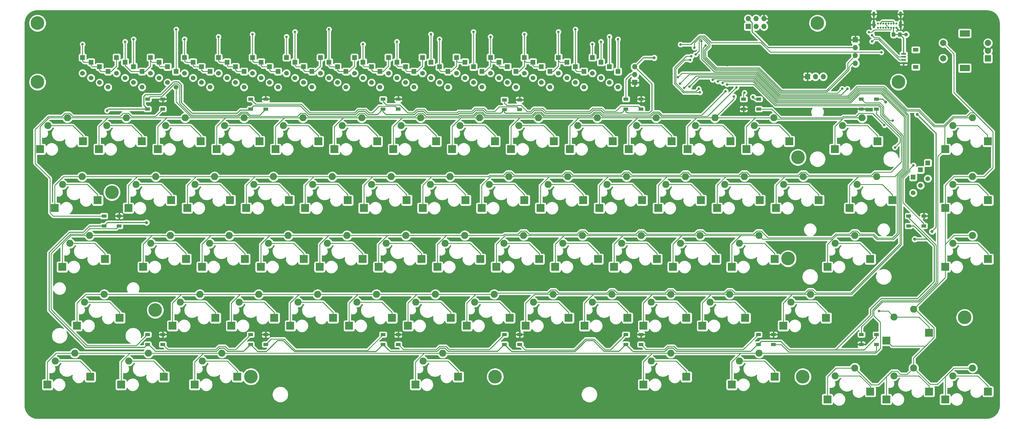
<source format=gbr>
%TF.GenerationSoftware,KiCad,Pcbnew,(5.1.6)-1*%
%TF.CreationDate,2020-09-27T15:32:01-04:00*%
%TF.ProjectId,keybored,6b657962-6f72-4656-942e-6b696361645f,rev?*%
%TF.SameCoordinates,Original*%
%TF.FileFunction,Copper,L2,Bot*%
%TF.FilePolarity,Positive*%
%FSLAX46Y46*%
G04 Gerber Fmt 4.6, Leading zero omitted, Abs format (unit mm)*
G04 Created by KiCad (PCBNEW (5.1.6)-1) date 2020-09-27 15:32:01*
%MOMM*%
%LPD*%
G01*
G04 APERTURE LIST*
%TA.AperFunction,SMDPad,CuDef*%
%ADD10R,1.500000X1.000000*%
%TD*%
%TA.AperFunction,ComponentPad*%
%ADD11R,1.700000X1.700000*%
%TD*%
%TA.AperFunction,ComponentPad*%
%ADD12O,1.700000X1.700000*%
%TD*%
%TA.AperFunction,SMDPad,CuDef*%
%ADD13R,2.550000X2.500000*%
%TD*%
%TA.AperFunction,ComponentPad*%
%ADD14C,2.286000*%
%TD*%
%TA.AperFunction,ComponentPad*%
%ADD15C,2.000000*%
%TD*%
%TA.AperFunction,ComponentPad*%
%ADD16R,3.200000X2.000000*%
%TD*%
%TA.AperFunction,ComponentPad*%
%ADD17R,2.000000X2.000000*%
%TD*%
%TA.AperFunction,ComponentPad*%
%ADD18C,4.400000*%
%TD*%
%TA.AperFunction,ComponentPad*%
%ADD19C,1.524000*%
%TD*%
%TA.AperFunction,ComponentPad*%
%ADD20R,1.524000X1.524000*%
%TD*%
%TA.AperFunction,ComponentPad*%
%ADD21C,0.650000*%
%TD*%
%TA.AperFunction,ComponentPad*%
%ADD22O,0.900000X2.400000*%
%TD*%
%TA.AperFunction,ComponentPad*%
%ADD23O,0.900000X1.700000*%
%TD*%
%TA.AperFunction,SMDPad,CuDef*%
%ADD24R,1.800000X1.200000*%
%TD*%
%TA.AperFunction,SMDPad,CuDef*%
%ADD25R,1.550000X0.600000*%
%TD*%
%TA.AperFunction,ViaPad*%
%ADD26C,0.800000*%
%TD*%
%TA.AperFunction,ViaPad*%
%ADD27C,1.000000*%
%TD*%
%TA.AperFunction,ViaPad*%
%ADD28C,1.200000*%
%TD*%
%TA.AperFunction,Conductor*%
%ADD29C,0.250000*%
%TD*%
%TA.AperFunction,Conductor*%
%ADD30C,0.350000*%
%TD*%
%TA.AperFunction,Conductor*%
%ADD31C,0.254000*%
%TD*%
G04 APERTURE END LIST*
D10*
%TO.P,D71,3*%
%TO.N,GND*%
X257243750Y-103175000D03*
%TO.P,D71,4*%
%TO.N,Net-(D71-Pad4)*%
X257243750Y-106375000D03*
%TO.P,D71,2*%
%TO.N,RGB_OUT*%
X252343750Y-103175000D03*
%TO.P,D71,1*%
%TO.N,VCC*%
X252343750Y-106375000D03*
%TD*%
D11*
%TO.P,J4,1*%
%TO.N,GND*%
X255200000Y-97790000D03*
D12*
%TO.P,J4,2*%
%TO.N,RGB_OUT*%
X255200000Y-95250000D03*
%TO.P,J4,3*%
%TO.N,VCC*%
X255200000Y-92710000D03*
%TD*%
%TO.P,J3,3*%
%TO.N,VCC*%
X316200000Y-95900000D03*
%TO.P,J3,2*%
%TO.N,RGB_IN*%
X313660000Y-95900000D03*
D11*
%TO.P,J3,1*%
%TO.N,GND*%
X311120000Y-95900000D03*
%TD*%
D10*
%TO.P,D83,1*%
%TO.N,VCC*%
X213050000Y-106600000D03*
%TO.P,D83,2*%
%TO.N,Net-(D71-Pad4)*%
X213050000Y-103400000D03*
%TO.P,D83,4*%
%TO.N,Net-(D80-Pad2)*%
X217950000Y-106600000D03*
%TO.P,D83,3*%
%TO.N,GND*%
X217950000Y-103400000D03*
%TD*%
%TO.P,D82,3*%
%TO.N,GND*%
X102462500Y-179375000D03*
%TO.P,D82,4*%
%TO.N,Net-(D79-Pad2)*%
X102462500Y-182575000D03*
%TO.P,D82,2*%
%TO.N,Net-(D70-Pad4)*%
X97562500Y-179375000D03*
%TO.P,D82,1*%
%TO.N,VCC*%
X97562500Y-182575000D03*
%TD*%
%TO.P,D79,1*%
%TO.N,VCC*%
X130900000Y-182575000D03*
%TO.P,D79,2*%
%TO.N,Net-(D79-Pad2)*%
X130900000Y-179375000D03*
%TO.P,D79,4*%
%TO.N,Net-(D76-Pad2)*%
X135800000Y-182575000D03*
%TO.P,D79,3*%
%TO.N,GND*%
X135800000Y-179375000D03*
%TD*%
%TO.P,D78,3*%
%TO.N,GND*%
X328543750Y-182575000D03*
%TO.P,D78,4*%
%TO.N,Net-(D75-Pad2)*%
X328543750Y-179375000D03*
%TO.P,D78,2*%
%TO.N,Net-(D78-Pad2)*%
X333443750Y-182575000D03*
%TO.P,D78,1*%
%TO.N,VCC*%
X333443750Y-179375000D03*
%TD*%
%TO.P,D76,3*%
%TO.N,GND*%
X178662500Y-179375000D03*
%TO.P,D76,4*%
%TO.N,Net-(D73-Pad2)*%
X178662500Y-182575000D03*
%TO.P,D76,2*%
%TO.N,Net-(D76-Pad2)*%
X173762500Y-179375000D03*
%TO.P,D76,1*%
%TO.N,VCC*%
X173762500Y-182575000D03*
%TD*%
%TO.P,D75,1*%
%TO.N,VCC*%
X343850000Y-144200000D03*
%TO.P,D75,2*%
%TO.N,Net-(D75-Pad2)*%
X343850000Y-141000000D03*
%TO.P,D75,4*%
%TO.N,Net-(D72-Pad2)*%
X348750000Y-144200000D03*
%TO.P,D75,3*%
%TO.N,GND*%
X348750000Y-141000000D03*
%TD*%
%TO.P,D74,1*%
%TO.N,VCC*%
X97562500Y-106375000D03*
%TO.P,D74,2*%
%TO.N,Net-(D74-Pad2)*%
X97562500Y-103175000D03*
%TO.P,D74,4*%
%TO.N,Net-(D70-Pad2)*%
X102462500Y-106375000D03*
%TO.P,D74,3*%
%TO.N,GND*%
X102462500Y-103175000D03*
%TD*%
%TO.P,D73,3*%
%TO.N,GND*%
X217950000Y-179375000D03*
%TO.P,D73,4*%
%TO.N,Net-(D69-Pad2)*%
X217950000Y-182575000D03*
%TO.P,D73,2*%
%TO.N,Net-(D73-Pad2)*%
X213050000Y-179375000D03*
%TO.P,D73,1*%
%TO.N,VCC*%
X213050000Y-182575000D03*
%TD*%
%TO.P,D72,3*%
%TO.N,GND*%
X328543750Y-106375000D03*
%TO.P,D72,4*%
%TO.N,Net-(D68-Pad2)*%
X328543750Y-103175000D03*
%TO.P,D72,2*%
%TO.N,Net-(D72-Pad2)*%
X333443750Y-106375000D03*
%TO.P,D72,1*%
%TO.N,VCC*%
X333443750Y-103175000D03*
%TD*%
%TO.P,D70,3*%
%TO.N,GND*%
X88350000Y-141000000D03*
%TO.P,D70,4*%
%TO.N,Net-(D70-Pad4)*%
X88350000Y-144200000D03*
%TO.P,D70,2*%
%TO.N,Net-(D70-Pad2)*%
X83450000Y-141000000D03*
%TO.P,D70,1*%
%TO.N,VCC*%
X83450000Y-144200000D03*
%TD*%
%TO.P,D69,1*%
%TO.N,VCC*%
X252343750Y-182575000D03*
%TO.P,D69,2*%
%TO.N,Net-(D69-Pad2)*%
X252343750Y-179375000D03*
%TO.P,D69,4*%
%TO.N,Net-(D69-Pad4)*%
X257243750Y-182575000D03*
%TO.P,D69,3*%
%TO.N,GND*%
X257243750Y-179375000D03*
%TD*%
%TO.P,D68,1*%
%TO.N,VCC*%
X295343750Y-103175000D03*
%TO.P,D68,2*%
%TO.N,Net-(D68-Pad2)*%
X295343750Y-106375000D03*
%TO.P,D68,4*%
%TO.N,Net-(D68-Pad4)*%
X290443750Y-103175000D03*
%TO.P,D68,3*%
%TO.N,GND*%
X290443750Y-106375000D03*
%TD*%
D13*
%TO.P,K66,1*%
%TO.N,col9*%
X355660000Y-157480000D03*
D14*
X364490000Y-147320000D03*
%TO.P,K66,2*%
%TO.N,Net-(D66-Pad2)*%
X358140000Y-149860000D03*
D13*
X369510000Y-154940000D03*
%TD*%
%TO.P,K65,1*%
%TO.N,col9*%
X355660000Y-138430000D03*
D14*
X364490000Y-128270000D03*
%TO.P,K65,2*%
%TO.N,Net-(D65-Pad2)*%
X358140000Y-130810000D03*
D13*
X369510000Y-135890000D03*
%TD*%
%TO.P,K64,2*%
%TO.N,Net-(D64-Pad2)*%
X350460000Y-178752500D03*
D14*
X339090000Y-173672500D03*
%TO.P,K64,1*%
%TO.N,col9*%
X345440000Y-171132500D03*
D13*
X336610000Y-181292500D03*
%TD*%
%TO.P,K63,1*%
%TO.N,col9*%
X355660000Y-200342500D03*
D14*
X364490000Y-190182500D03*
%TO.P,K63,2*%
%TO.N,Net-(D63-Pad2)*%
X358140000Y-192722500D03*
D13*
X369510000Y-197802500D03*
%TD*%
%TO.P,K62,2*%
%TO.N,Net-(D62-Pad2)*%
X350460000Y-197802500D03*
D14*
X339090000Y-192722500D03*
%TO.P,K62,1*%
%TO.N,col9*%
X345440000Y-190182500D03*
D13*
X336610000Y-200342500D03*
%TD*%
%TO.P,K61,2*%
%TO.N,Net-(D61-Pad2)*%
X331410000Y-197802500D03*
D14*
X320040000Y-192722500D03*
%TO.P,K61,1*%
%TO.N,col9*%
X326390000Y-190182500D03*
D13*
X317560000Y-200342500D03*
%TD*%
%TO.P,K60,2*%
%TO.N,Net-(D60-Pad2)*%
X369510000Y-116840000D03*
D14*
X358140000Y-111760000D03*
%TO.P,K60,1*%
%TO.N,col8*%
X364490000Y-109220000D03*
D13*
X355660000Y-119380000D03*
%TD*%
%TO.P,K59,2*%
%TO.N,Net-(D59-Pad2)*%
X300453750Y-193040000D03*
D14*
X289083750Y-187960000D03*
%TO.P,K59,1*%
%TO.N,col8*%
X295433750Y-185420000D03*
D13*
X286603750Y-195580000D03*
%TD*%
%TO.P,K58,1*%
%TO.N,col8*%
X258028750Y-195580000D03*
D14*
X266858750Y-185420000D03*
%TO.P,K58,2*%
%TO.N,Net-(D58-Pad2)*%
X260508750Y-187960000D03*
D13*
X271878750Y-193040000D03*
%TD*%
%TO.P,K57,1*%
%TO.N,col8*%
X184210000Y-195580000D03*
D14*
X193040000Y-185420000D03*
%TO.P,K57,2*%
%TO.N,Net-(D57-Pad2)*%
X186690000Y-187960000D03*
D13*
X198060000Y-193040000D03*
%TD*%
%TO.P,K56,1*%
%TO.N,col8*%
X112772500Y-195580000D03*
D14*
X121602500Y-185420000D03*
%TO.P,K56,2*%
%TO.N,Net-(D56-Pad2)*%
X115252500Y-187960000D03*
D13*
X126622500Y-193040000D03*
%TD*%
%TO.P,K55,2*%
%TO.N,Net-(D55-Pad2)*%
X102810000Y-193040000D03*
D14*
X91440000Y-187960000D03*
%TO.P,K55,1*%
%TO.N,col8*%
X97790000Y-185420000D03*
D13*
X88960000Y-195580000D03*
%TD*%
%TO.P,K54,2*%
%TO.N,Net-(D54-Pad2)*%
X78997500Y-193040000D03*
D14*
X67627500Y-187960000D03*
%TO.P,K54,1*%
%TO.N,col8*%
X73977500Y-185420000D03*
D13*
X65147500Y-195580000D03*
%TD*%
%TO.P,K53,2*%
%TO.N,Net-(D53-Pad2)*%
X317122500Y-173990000D03*
D14*
X305752500Y-168910000D03*
%TO.P,K53,1*%
%TO.N,col7*%
X312102500Y-166370000D03*
D13*
X303272500Y-176530000D03*
%TD*%
%TO.P,K52,2*%
%TO.N,Net-(D52-Pad2)*%
X290928750Y-173990000D03*
D14*
X279558750Y-168910000D03*
%TO.P,K52,1*%
%TO.N,col7*%
X285908750Y-166370000D03*
D13*
X277078750Y-176530000D03*
%TD*%
%TO.P,K51,2*%
%TO.N,Net-(D51-Pad2)*%
X271878750Y-173990000D03*
D14*
X260508750Y-168910000D03*
%TO.P,K51,1*%
%TO.N,col7*%
X266858750Y-166370000D03*
D13*
X258028750Y-176530000D03*
%TD*%
%TO.P,K50,1*%
%TO.N,col7*%
X238978750Y-176530000D03*
D14*
X247808750Y-166370000D03*
%TO.P,K50,2*%
%TO.N,Net-(D50-Pad2)*%
X241458750Y-168910000D03*
D13*
X252828750Y-173990000D03*
%TD*%
%TO.P,K49,1*%
%TO.N,col7*%
X219928750Y-176530000D03*
D14*
X228758750Y-166370000D03*
%TO.P,K49,2*%
%TO.N,Net-(D49-Pad2)*%
X222408750Y-168910000D03*
D13*
X233778750Y-173990000D03*
%TD*%
%TO.P,K48,1*%
%TO.N,col6*%
X200878750Y-176530000D03*
D14*
X209708750Y-166370000D03*
%TO.P,K48,2*%
%TO.N,Net-(D48-Pad2)*%
X203358750Y-168910000D03*
D13*
X214728750Y-173990000D03*
%TD*%
%TO.P,K47,1*%
%TO.N,col6*%
X181828750Y-176530000D03*
D14*
X190658750Y-166370000D03*
%TO.P,K47,2*%
%TO.N,Net-(D47-Pad2)*%
X184308750Y-168910000D03*
D13*
X195678750Y-173990000D03*
%TD*%
%TO.P,K46,2*%
%TO.N,Net-(D46-Pad2)*%
X176628750Y-173990000D03*
D14*
X165258750Y-168910000D03*
%TO.P,K46,1*%
%TO.N,col6*%
X171608750Y-166370000D03*
D13*
X162778750Y-176530000D03*
%TD*%
%TO.P,K45,1*%
%TO.N,col6*%
X143728750Y-176530000D03*
D14*
X152558750Y-166370000D03*
%TO.P,K45,2*%
%TO.N,Net-(D45-Pad2)*%
X146208750Y-168910000D03*
D13*
X157578750Y-173990000D03*
%TD*%
%TO.P,K44,1*%
%TO.N,col6*%
X124678750Y-176530000D03*
D14*
X133508750Y-166370000D03*
%TO.P,K44,2*%
%TO.N,Net-(D44-Pad2)*%
X127158750Y-168910000D03*
D13*
X138528750Y-173990000D03*
%TD*%
%TO.P,K43,2*%
%TO.N,Net-(D43-Pad2)*%
X119478750Y-173990000D03*
D14*
X108108750Y-168910000D03*
%TO.P,K43,1*%
%TO.N,col6*%
X114458750Y-166370000D03*
D13*
X105628750Y-176530000D03*
%TD*%
%TO.P,K42,2*%
%TO.N,Net-(D42-Pad2)*%
X88522500Y-173990000D03*
D14*
X77152500Y-168910000D03*
%TO.P,K42,1*%
%TO.N,col6*%
X83502500Y-166370000D03*
D13*
X74672500Y-176530000D03*
%TD*%
%TO.P,K41,1*%
%TO.N,col5*%
X317560000Y-157480000D03*
D14*
X326390000Y-147320000D03*
%TO.P,K41,2*%
%TO.N,Net-(D41-Pad2)*%
X320040000Y-149860000D03*
D13*
X331410000Y-154940000D03*
%TD*%
%TO.P,K40,2*%
%TO.N,Net-(D40-Pad2)*%
X300453750Y-154940000D03*
D14*
X289083750Y-149860000D03*
%TO.P,K40,1*%
%TO.N,col5*%
X295433750Y-147320000D03*
D13*
X286603750Y-157480000D03*
%TD*%
%TO.P,K39,2*%
%TO.N,Net-(D39-Pad2)*%
X281403750Y-154940000D03*
D14*
X270033750Y-149860000D03*
%TO.P,K39,1*%
%TO.N,col5*%
X276383750Y-147320000D03*
D13*
X267553750Y-157480000D03*
%TD*%
%TO.P,K38,2*%
%TO.N,Net-(D38-Pad2)*%
X262353750Y-154940000D03*
D14*
X250983750Y-149860000D03*
%TO.P,K38,1*%
%TO.N,col5*%
X257333750Y-147320000D03*
D13*
X248503750Y-157480000D03*
%TD*%
%TO.P,K37,1*%
%TO.N,col5*%
X229453750Y-157480000D03*
D14*
X238283750Y-147320000D03*
%TO.P,K37,2*%
%TO.N,Net-(D37-Pad2)*%
X231933750Y-149860000D03*
D13*
X243303750Y-154940000D03*
%TD*%
%TO.P,K36,2*%
%TO.N,Net-(D36-Pad2)*%
X224253750Y-154940000D03*
D14*
X212883750Y-149860000D03*
%TO.P,K36,1*%
%TO.N,col5*%
X219233750Y-147320000D03*
D13*
X210403750Y-157480000D03*
%TD*%
%TO.P,K35,1*%
%TO.N,col4*%
X191353750Y-157480000D03*
D14*
X200183750Y-147320000D03*
%TO.P,K35,2*%
%TO.N,Net-(D35-Pad2)*%
X193833750Y-149860000D03*
D13*
X205203750Y-154940000D03*
%TD*%
%TO.P,K34,2*%
%TO.N,Net-(D34-Pad2)*%
X186153750Y-154940000D03*
D14*
X174783750Y-149860000D03*
%TO.P,K34,1*%
%TO.N,col4*%
X181133750Y-147320000D03*
D13*
X172303750Y-157480000D03*
%TD*%
%TO.P,K33,2*%
%TO.N,Net-(D33-Pad2)*%
X167103750Y-154940000D03*
D14*
X155733750Y-149860000D03*
%TO.P,K33,1*%
%TO.N,col4*%
X162083750Y-147320000D03*
D13*
X153253750Y-157480000D03*
%TD*%
%TO.P,K32,2*%
%TO.N,Net-(D32-Pad2)*%
X148053750Y-154940000D03*
D14*
X136683750Y-149860000D03*
%TO.P,K32,1*%
%TO.N,col4*%
X143033750Y-147320000D03*
D13*
X134203750Y-157480000D03*
%TD*%
%TO.P,K31,2*%
%TO.N,Net-(D31-Pad2)*%
X129003750Y-154940000D03*
D14*
X117633750Y-149860000D03*
%TO.P,K31,1*%
%TO.N,col4*%
X123983750Y-147320000D03*
D13*
X115153750Y-157480000D03*
%TD*%
%TO.P,K30,1*%
%TO.N,col4*%
X96103750Y-157480000D03*
D14*
X104933750Y-147320000D03*
%TO.P,K30,2*%
%TO.N,Net-(D30-Pad2)*%
X98583750Y-149860000D03*
D13*
X109953750Y-154940000D03*
%TD*%
%TO.P,K29,2*%
%TO.N,Net-(D29-Pad2)*%
X83760000Y-154940000D03*
D14*
X72390000Y-149860000D03*
%TO.P,K29,1*%
%TO.N,col4*%
X78740000Y-147320000D03*
D13*
X69910000Y-157480000D03*
%TD*%
%TO.P,K28,1*%
%TO.N,col3*%
X324703750Y-138430000D03*
D14*
X333533750Y-128270000D03*
%TO.P,K28,2*%
%TO.N,Net-(D28-Pad2)*%
X327183750Y-130810000D03*
D13*
X338553750Y-135890000D03*
%TD*%
%TO.P,K27,1*%
%TO.N,col3*%
X300891250Y-138430000D03*
D14*
X309721250Y-128270000D03*
%TO.P,K27,2*%
%TO.N,Net-(D27-Pad2)*%
X303371250Y-130810000D03*
D13*
X314741250Y-135890000D03*
%TD*%
%TO.P,K25,2*%
%TO.N,Net-(D25-Pad2)*%
X276641250Y-135890000D03*
D14*
X265271250Y-130810000D03*
%TO.P,K25,1*%
%TO.N,col3*%
X271621250Y-128270000D03*
D13*
X262791250Y-138430000D03*
%TD*%
%TO.P,K24,1*%
%TO.N,col3*%
X243741250Y-138430000D03*
D14*
X252571250Y-128270000D03*
%TO.P,K24,2*%
%TO.N,Net-(D24-Pad2)*%
X246221250Y-130810000D03*
D13*
X257591250Y-135890000D03*
%TD*%
%TO.P,K23,1*%
%TO.N,col3*%
X224691250Y-138430000D03*
D14*
X233521250Y-128270000D03*
%TO.P,K23,2*%
%TO.N,Net-(D23-Pad2)*%
X227171250Y-130810000D03*
D13*
X238541250Y-135890000D03*
%TD*%
%TO.P,K22,2*%
%TO.N,Net-(D22-Pad2)*%
X219491250Y-135890000D03*
D14*
X208121250Y-130810000D03*
%TO.P,K22,1*%
%TO.N,col3*%
X214471250Y-128270000D03*
D13*
X205641250Y-138430000D03*
%TD*%
%TO.P,K21,2*%
%TO.N,Net-(D21-Pad2)*%
X200441250Y-135890000D03*
D14*
X189071250Y-130810000D03*
%TO.P,K21,1*%
%TO.N,col2*%
X195421250Y-128270000D03*
D13*
X186591250Y-138430000D03*
%TD*%
%TO.P,K20,1*%
%TO.N,col2*%
X167541250Y-138430000D03*
D14*
X176371250Y-128270000D03*
%TO.P,K20,2*%
%TO.N,Net-(D20-Pad2)*%
X170021250Y-130810000D03*
D13*
X181391250Y-135890000D03*
%TD*%
%TO.P,K19,1*%
%TO.N,col2*%
X148491250Y-138430000D03*
D14*
X157321250Y-128270000D03*
%TO.P,K19,2*%
%TO.N,Net-(D19-Pad2)*%
X150971250Y-130810000D03*
D13*
X162341250Y-135890000D03*
%TD*%
%TO.P,K18,1*%
%TO.N,col2*%
X129441250Y-138430000D03*
D14*
X138271250Y-128270000D03*
%TO.P,K18,2*%
%TO.N,Net-(D18-Pad2)*%
X131921250Y-130810000D03*
D13*
X143291250Y-135890000D03*
%TD*%
%TO.P,K17,1*%
%TO.N,col2*%
X110391250Y-138430000D03*
D14*
X119221250Y-128270000D03*
%TO.P,K17,2*%
%TO.N,Net-(D17-Pad2)*%
X112871250Y-130810000D03*
D13*
X124241250Y-135890000D03*
%TD*%
%TO.P,K16,2*%
%TO.N,Net-(D16-Pad2)*%
X105191250Y-135890000D03*
D14*
X93821250Y-130810000D03*
%TO.P,K16,1*%
%TO.N,col2*%
X100171250Y-128270000D03*
D13*
X91341250Y-138430000D03*
%TD*%
%TO.P,K15,1*%
%TO.N,col2*%
X67528750Y-138430000D03*
D14*
X76358750Y-128270000D03*
%TO.P,K15,2*%
%TO.N,Net-(D15-Pad2)*%
X70008750Y-130810000D03*
D13*
X81378750Y-135890000D03*
%TD*%
%TO.P,K14,1*%
%TO.N,col1*%
X319941250Y-119380000D03*
D14*
X328771250Y-109220000D03*
%TO.P,K14,2*%
%TO.N,Net-(D14-Pad2)*%
X322421250Y-111760000D03*
D13*
X333791250Y-116840000D03*
%TD*%
%TO.P,K13,1*%
%TO.N,col1*%
X291366250Y-119380000D03*
D14*
X300196250Y-109220000D03*
%TO.P,K13,2*%
%TO.N,Net-(D13-Pad2)*%
X293846250Y-111760000D03*
D13*
X305216250Y-116840000D03*
%TD*%
%TO.P,K11,1*%
%TO.N,col1*%
X253266250Y-119380000D03*
D14*
X262096250Y-109220000D03*
%TO.P,K11,2*%
%TO.N,Net-(D11-Pad2)*%
X255746250Y-111760000D03*
D13*
X267116250Y-116840000D03*
%TD*%
%TO.P,K6,2*%
%TO.N,Net-(D6-Pad2)*%
X171866250Y-116840000D03*
D14*
X160496250Y-111760000D03*
%TO.P,K6,1*%
%TO.N,col0*%
X166846250Y-109220000D03*
D13*
X158016250Y-119380000D03*
%TD*%
%TO.P,K5,1*%
%TO.N,col0*%
X138966250Y-119380000D03*
D14*
X147796250Y-109220000D03*
%TO.P,K5,2*%
%TO.N,Net-(D5-Pad2)*%
X141446250Y-111760000D03*
D13*
X152816250Y-116840000D03*
%TD*%
%TO.P,K3,2*%
%TO.N,Net-(D3-Pad2)*%
X114716250Y-116840000D03*
D14*
X103346250Y-111760000D03*
%TO.P,K3,1*%
%TO.N,col0*%
X109696250Y-109220000D03*
D13*
X100866250Y-119380000D03*
%TD*%
D11*
%TO.P,U2,1*%
%TO.N,GND*%
X326600000Y-84000000D03*
D12*
%TO.P,U2,2*%
%TO.N,VCC*%
X326600000Y-86540000D03*
%TO.P,U2,3*%
%TO.N,I2C_SCL*%
X326600000Y-89080000D03*
%TO.P,U2,4*%
%TO.N,I2C_SDA*%
X326600000Y-91620000D03*
%TD*%
D15*
%TO.P,SW2,S1*%
%TO.N,col9*%
X355000000Y-85000000D03*
%TO.P,SW2,S2*%
%TO.N,rotSw2*%
X355000000Y-90000000D03*
D16*
%TO.P,SW2,MP*%
%TO.N,N/C*%
X362000000Y-81900000D03*
X362000000Y-93100000D03*
D15*
%TO.P,SW2,B*%
%TO.N,Net-(R9-Pad2)*%
X369500000Y-85000000D03*
%TO.P,SW2,C*%
%TO.N,GND*%
X369500000Y-87500000D03*
D17*
%TO.P,SW2,A*%
%TO.N,Net-(R8-Pad1)*%
X369500000Y-90000000D03*
%TD*%
D13*
%TO.P,K10,1*%
%TO.N,col1*%
X234216250Y-119380000D03*
D14*
X243046250Y-109220000D03*
%TO.P,K10,2*%
%TO.N,Net-(D10-Pad2)*%
X236696250Y-111760000D03*
D13*
X248066250Y-116840000D03*
%TD*%
%TO.P,K2,2*%
%TO.N,Net-(D2-Pad2)*%
X95666250Y-116840000D03*
D14*
X84296250Y-111760000D03*
%TO.P,K2,1*%
%TO.N,col0*%
X90646250Y-109220000D03*
D13*
X81816250Y-119380000D03*
%TD*%
%TO.P,K9,1*%
%TO.N,col1*%
X215166250Y-119380000D03*
D14*
X223996250Y-109220000D03*
%TO.P,K9,2*%
%TO.N,Net-(D9-Pad2)*%
X217646250Y-111760000D03*
D13*
X229016250Y-116840000D03*
%TD*%
%TO.P,K8,2*%
%TO.N,Net-(D8-Pad2)*%
X209966250Y-116840000D03*
D14*
X198596250Y-111760000D03*
%TO.P,K8,1*%
%TO.N,col1*%
X204946250Y-109220000D03*
D13*
X196116250Y-119380000D03*
%TD*%
%TO.P,K26,2*%
%TO.N,Net-(D26-Pad2)*%
X295691250Y-135890000D03*
D14*
X284321250Y-130810000D03*
%TO.P,K26,1*%
%TO.N,col3*%
X290671250Y-128270000D03*
D13*
X281841250Y-138430000D03*
%TD*%
%TO.P,K1,1*%
%TO.N,col0*%
X62766250Y-119380000D03*
D14*
X71596250Y-109220000D03*
%TO.P,K1,2*%
%TO.N,Net-(D1-Pad2)*%
X65246250Y-111760000D03*
D13*
X76616250Y-116840000D03*
%TD*%
%TO.P,K7,2*%
%TO.N,Net-(D7-Pad2)*%
X190916250Y-116840000D03*
D14*
X179546250Y-111760000D03*
%TO.P,K7,1*%
%TO.N,col0*%
X185896250Y-109220000D03*
D13*
X177066250Y-119380000D03*
%TD*%
%TO.P,K12,2*%
%TO.N,Net-(D12-Pad2)*%
X286166250Y-116840000D03*
D14*
X274796250Y-111760000D03*
%TO.P,K12,1*%
%TO.N,col1*%
X281146250Y-109220000D03*
D13*
X272316250Y-119380000D03*
%TD*%
D10*
%TO.P,D81,1*%
%TO.N,VCC*%
X295206250Y-182575000D03*
%TO.P,D81,2*%
%TO.N,Net-(D69-Pad4)*%
X295206250Y-179375000D03*
%TO.P,D81,4*%
%TO.N,Net-(D78-Pad2)*%
X300106250Y-182575000D03*
%TO.P,D81,3*%
%TO.N,GND*%
X300106250Y-179375000D03*
%TD*%
D18*
%TO.P,REF\u002A\u002A,1*%
%TO.N,N/C*%
X314325000Y-78581250D03*
%TD*%
%TO.P,REF\u002A\u002A,1*%
%TO.N,N/C*%
X340518750Y-97631250D03*
%TD*%
%TO.P,REF\u002A\u002A,1*%
%TO.N,N/C*%
X61912500Y-97631250D03*
%TD*%
%TO.P,REF\u002A\u002A,1*%
%TO.N,N/C*%
X86000000Y-133350000D03*
%TD*%
%TO.P,REF\u002A\u002A,1*%
%TO.N,N/C*%
X100012500Y-171450000D03*
%TD*%
%TO.P,REF\u002A\u002A,1*%
%TO.N,N/C*%
X130968750Y-193000000D03*
%TD*%
%TO.P,REF\u002A\u002A,1*%
%TO.N,N/C*%
X210000000Y-193000000D03*
%TD*%
%TO.P,REF\u002A\u002A,1*%
%TO.N,N/C*%
X309562500Y-193000000D03*
%TD*%
%TO.P,REF\u002A\u002A,1*%
%TO.N,N/C*%
X361950000Y-173831250D03*
%TD*%
%TO.P,REF\u002A\u002A,1*%
%TO.N,N/C*%
X304800000Y-154781250D03*
%TD*%
%TO.P,REF\u002A\u002A,1*%
%TO.N,N/C*%
X308000000Y-122000000D03*
%TD*%
%TO.P,REF\u002A\u002A,1*%
%TO.N,N/C*%
X61912500Y-78581250D03*
%TD*%
D10*
%TO.P,D77,3*%
%TO.N,GND*%
X135800000Y-103175000D03*
%TO.P,D77,4*%
%TO.N,Net-(D74-Pad2)*%
X135800000Y-106375000D03*
%TO.P,D77,2*%
%TO.N,Net-(D77-Pad2)*%
X130900000Y-103175000D03*
%TO.P,D77,1*%
%TO.N,VCC*%
X130900000Y-106375000D03*
%TD*%
D13*
%TO.P,K4,1*%
%TO.N,col0*%
X119916250Y-119380000D03*
D14*
X128746250Y-109220000D03*
%TO.P,K4,2*%
%TO.N,Net-(D4-Pad2)*%
X122396250Y-111760000D03*
D13*
X133766250Y-116840000D03*
%TD*%
D10*
%TO.P,D80,1*%
%TO.N,VCC*%
X173762500Y-106375000D03*
%TO.P,D80,2*%
%TO.N,Net-(D80-Pad2)*%
X173762500Y-103175000D03*
%TO.P,D80,4*%
%TO.N,Net-(D77-Pad2)*%
X178662500Y-106375000D03*
%TO.P,D80,3*%
%TO.N,GND*%
X178662500Y-103175000D03*
%TD*%
D19*
%TO.P,D67,2*%
%TO.N,rotSw2*%
X106750000Y-99290000D03*
D20*
%TO.P,D67,1*%
%TO.N,row6*%
X106750000Y-94210000D03*
%TD*%
D19*
%TO.P,D66,2*%
%TO.N,Net-(D66-Pad2)*%
X345281250Y-133508750D03*
D20*
%TO.P,D66,1*%
%TO.N,row5*%
X345281250Y-128428750D03*
%TD*%
D19*
%TO.P,D65,2*%
%TO.N,Net-(D65-Pad2)*%
X347662500Y-131127500D03*
D20*
%TO.P,D65,1*%
%TO.N,row4*%
X347662500Y-126047500D03*
%TD*%
D19*
%TO.P,D64,2*%
%TO.N,Net-(D64-Pad2)*%
X247000000Y-97790000D03*
D20*
%TO.P,D64,1*%
%TO.N,row3*%
X247000000Y-92710000D03*
%TD*%
D19*
%TO.P,D63,2*%
%TO.N,Net-(D63-Pad2)*%
X249750000Y-99290000D03*
D20*
%TO.P,D63,1*%
%TO.N,row2*%
X249750000Y-94210000D03*
%TD*%
D19*
%TO.P,D62,2*%
%TO.N,Net-(D62-Pad2)*%
X244250000Y-96290000D03*
D20*
%TO.P,D62,1*%
%TO.N,row1*%
X244250000Y-91210000D03*
%TD*%
D19*
%TO.P,D61,2*%
%TO.N,Net-(D61-Pad2)*%
X241500000Y-94790000D03*
D20*
%TO.P,D61,1*%
%TO.N,row0*%
X241500000Y-89710000D03*
%TD*%
D19*
%TO.P,D60,2*%
%TO.N,Net-(D60-Pad2)*%
X350043750Y-128905000D03*
D20*
%TO.P,D60,1*%
%TO.N,row6*%
X350043750Y-123825000D03*
%TD*%
D19*
%TO.P,D59,2*%
%TO.N,Net-(D59-Pad2)*%
X203000000Y-97790000D03*
D20*
%TO.P,D59,1*%
%TO.N,row5*%
X203000000Y-92710000D03*
%TD*%
D19*
%TO.P,D58,2*%
%TO.N,Net-(D58-Pad2)*%
X189250000Y-96290000D03*
D20*
%TO.P,D58,1*%
%TO.N,row4*%
X189250000Y-91210000D03*
%TD*%
D19*
%TO.P,D57,2*%
%TO.N,Net-(D57-Pad2)*%
X142500000Y-94790000D03*
D20*
%TO.P,D57,1*%
%TO.N,row3*%
X142500000Y-89710000D03*
%TD*%
D19*
%TO.P,D56,2*%
%TO.N,Net-(D56-Pad2)*%
X93000000Y-97790000D03*
D20*
%TO.P,D56,1*%
%TO.N,row2*%
X93000000Y-92710000D03*
%TD*%
D19*
%TO.P,D55,2*%
%TO.N,Net-(D55-Pad2)*%
X90250000Y-96290000D03*
D20*
%TO.P,D55,1*%
%TO.N,row1*%
X90250000Y-91210000D03*
%TD*%
D19*
%TO.P,D54,2*%
%TO.N,Net-(D54-Pad2)*%
X87500000Y-94790000D03*
D20*
%TO.P,D54,1*%
%TO.N,row0*%
X87500000Y-89710000D03*
%TD*%
D19*
%TO.P,D53,2*%
%TO.N,Net-(D53-Pad2)*%
X216750000Y-99290000D03*
D20*
%TO.P,D53,1*%
%TO.N,row4*%
X216750000Y-94210000D03*
%TD*%
D19*
%TO.P,D52,2*%
%TO.N,Net-(D52-Pad2)*%
X205750000Y-99290000D03*
D20*
%TO.P,D52,1*%
%TO.N,row3*%
X205750000Y-94210000D03*
%TD*%
D19*
%TO.P,D51,2*%
%TO.N,Net-(D51-Pad2)*%
X192000000Y-97790000D03*
D20*
%TO.P,D51,1*%
%TO.N,row2*%
X192000000Y-92710000D03*
%TD*%
D19*
%TO.P,D50,2*%
%TO.N,Net-(D50-Pad2)*%
X178250000Y-96290000D03*
D20*
%TO.P,D50,1*%
%TO.N,row1*%
X178250000Y-91210000D03*
%TD*%
D19*
%TO.P,D49,2*%
%TO.N,Net-(D49-Pad2)*%
X167250000Y-96290000D03*
D20*
%TO.P,D49,1*%
%TO.N,row0*%
X167250000Y-91210000D03*
%TD*%
D19*
%TO.P,D48,2*%
%TO.N,Net-(D48-Pad2)*%
X156250000Y-96290000D03*
D20*
%TO.P,D48,1*%
%TO.N,row6*%
X156250000Y-91210000D03*
%TD*%
D19*
%TO.P,D47,2*%
%TO.N,Net-(D47-Pad2)*%
X145250000Y-96290000D03*
D20*
%TO.P,D47,1*%
%TO.N,row5*%
X145250000Y-91210000D03*
%TD*%
D19*
%TO.P,D46,2*%
%TO.N,Net-(D46-Pad2)*%
X131500000Y-94790000D03*
D20*
%TO.P,D46,1*%
%TO.N,row4*%
X131500000Y-89710000D03*
%TD*%
D19*
%TO.P,D45,2*%
%TO.N,Net-(D45-Pad2)*%
X120500000Y-94790000D03*
D20*
%TO.P,D45,1*%
%TO.N,row3*%
X120500000Y-89710000D03*
%TD*%
D19*
%TO.P,D44,2*%
%TO.N,Net-(D44-Pad2)*%
X109500000Y-94790000D03*
D20*
%TO.P,D44,1*%
%TO.N,row2*%
X109500000Y-89710000D03*
%TD*%
D19*
%TO.P,D43,2*%
%TO.N,Net-(D43-Pad2)*%
X95750000Y-99290000D03*
D20*
%TO.P,D43,1*%
%TO.N,row1*%
X95750000Y-94210000D03*
%TD*%
D19*
%TO.P,D41,2*%
%TO.N,Net-(D41-Pad2)*%
X227750000Y-99290000D03*
D20*
%TO.P,D41,1*%
%TO.N,row5*%
X227750000Y-94210000D03*
%TD*%
D19*
%TO.P,D40,2*%
%TO.N,Net-(D40-Pad2)*%
X219500000Y-94790000D03*
D20*
%TO.P,D40,1*%
%TO.N,row4*%
X219500000Y-89710000D03*
%TD*%
D19*
%TO.P,D39,2*%
%TO.N,Net-(D39-Pad2)*%
X208500000Y-94790000D03*
D20*
%TO.P,D39,1*%
%TO.N,row3*%
X208500000Y-89710000D03*
%TD*%
D19*
%TO.P,D38,2*%
%TO.N,Net-(D38-Pad2)*%
X194750000Y-99290000D03*
D20*
%TO.P,D38,1*%
%TO.N,row2*%
X194750000Y-94210000D03*
%TD*%
D19*
%TO.P,D36,2*%
%TO.N,Net-(D36-Pad2)*%
X170000000Y-97790000D03*
D20*
%TO.P,D36,1*%
%TO.N,row0*%
X170000000Y-92710000D03*
%TD*%
D19*
%TO.P,D35,2*%
%TO.N,Net-(D35-Pad2)*%
X159000000Y-97790000D03*
D20*
%TO.P,D35,1*%
%TO.N,row6*%
X159000000Y-92710000D03*
%TD*%
D19*
%TO.P,D34,2*%
%TO.N,Net-(D34-Pad2)*%
X148000000Y-97790000D03*
D20*
%TO.P,D34,1*%
%TO.N,row5*%
X148000000Y-92710000D03*
%TD*%
D19*
%TO.P,D33,2*%
%TO.N,Net-(D33-Pad2)*%
X134250000Y-96290000D03*
D20*
%TO.P,D33,1*%
%TO.N,row4*%
X134250000Y-91210000D03*
%TD*%
D19*
%TO.P,D32,2*%
%TO.N,Net-(D32-Pad2)*%
X123250000Y-96290000D03*
D20*
%TO.P,D32,1*%
%TO.N,row3*%
X123250000Y-91210000D03*
%TD*%
D19*
%TO.P,D31,2*%
%TO.N,Net-(D31-Pad2)*%
X112250000Y-96290000D03*
D20*
%TO.P,D31,1*%
%TO.N,row2*%
X112250000Y-91210000D03*
%TD*%
D19*
%TO.P,D30,2*%
%TO.N,Net-(D30-Pad2)*%
X98500000Y-94790000D03*
D20*
%TO.P,D30,1*%
%TO.N,row1*%
X98500000Y-89710000D03*
%TD*%
D19*
%TO.P,D29,2*%
%TO.N,Net-(D29-Pad2)*%
X82000000Y-97790000D03*
D20*
%TO.P,D29,1*%
%TO.N,row0*%
X82000000Y-92710000D03*
%TD*%
D19*
%TO.P,D28,2*%
%TO.N,Net-(D28-Pad2)*%
X236000000Y-97790000D03*
D20*
%TO.P,D28,1*%
%TO.N,row6*%
X236000000Y-92710000D03*
%TD*%
D19*
%TO.P,D27,2*%
%TO.N,Net-(D27-Pad2)*%
X230500000Y-94790000D03*
D20*
%TO.P,D27,1*%
%TO.N,row5*%
X230500000Y-89710000D03*
%TD*%
D19*
%TO.P,D26,2*%
%TO.N,Net-(D26-Pad2)*%
X222250000Y-96290000D03*
D20*
%TO.P,D26,1*%
%TO.N,row4*%
X222250000Y-91210000D03*
%TD*%
D19*
%TO.P,D25,2*%
%TO.N,Net-(D25-Pad2)*%
X211250000Y-96290000D03*
D20*
%TO.P,D25,1*%
%TO.N,row3*%
X211250000Y-91210000D03*
%TD*%
D19*
%TO.P,D24,2*%
%TO.N,Net-(D24-Pad2)*%
X197500000Y-94790000D03*
D20*
%TO.P,D24,1*%
%TO.N,row2*%
X197500000Y-89710000D03*
%TD*%
D19*
%TO.P,D23,2*%
%TO.N,Net-(D23-Pad2)*%
X183750000Y-99290000D03*
D20*
%TO.P,D23,1*%
%TO.N,row1*%
X183750000Y-94210000D03*
%TD*%
D19*
%TO.P,D22,2*%
%TO.N,Net-(D22-Pad2)*%
X172750000Y-99290000D03*
D20*
%TO.P,D22,1*%
%TO.N,row0*%
X172750000Y-94210000D03*
%TD*%
D19*
%TO.P,D21,2*%
%TO.N,Net-(D21-Pad2)*%
X161750000Y-99290000D03*
D20*
%TO.P,D21,1*%
%TO.N,row6*%
X161750000Y-94210000D03*
%TD*%
D19*
%TO.P,D20,2*%
%TO.N,Net-(D20-Pad2)*%
X150750000Y-99290000D03*
D20*
%TO.P,D20,1*%
%TO.N,row5*%
X150750000Y-94210000D03*
%TD*%
D19*
%TO.P,D19,2*%
%TO.N,Net-(D19-Pad2)*%
X137000000Y-97790000D03*
D20*
%TO.P,D19,1*%
%TO.N,row4*%
X137000000Y-92710000D03*
%TD*%
D19*
%TO.P,D18,2*%
%TO.N,Net-(D18-Pad2)*%
X126000000Y-97790000D03*
D20*
%TO.P,D18,1*%
%TO.N,row3*%
X126000000Y-92710000D03*
%TD*%
D19*
%TO.P,D17,2*%
%TO.N,Net-(D17-Pad2)*%
X115000000Y-97790000D03*
D20*
%TO.P,D17,1*%
%TO.N,row2*%
X115000000Y-92710000D03*
%TD*%
D19*
%TO.P,D16,2*%
%TO.N,Net-(D16-Pad2)*%
X101250000Y-96290000D03*
D20*
%TO.P,D16,1*%
%TO.N,row1*%
X101250000Y-91210000D03*
%TD*%
D19*
%TO.P,D15,2*%
%TO.N,Net-(D15-Pad2)*%
X79250000Y-96290000D03*
D20*
%TO.P,D15,1*%
%TO.N,row0*%
X79250000Y-91210000D03*
%TD*%
D19*
%TO.P,D14,2*%
%TO.N,Net-(D14-Pad2)*%
X238750000Y-99290000D03*
D20*
%TO.P,D14,1*%
%TO.N,row6*%
X238750000Y-94210000D03*
%TD*%
D19*
%TO.P,D13,2*%
%TO.N,Net-(D13-Pad2)*%
X233250000Y-96290000D03*
D20*
%TO.P,D13,1*%
%TO.N,row5*%
X233250000Y-91210000D03*
%TD*%
D19*
%TO.P,D12,2*%
%TO.N,Net-(D12-Pad2)*%
X225000000Y-97790000D03*
D20*
%TO.P,D12,1*%
%TO.N,row4*%
X225000000Y-92710000D03*
%TD*%
D19*
%TO.P,D11,2*%
%TO.N,Net-(D11-Pad2)*%
X214000000Y-97790000D03*
D20*
%TO.P,D11,1*%
%TO.N,row3*%
X214000000Y-92710000D03*
%TD*%
D19*
%TO.P,D10,2*%
%TO.N,Net-(D10-Pad2)*%
X200250000Y-96290000D03*
D20*
%TO.P,D10,1*%
%TO.N,row2*%
X200250000Y-91210000D03*
%TD*%
D19*
%TO.P,D9,2*%
%TO.N,Net-(D9-Pad2)*%
X186500000Y-94790000D03*
D20*
%TO.P,D9,1*%
%TO.N,row1*%
X186500000Y-89710000D03*
%TD*%
D19*
%TO.P,D8,2*%
%TO.N,Net-(D8-Pad2)*%
X175500000Y-94790000D03*
D20*
%TO.P,D8,1*%
%TO.N,row0*%
X175500000Y-89710000D03*
%TD*%
D19*
%TO.P,D7,2*%
%TO.N,Net-(D7-Pad2)*%
X164500000Y-94790000D03*
D20*
%TO.P,D7,1*%
%TO.N,row6*%
X164500000Y-89710000D03*
%TD*%
D19*
%TO.P,D6,2*%
%TO.N,Net-(D6-Pad2)*%
X153500000Y-94790000D03*
D20*
%TO.P,D6,1*%
%TO.N,row5*%
X153500000Y-89710000D03*
%TD*%
D19*
%TO.P,D5,2*%
%TO.N,Net-(D5-Pad2)*%
X139750000Y-99290000D03*
D20*
%TO.P,D5,1*%
%TO.N,row4*%
X139750000Y-94210000D03*
%TD*%
D19*
%TO.P,D4,2*%
%TO.N,Net-(D4-Pad2)*%
X128750000Y-99290000D03*
D20*
%TO.P,D4,1*%
%TO.N,row3*%
X128750000Y-94210000D03*
%TD*%
D19*
%TO.P,D3,2*%
%TO.N,Net-(D3-Pad2)*%
X117750000Y-99290000D03*
D20*
%TO.P,D3,1*%
%TO.N,row2*%
X117750000Y-94210000D03*
%TD*%
D19*
%TO.P,D2,2*%
%TO.N,Net-(D2-Pad2)*%
X104000000Y-97790000D03*
D20*
%TO.P,D2,1*%
%TO.N,row1*%
X104000000Y-92710000D03*
%TD*%
D19*
%TO.P,D1,2*%
%TO.N,Net-(D1-Pad2)*%
X76500000Y-94790000D03*
D20*
%TO.P,D1,1*%
%TO.N,row0*%
X76500000Y-89710000D03*
%TD*%
D19*
%TO.P,D42,2*%
%TO.N,Net-(D42-Pad2)*%
X84750000Y-99290000D03*
D20*
%TO.P,D42,1*%
%TO.N,row0*%
X84750000Y-94210000D03*
%TD*%
D19*
%TO.P,D37,2*%
%TO.N,Net-(D37-Pad2)*%
X181000000Y-97790000D03*
D20*
%TO.P,D37,1*%
%TO.N,row1*%
X181000000Y-92710000D03*
%TD*%
D11*
%TO.P,J2,1*%
%TO.N,MISO*%
X291920000Y-79650000D03*
D12*
%TO.P,J2,2*%
%TO.N,VCC*%
X291920000Y-77110000D03*
%TO.P,J2,3*%
%TO.N,SCK*%
X294460000Y-79650000D03*
%TO.P,J2,4*%
%TO.N,MOSI*%
X294460000Y-77110000D03*
%TO.P,J2,5*%
%TO.N,RESET*%
X297000000Y-79650000D03*
%TO.P,J2,6*%
%TO.N,GND*%
X297000000Y-77110000D03*
%TD*%
D21*
%TO.P,J1,A5*%
%TO.N,Net-(J1-PadA5)*%
X338175000Y-80050000D03*
%TO.P,J1,A1*%
%TO.N,GND*%
X339875000Y-80050000D03*
%TO.P,J1,A4*%
%TO.N,VCC*%
X339025000Y-80050000D03*
%TO.P,J1,A6*%
%TO.N,USB_D+*%
X337325000Y-80050000D03*
%TO.P,J1,A7*%
%TO.N,USB_D-*%
X336475000Y-80050000D03*
%TO.P,J1,A8*%
%TO.N,Net-(J1-PadA8)*%
X335625000Y-80050000D03*
%TO.P,J1,A9*%
%TO.N,VCC*%
X334775000Y-80050000D03*
%TO.P,J1,A12*%
%TO.N,GND*%
X333925000Y-80050000D03*
%TO.P,J1,B12*%
X339875000Y-78725000D03*
%TO.P,J1,B9*%
%TO.N,VCC*%
X339020000Y-78725000D03*
%TO.P,J1,B8*%
%TO.N,Net-(J1-PadB8)*%
X338170000Y-78725000D03*
%TO.P,J1,B7*%
%TO.N,USB_D-*%
X337320000Y-78725000D03*
%TO.P,J1,B6*%
%TO.N,USB_D+*%
X336470000Y-78725000D03*
%TO.P,J1,B5*%
%TO.N,Net-(J1-PadB5)*%
X335620000Y-78725000D03*
%TO.P,J1,B4*%
%TO.N,VCC*%
X334770000Y-78725000D03*
%TO.P,J1,B1*%
%TO.N,GND*%
X333920000Y-78725000D03*
D22*
%TO.P,J1,S1*%
X341225000Y-79070000D03*
X332575000Y-79070000D03*
D23*
X341225000Y-75690000D03*
X332575000Y-75690000D03*
%TD*%
D24*
%TO.P,REF\u002A\u002A,*%
%TO.N,*%
X346100000Y-92800000D03*
X346100000Y-87200000D03*
D25*
%TO.P,REF\u002A\u002A,1*%
%TO.N,VCC*%
X342225000Y-88500000D03*
%TO.P,REF\u002A\u002A,2*%
%TO.N,USB_D-*%
X342225000Y-89500000D03*
%TO.P,REF\u002A\u002A,4*%
%TO.N,GND*%
X342225000Y-91500000D03*
%TO.P,REF\u002A\u002A,3*%
%TO.N,USB_D+*%
X342225000Y-90500000D03*
%TD*%
%TO.P,REF\u002A\u002A,2*%
%TO.N,VCC*%
%TA.AperFunction,SMDPad,CuDef*%
G36*
G01*
X340425000Y-82700450D02*
X340425000Y-81799550D01*
G75*
G02*
X340674550Y-81550000I249550J0D01*
G01*
X341325450Y-81550000D01*
G75*
G02*
X341575000Y-81799550I0J-249550D01*
G01*
X341575000Y-82700450D01*
G75*
G02*
X341325450Y-82950000I-249550J0D01*
G01*
X340674550Y-82950000D01*
G75*
G02*
X340425000Y-82700450I0J249550D01*
G01*
G37*
%TD.AperFunction*%
%TO.P,REF\u002A\u002A,1*%
%TA.AperFunction,SMDPad,CuDef*%
G36*
G01*
X338375000Y-82700450D02*
X338375000Y-81799550D01*
G75*
G02*
X338624550Y-81550000I249550J0D01*
G01*
X339275450Y-81550000D01*
G75*
G02*
X339525000Y-81799550I0J-249550D01*
G01*
X339525000Y-82700450D01*
G75*
G02*
X339275450Y-82950000I-249550J0D01*
G01*
X338624550Y-82950000D01*
G75*
G02*
X338375000Y-82700450I0J249550D01*
G01*
G37*
%TD.AperFunction*%
%TD*%
D26*
%TO.N,GND*%
X281250000Y-98500000D03*
X326100000Y-181800000D03*
X276750000Y-98000000D03*
X216800000Y-162900000D03*
X285700000Y-87400000D03*
X222000000Y-123400000D03*
X348500000Y-136900000D03*
X358600000Y-124600000D03*
X84700000Y-116100000D03*
X96600000Y-124300000D03*
X345900000Y-123000000D03*
X123825000Y-102393750D03*
X152400000Y-102393750D03*
X168000000Y-143000000D03*
X206000000Y-143000000D03*
X244000000Y-143000000D03*
X282000000Y-143000000D03*
X130000000Y-143000000D03*
X111000000Y-143000000D03*
X255000000Y-162000000D03*
X295000000Y-162000000D03*
X179000000Y-162000000D03*
X141000000Y-162000000D03*
X103000000Y-162000000D03*
X289000000Y-108200000D03*
X324900000Y-106900000D03*
X348600000Y-150500000D03*
X104775000Y-104775000D03*
X320000000Y-95000000D03*
D27*
X268400000Y-89800000D03*
X285200000Y-92100000D03*
X274800000Y-90200000D03*
X280200000Y-88900000D03*
X277500000Y-93000000D03*
X267900000Y-85200000D03*
D26*
X272800000Y-83100000D03*
X90487500Y-102393750D03*
X350043750Y-97631250D03*
X185737500Y-102393750D03*
X209550000Y-102393750D03*
X346600000Y-85100000D03*
X339800000Y-86100000D03*
%TO.N,rotA*%
X324000000Y-99800000D03*
X276800000Y-84400000D03*
%TO.N,rotB*%
X322300000Y-99800000D03*
X278100000Y-85800000D03*
%TO.N,row0*%
X76500000Y-85400000D03*
X167250000Y-85400000D03*
X241500000Y-85400000D03*
%TO.N,row1*%
X244250000Y-84600000D03*
X90250000Y-84600000D03*
X178250000Y-84600000D03*
%TO.N,row2*%
X249750000Y-83800000D03*
X93000000Y-83800000D03*
X109500000Y-83800000D03*
X192000000Y-83800000D03*
%TO.N,row3*%
X247000000Y-83000000D03*
X142500000Y-83000000D03*
X120500000Y-83000000D03*
X208500000Y-83000000D03*
%TO.N,row4*%
X189250000Y-82200000D03*
X131500000Y-82200000D03*
X219500000Y-82200000D03*
X275900000Y-99800000D03*
X273100000Y-90500000D03*
%TO.N,row5*%
X203000000Y-81400000D03*
X145250000Y-81400000D03*
X230500000Y-81400000D03*
X276300000Y-101000000D03*
X273500000Y-89300000D03*
%TO.N,row6*%
X106800000Y-80600000D03*
X156250000Y-80600000D03*
X236000000Y-80600000D03*
X335000000Y-88000000D03*
X270000000Y-85500000D03*
%TO.N,Net-(D64-Pad2)*%
X334300000Y-171800000D03*
%TO.N,Net-(D68-Pad2)*%
X336000000Y-111600000D03*
X338700000Y-110100000D03*
%TO.N,rotSw2*%
X284600000Y-100600000D03*
D28*
%TO.N,VCC*%
X343000000Y-82250000D03*
D27*
X261500000Y-89800000D03*
D26*
X84400000Y-106900000D03*
D27*
X97200000Y-143100000D03*
X293500000Y-102500000D03*
X336400000Y-104100000D03*
X346600000Y-108100000D03*
X351400000Y-146000000D03*
X345800000Y-148500000D03*
D26*
%TO.N,USB_D+*%
X332000000Y-84500000D03*
%TO.N,USB_D-*%
X332000000Y-82500000D03*
%TO.N,Net-(J1-PadA5)*%
X331000000Y-81500000D03*
%TO.N,col0*%
X288100000Y-99400000D03*
%TO.N,col1*%
X287300000Y-102300000D03*
%TO.N,col2*%
X285100000Y-98400000D03*
%TO.N,col3*%
X283600000Y-97900000D03*
%TO.N,col4*%
X282100000Y-97400000D03*
%TO.N,col5*%
X280402944Y-96897056D03*
%TO.N,col6*%
X272900000Y-99100000D03*
%TO.N,col7*%
X271200000Y-99500000D03*
%TO.N,col8*%
X269800000Y-98200000D03*
%TO.N,col9*%
X269200000Y-96100000D03*
%TO.N,I2C_SCL*%
X274500000Y-86500000D03*
%TO.N,I2C_SDA*%
X274900000Y-88700000D03*
%TO.N,Net-(D68-Pad4)*%
X290700000Y-101100000D03*
%TO.N,Net-(D72-Pad2)*%
X339400000Y-118800000D03*
X345400000Y-124600000D03*
%TD*%
D29*
%TO.N,rotA*%
X276800000Y-90100000D02*
X281049931Y-94349931D01*
X276800000Y-84400000D02*
X276800000Y-90100000D01*
X289050069Y-94349931D02*
X289214213Y-94349931D01*
X281049931Y-94349931D02*
X289050069Y-94349931D01*
X324000000Y-99800000D02*
X323999943Y-99800057D01*
X289050069Y-94349931D02*
X294841209Y-94349931D01*
X294841209Y-94349934D02*
X294841213Y-94349935D01*
X294841209Y-94349931D02*
X294841209Y-94349934D01*
X294841213Y-94349935D02*
X302191199Y-101699921D01*
X322100079Y-101699921D02*
X324000000Y-99800000D01*
X302191199Y-101699921D02*
X322100079Y-101699921D01*
%TO.N,rotB*%
X277250010Y-86649990D02*
X278100000Y-85800000D01*
X277250010Y-89913600D02*
X277250010Y-86649990D01*
X295027609Y-93899921D02*
X281236331Y-93899921D01*
X281236331Y-93899921D02*
X277250010Y-89913600D01*
X322300000Y-99800000D02*
X320850089Y-101249911D01*
X302377599Y-101249911D02*
X295027609Y-93899921D01*
X320850089Y-101249911D02*
X302377599Y-101249911D01*
%TO.N,Net-(D1-Pad2)*%
X73336584Y-111760000D02*
X76616250Y-115039666D01*
X76616250Y-115039666D02*
X76616250Y-116840000D01*
X65246250Y-111760000D02*
X73336584Y-111760000D01*
%TO.N,row0*%
X82000000Y-93722000D02*
X82000000Y-92710000D01*
X82488000Y-94210000D02*
X82000000Y-93722000D01*
X84750000Y-94210000D02*
X82488000Y-94210000D01*
X79250000Y-92222000D02*
X79250000Y-91210000D01*
X79738000Y-92710000D02*
X79250000Y-92222000D01*
X82000000Y-92710000D02*
X79738000Y-92710000D01*
X76500000Y-90722000D02*
X76500000Y-89710000D01*
X76988000Y-91210000D02*
X76500000Y-90722000D01*
X79250000Y-91210000D02*
X76988000Y-91210000D01*
X87500000Y-90722000D02*
X87500000Y-89710000D01*
X87500000Y-92472000D02*
X87500000Y-90722000D01*
X85762000Y-94210000D02*
X87500000Y-92472000D01*
X84750000Y-94210000D02*
X85762000Y-94210000D01*
X175500000Y-90722000D02*
X175500000Y-89710000D01*
X175500000Y-92472000D02*
X175500000Y-90722000D01*
X173762000Y-94210000D02*
X175500000Y-92472000D01*
X172750000Y-94210000D02*
X173762000Y-94210000D01*
X170000000Y-93722000D02*
X170000000Y-92710000D01*
X170488000Y-94210000D02*
X170000000Y-93722000D01*
X172750000Y-94210000D02*
X170488000Y-94210000D01*
X167250000Y-92222000D02*
X167250000Y-91210000D01*
X167738000Y-92710000D02*
X167250000Y-92222000D01*
X170000000Y-92710000D02*
X167738000Y-92710000D01*
X76500000Y-89710000D02*
X76500000Y-88698000D01*
X76500000Y-85400000D02*
X76500000Y-88698000D01*
X167250000Y-85400000D02*
X167250000Y-91210000D01*
X241500000Y-85400000D02*
X241500000Y-89710000D01*
%TO.N,Net-(D2-Pad2)*%
X95666250Y-115039666D02*
X95666250Y-116840000D01*
X92386584Y-111760000D02*
X95666250Y-115039666D01*
X84296250Y-111760000D02*
X92386584Y-111760000D01*
%TO.N,row1*%
X94738000Y-94210000D02*
X95750000Y-94210000D01*
X92238000Y-94210000D02*
X94738000Y-94210000D01*
X90250000Y-92222000D02*
X92238000Y-94210000D01*
X90250000Y-91210000D02*
X90250000Y-92222000D01*
X98988000Y-91210000D02*
X98500000Y-90722000D01*
X101250000Y-91210000D02*
X98988000Y-91210000D01*
X101250000Y-92222000D02*
X101250000Y-91210000D01*
X101738000Y-92710000D02*
X101250000Y-92222000D01*
X104000000Y-92710000D02*
X101738000Y-92710000D01*
X98500000Y-90722000D02*
X98500000Y-89710000D01*
X98500000Y-92472000D02*
X98500000Y-90722000D01*
X96762000Y-94210000D02*
X98500000Y-92472000D01*
X95750000Y-94210000D02*
X96762000Y-94210000D01*
X178250000Y-92222000D02*
X178250000Y-91210000D01*
X178738000Y-92710000D02*
X178250000Y-92222000D01*
X181000000Y-92710000D02*
X178738000Y-92710000D01*
X181000000Y-93722000D02*
X181000000Y-92710000D01*
X181488000Y-94210000D02*
X181000000Y-93722000D01*
X183750000Y-94210000D02*
X181488000Y-94210000D01*
X184762000Y-94210000D02*
X183750000Y-94210000D01*
X186500000Y-92472000D02*
X184762000Y-94210000D01*
X186500000Y-89710000D02*
X186500000Y-92472000D01*
X178250000Y-91210000D02*
X178250000Y-91210000D01*
X90250000Y-84600000D02*
X90250000Y-91210000D01*
X178250000Y-84600000D02*
X178250000Y-91210000D01*
X244250000Y-84600000D02*
X244250000Y-91210000D01*
%TO.N,Net-(D3-Pad2)*%
X114716250Y-115039666D02*
X114716250Y-116840000D01*
X111436584Y-111760000D02*
X114716250Y-115039666D01*
X103346250Y-111760000D02*
X111436584Y-111760000D01*
%TO.N,row2*%
X115000000Y-93722000D02*
X115000000Y-92710000D01*
X115488000Y-94210000D02*
X115000000Y-93722000D01*
X117750000Y-94210000D02*
X115488000Y-94210000D01*
X112250000Y-92222000D02*
X112250000Y-91210000D01*
X112738000Y-92710000D02*
X112250000Y-92222000D01*
X115000000Y-92710000D02*
X112738000Y-92710000D01*
X109500000Y-90722000D02*
X109500000Y-89750000D01*
X109988000Y-91210000D02*
X109500000Y-90722000D01*
X112250000Y-91210000D02*
X109988000Y-91210000D01*
X192000000Y-93722000D02*
X192000000Y-92750000D01*
X192488000Y-94210000D02*
X192000000Y-93722000D01*
X194750000Y-94210000D02*
X192488000Y-94210000D01*
X197988000Y-91210000D02*
X197500000Y-90722000D01*
X200250000Y-91210000D02*
X197988000Y-91210000D01*
X197500000Y-90722000D02*
X197500000Y-89710000D01*
X197500000Y-92472000D02*
X197500000Y-90722000D01*
X195762000Y-94210000D02*
X197500000Y-92472000D01*
X194750000Y-94210000D02*
X195762000Y-94210000D01*
X109500000Y-89750000D02*
X109500000Y-89710000D01*
X192000000Y-92750000D02*
X192000000Y-92710000D01*
X93000000Y-83800000D02*
X93000000Y-92710000D01*
X109500000Y-83800000D02*
X109500000Y-89710000D01*
X192000000Y-83800000D02*
X192000000Y-92710000D01*
X249750000Y-83800000D02*
X249750000Y-94210000D01*
%TO.N,Net-(D4-Pad2)*%
X130486584Y-111760000D02*
X133766250Y-115039666D01*
X133766250Y-115039666D02*
X133766250Y-116840000D01*
X122396250Y-111760000D02*
X130486584Y-111760000D01*
%TO.N,row3*%
X126000000Y-93722000D02*
X126000000Y-92710000D01*
X126488000Y-94210000D02*
X126000000Y-93722000D01*
X128750000Y-94210000D02*
X126488000Y-94210000D01*
X123250000Y-92222000D02*
X123250000Y-91210000D01*
X123738000Y-92710000D02*
X123250000Y-92222000D01*
X126000000Y-92710000D02*
X123738000Y-92710000D01*
X120500000Y-90722000D02*
X120500000Y-90000000D01*
X120988000Y-91210000D02*
X120500000Y-90722000D01*
X123250000Y-91210000D02*
X120988000Y-91210000D01*
X208500000Y-92472000D02*
X208500000Y-90722000D01*
X206762000Y-94210000D02*
X208500000Y-92472000D01*
X205750000Y-94210000D02*
X206762000Y-94210000D01*
X208500000Y-90722000D02*
X208500000Y-89750000D01*
X208988000Y-91210000D02*
X208500000Y-90722000D01*
X211250000Y-91210000D02*
X208988000Y-91210000D01*
X211250000Y-92222000D02*
X211250000Y-91210000D01*
X211738000Y-92710000D02*
X211250000Y-92222000D01*
X214000000Y-92710000D02*
X211738000Y-92710000D01*
X120500000Y-90000000D02*
X120500000Y-89710000D01*
X208500000Y-89750000D02*
X208500000Y-89710000D01*
X120500000Y-83000000D02*
X120500000Y-89710000D01*
X142500000Y-83000000D02*
X142500000Y-89710000D01*
X208500000Y-83000000D02*
X208500000Y-89710000D01*
X247000000Y-83000000D02*
X247000000Y-92710000D01*
%TO.N,Net-(D5-Pad2)*%
X152816250Y-115039666D02*
X152816250Y-116840000D01*
X149536584Y-111760000D02*
X152816250Y-115039666D01*
X141446250Y-111760000D02*
X149536584Y-111760000D01*
%TO.N,row4*%
X137000000Y-93722000D02*
X137000000Y-92710000D01*
X137488000Y-94210000D02*
X137000000Y-93722000D01*
X139750000Y-94210000D02*
X137488000Y-94210000D01*
X134250000Y-92222000D02*
X134250000Y-91210000D01*
X134738000Y-92710000D02*
X134250000Y-92222000D01*
X137000000Y-92710000D02*
X134738000Y-92710000D01*
X131500000Y-90722000D02*
X131500000Y-89750000D01*
X131988000Y-91210000D02*
X131500000Y-90722000D01*
X134250000Y-91210000D02*
X131988000Y-91210000D01*
X217762000Y-94210000D02*
X216750000Y-94210000D01*
X219500000Y-92472000D02*
X217762000Y-94210000D01*
X219500000Y-89710000D02*
X219500000Y-89710000D01*
X219500000Y-90722000D02*
X219500000Y-89710000D01*
X219988000Y-91210000D02*
X219500000Y-90722000D01*
X222250000Y-91210000D02*
X219988000Y-91210000D01*
X222250000Y-92222000D02*
X222250000Y-91210000D01*
X222738000Y-92710000D02*
X222250000Y-92222000D01*
X225000000Y-92710000D02*
X222738000Y-92710000D01*
X131500000Y-89750000D02*
X131500000Y-89710000D01*
X219500000Y-89710000D02*
X219500000Y-92472000D01*
X275900000Y-99800000D02*
X275663590Y-99800000D01*
X271300000Y-90500000D02*
X273100000Y-90500000D01*
X275074999Y-100625001D02*
X271151999Y-100625001D01*
X268474999Y-97948001D02*
X268474999Y-93325001D01*
X275900000Y-99800000D02*
X275074999Y-100625001D01*
X271151999Y-100625001D02*
X268474999Y-97948001D01*
X268474999Y-93325001D02*
X271300000Y-90500000D01*
X131500000Y-82200000D02*
X131500000Y-89710000D01*
X189250000Y-82200000D02*
X189250000Y-91210000D01*
X219500000Y-82200000D02*
X219500000Y-89710000D01*
%TO.N,Net-(D6-Pad2)*%
X171866250Y-115039666D02*
X171866250Y-116840000D01*
X168586584Y-111760000D02*
X171866250Y-115039666D01*
X160496250Y-111760000D02*
X168586584Y-111760000D01*
%TO.N,row5*%
X148000000Y-93722000D02*
X148000000Y-92710000D01*
X148488000Y-94210000D02*
X148000000Y-93722000D01*
X150750000Y-94210000D02*
X148488000Y-94210000D01*
X145250000Y-92222000D02*
X145250000Y-91250000D01*
X145738000Y-92710000D02*
X145250000Y-92222000D01*
X148000000Y-92710000D02*
X145738000Y-92710000D01*
X153500000Y-90722000D02*
X153500000Y-89710000D01*
X153500000Y-92472000D02*
X153500000Y-90722000D01*
X151762000Y-94210000D02*
X153500000Y-92472000D01*
X150750000Y-94210000D02*
X151762000Y-94210000D01*
X230500000Y-92472000D02*
X230500000Y-90722000D01*
X228762000Y-94210000D02*
X230500000Y-92472000D01*
X227750000Y-94210000D02*
X228762000Y-94210000D01*
X230500000Y-90722000D02*
X230500000Y-89710000D01*
X230988000Y-91210000D02*
X230500000Y-90722000D01*
X233250000Y-91210000D02*
X230988000Y-91210000D01*
X145250000Y-91250000D02*
X145250000Y-91210000D01*
X230500000Y-89710000D02*
X230500000Y-89710000D01*
X271863590Y-89300000D02*
X273500000Y-89300000D01*
X276300000Y-101000000D02*
X276224989Y-101075011D01*
X268024990Y-93138600D02*
X271863590Y-89300000D01*
X270965599Y-101075011D02*
X268024989Y-98134401D01*
X276224989Y-101075011D02*
X270965599Y-101075011D01*
X268024989Y-98134401D02*
X268024990Y-93138600D01*
X145250000Y-81400000D02*
X145250000Y-91210000D01*
X203000000Y-81400000D02*
X203000000Y-92710000D01*
X230500000Y-81400000D02*
X230500000Y-89710000D01*
%TO.N,Net-(D7-Pad2)*%
X187636584Y-111760000D02*
X179546250Y-111760000D01*
X190916250Y-115039666D02*
X187636584Y-111760000D01*
X190916250Y-116840000D02*
X190916250Y-115039666D01*
%TO.N,row6*%
X159000000Y-93722000D02*
X159000000Y-92710000D01*
X159488000Y-94210000D02*
X159000000Y-93722000D01*
X161750000Y-94210000D02*
X159488000Y-94210000D01*
X156250000Y-92222000D02*
X156250000Y-91250000D01*
X156738000Y-92710000D02*
X156250000Y-92222000D01*
X159000000Y-92710000D02*
X156738000Y-92710000D01*
X162762000Y-94210000D02*
X161750000Y-94210000D01*
X164500000Y-92472000D02*
X162762000Y-94210000D01*
X164500000Y-89710000D02*
X164500000Y-92472000D01*
X237738000Y-94210000D02*
X238750000Y-94210000D01*
X236488000Y-94210000D02*
X237738000Y-94210000D01*
X236000000Y-93722000D02*
X236488000Y-94210000D01*
X236000000Y-92710000D02*
X236000000Y-92750000D01*
X156250000Y-91250000D02*
X156250000Y-91210000D01*
X236000000Y-92750000D02*
X236000000Y-93722000D01*
X156250000Y-80600000D02*
X156250000Y-91210000D01*
X236000000Y-80600000D02*
X236000000Y-92710000D01*
X106750000Y-80600000D02*
X106750000Y-94210000D01*
X270000000Y-85500000D02*
X273354178Y-85500000D01*
X276154198Y-82699980D02*
X277672801Y-82699981D01*
X273354178Y-85500000D02*
X276154198Y-82699980D01*
X334904999Y-87904999D02*
X335000000Y-88000000D01*
X299047879Y-87904999D02*
X334904999Y-87904999D01*
X296070080Y-84927200D02*
X299047879Y-87904999D01*
X279900018Y-84927200D02*
X296070080Y-84927200D01*
X277672801Y-82699981D02*
X279900018Y-84927200D01*
%TO.N,Net-(D8-Pad2)*%
X209966250Y-115039666D02*
X209966250Y-116840000D01*
X206686584Y-111760000D02*
X209966250Y-115039666D01*
X198596250Y-111760000D02*
X206686584Y-111760000D01*
%TO.N,Net-(D9-Pad2)*%
X225736584Y-111760000D02*
X229016250Y-115039666D01*
X229016250Y-115039666D02*
X229016250Y-116840000D01*
X217646250Y-111760000D02*
X225736584Y-111760000D01*
%TO.N,Net-(D10-Pad2)*%
X248066250Y-115039666D02*
X248066250Y-116840000D01*
X244786584Y-111760000D02*
X248066250Y-115039666D01*
X236696250Y-111760000D02*
X244786584Y-111760000D01*
%TO.N,Net-(D11-Pad2)*%
X263836584Y-111760000D02*
X255746250Y-111760000D01*
X267116250Y-115039666D02*
X263836584Y-111760000D01*
X267116250Y-116840000D02*
X267116250Y-115039666D01*
%TO.N,Net-(D12-Pad2)*%
X283624084Y-111760000D02*
X275533750Y-111760000D01*
X286903750Y-115039666D02*
X283624084Y-111760000D01*
X286903750Y-116840000D02*
X286903750Y-115039666D01*
%TO.N,Net-(D13-Pad2)*%
X305216250Y-115039666D02*
X305216250Y-116840000D01*
X301936584Y-111760000D02*
X305216250Y-115039666D01*
X293846250Y-111760000D02*
X301936584Y-111760000D01*
%TO.N,Net-(D14-Pad2)*%
X333671243Y-114919659D02*
X333671243Y-116840001D01*
X322421250Y-111760000D02*
X330511584Y-111760000D01*
X330511584Y-111760000D02*
X333671243Y-114919659D01*
%TO.N,Net-(D15-Pad2)*%
X81378750Y-134089666D02*
X81378750Y-135890000D01*
X78099084Y-130810000D02*
X81378750Y-134089666D01*
X70008750Y-130810000D02*
X78099084Y-130810000D01*
%TO.N,Net-(D16-Pad2)*%
X105191250Y-134089666D02*
X105191250Y-135890000D01*
X101911584Y-130810000D02*
X105191250Y-134089666D01*
X93821250Y-130810000D02*
X101911584Y-130810000D01*
%TO.N,Net-(D17-Pad2)*%
X124241250Y-134089666D02*
X124241250Y-135890000D01*
X120961584Y-130810000D02*
X124241250Y-134089666D01*
X112871250Y-130810000D02*
X120961584Y-130810000D01*
%TO.N,Net-(D18-Pad2)*%
X143291250Y-134089666D02*
X143291250Y-135890000D01*
X140011584Y-130810000D02*
X143291250Y-134089666D01*
X131921250Y-130810000D02*
X140011584Y-130810000D01*
%TO.N,Net-(D19-Pad2)*%
X162341250Y-134089666D02*
X162341250Y-135890000D01*
X159061584Y-130810000D02*
X162341250Y-134089666D01*
X150971250Y-130810000D02*
X159061584Y-130810000D01*
%TO.N,Net-(D20-Pad2)*%
X181391250Y-134089666D02*
X181391250Y-135890000D01*
X178111584Y-130810000D02*
X181391250Y-134089666D01*
X170021250Y-130810000D02*
X178111584Y-130810000D01*
%TO.N,Net-(D21-Pad2)*%
X200441250Y-134053360D02*
X197197890Y-130810000D01*
X197197890Y-130810000D02*
X189071250Y-130810000D01*
X200441250Y-135890000D02*
X200441250Y-134053360D01*
%TO.N,Net-(D22-Pad2)*%
X216211584Y-130810000D02*
X219491250Y-134089666D01*
X219491250Y-134089666D02*
X219491250Y-135890000D01*
X208121250Y-130810000D02*
X216211584Y-130810000D01*
%TO.N,Net-(D23-Pad2)*%
X238541250Y-134089666D02*
X238541250Y-135890000D01*
X235261584Y-130810000D02*
X238541250Y-134089666D01*
X227171250Y-130810000D02*
X235261584Y-130810000D01*
%TO.N,Net-(D24-Pad2)*%
X257591250Y-134089666D02*
X257591250Y-135890000D01*
X254311584Y-130810000D02*
X257591250Y-134089666D01*
X246221250Y-130810000D02*
X254311584Y-130810000D01*
%TO.N,Net-(D25-Pad2)*%
X276641250Y-134089666D02*
X276641250Y-135890000D01*
X273361584Y-130810000D02*
X276641250Y-134089666D01*
X265271250Y-130810000D02*
X273361584Y-130810000D01*
%TO.N,Net-(D26-Pad2)*%
X295691250Y-134089666D02*
X295691250Y-135890000D01*
X292411584Y-130810000D02*
X295691250Y-134089666D01*
X284321250Y-130810000D02*
X292411584Y-130810000D01*
%TO.N,Net-(D27-Pad2)*%
X314741250Y-134089666D02*
X314741250Y-135890000D01*
X311461584Y-130810000D02*
X314741250Y-134089666D01*
X303371250Y-130810000D02*
X311461584Y-130810000D01*
%TO.N,Net-(D28-Pad2)*%
X338553750Y-134089666D02*
X338553750Y-135890000D01*
X335274084Y-130810000D02*
X338553750Y-134089666D01*
X327183750Y-130810000D02*
X335274084Y-130810000D01*
%TO.N,Net-(D29-Pad2)*%
X83760000Y-153139666D02*
X83760000Y-154940000D01*
X80480334Y-149860000D02*
X83760000Y-153139666D01*
X72390000Y-149860000D02*
X80480334Y-149860000D01*
%TO.N,Net-(D30-Pad2)*%
X109953750Y-153139666D02*
X109953750Y-154940000D01*
X106674084Y-149860000D02*
X109953750Y-153139666D01*
X98583750Y-149860000D02*
X106674084Y-149860000D01*
%TO.N,Net-(D31-Pad2)*%
X129003750Y-153139666D02*
X129003750Y-154940000D01*
X125724084Y-149860000D02*
X129003750Y-153139666D01*
X117633750Y-149860000D02*
X125724084Y-149860000D01*
%TO.N,Net-(D32-Pad2)*%
X144774084Y-149860000D02*
X148053750Y-153139666D01*
X148053750Y-153139666D02*
X148053750Y-154940000D01*
X136683750Y-149860000D02*
X144774084Y-149860000D01*
%TO.N,Net-(D33-Pad2)*%
X167103750Y-153139666D02*
X167103750Y-154940000D01*
X163824084Y-149860000D02*
X167103750Y-153139666D01*
X155733750Y-149860000D02*
X163824084Y-149860000D01*
%TO.N,Net-(D34-Pad2)*%
X182874084Y-149860000D02*
X186153750Y-153139666D01*
X186153750Y-153139666D02*
X186153750Y-154940000D01*
X174783750Y-149860000D02*
X182874084Y-149860000D01*
%TO.N,Net-(D35-Pad2)*%
X205203750Y-153139666D02*
X205203750Y-154940000D01*
X201924084Y-149860000D02*
X205203750Y-153139666D01*
X193833750Y-149860000D02*
X201924084Y-149860000D01*
%TO.N,Net-(D36-Pad2)*%
X224253750Y-153139666D02*
X224253750Y-154940000D01*
X220974084Y-149860000D02*
X224253750Y-153139666D01*
X212883750Y-149860000D02*
X220974084Y-149860000D01*
%TO.N,Net-(D37-Pad2)*%
X240024084Y-149860000D02*
X243303750Y-153139666D01*
X243303750Y-153139666D02*
X243303750Y-154940000D01*
X231933750Y-149860000D02*
X240024084Y-149860000D01*
%TO.N,Net-(D38-Pad2)*%
X262353750Y-153139666D02*
X262353750Y-154940000D01*
X259074084Y-149860000D02*
X262353750Y-153139666D01*
X250983750Y-149860000D02*
X259074084Y-149860000D01*
%TO.N,Net-(D39-Pad2)*%
X281403750Y-153139666D02*
X281403750Y-154940000D01*
X278124084Y-149860000D02*
X281403750Y-153139666D01*
X270033750Y-149860000D02*
X278124084Y-149860000D01*
%TO.N,Net-(D40-Pad2)*%
X300453750Y-153139666D02*
X300453750Y-154940000D01*
X297174084Y-149860000D02*
X300453750Y-153139666D01*
X289083750Y-149860000D02*
X297174084Y-149860000D01*
%TO.N,Net-(D41-Pad2)*%
X331410000Y-153139666D02*
X331410000Y-154940000D01*
X328130334Y-149860000D02*
X331410000Y-153139666D01*
X320040000Y-149860000D02*
X328130334Y-149860000D01*
%TO.N,Net-(D43-Pad2)*%
X119478750Y-172189666D02*
X119478750Y-173990000D01*
X116199084Y-168910000D02*
X119478750Y-172189666D01*
X108108750Y-168910000D02*
X116199084Y-168910000D01*
%TO.N,Net-(D44-Pad2)*%
X138528750Y-172189666D02*
X138528750Y-173990000D01*
X135249084Y-168910000D02*
X138528750Y-172189666D01*
X127158750Y-168910000D02*
X135249084Y-168910000D01*
%TO.N,Net-(D45-Pad2)*%
X157578750Y-172189666D02*
X157578750Y-173990000D01*
X154299084Y-168910000D02*
X157578750Y-172189666D01*
X146208750Y-168910000D02*
X154299084Y-168910000D01*
%TO.N,Net-(D46-Pad2)*%
X176628750Y-172189666D02*
X176628750Y-173990000D01*
X173349084Y-168910000D02*
X176628750Y-172189666D01*
X165258750Y-168910000D02*
X173349084Y-168910000D01*
%TO.N,Net-(D47-Pad2)*%
X192399084Y-168910000D02*
X195678750Y-172189666D01*
X195678750Y-172189666D02*
X195678750Y-173990000D01*
X184308750Y-168910000D02*
X192399084Y-168910000D01*
%TO.N,Net-(D48-Pad2)*%
X211449084Y-168910000D02*
X214728750Y-172189666D01*
X214728750Y-172189666D02*
X214728750Y-173990000D01*
X203358750Y-168910000D02*
X211449084Y-168910000D01*
%TO.N,Net-(D49-Pad2)*%
X233778750Y-172189666D02*
X233778750Y-173990000D01*
X230499084Y-168910000D02*
X233778750Y-172189666D01*
X222408750Y-168910000D02*
X230499084Y-168910000D01*
%TO.N,Net-(D50-Pad2)*%
X252828750Y-172189666D02*
X252828750Y-173990000D01*
X249549084Y-168910000D02*
X252828750Y-172189666D01*
X241458750Y-168910000D02*
X249549084Y-168910000D01*
%TO.N,Net-(D51-Pad2)*%
X268599084Y-168910000D02*
X271878750Y-172189666D01*
X271878750Y-172189666D02*
X271878750Y-173990000D01*
X260508750Y-168910000D02*
X268599084Y-168910000D01*
%TO.N,Net-(D52-Pad2)*%
X290928750Y-172189666D02*
X290928750Y-173990000D01*
X287649084Y-168910000D02*
X290928750Y-172189666D01*
X279558750Y-168910000D02*
X287649084Y-168910000D01*
%TO.N,Net-(D53-Pad2)*%
X317122500Y-172189666D02*
X317122500Y-173990000D01*
X313842834Y-168910000D02*
X317122500Y-172189666D01*
X305752500Y-168910000D02*
X313842834Y-168910000D01*
%TO.N,Net-(D54-Pad2)*%
X78997500Y-191239666D02*
X78997500Y-193040000D01*
X75717834Y-187960000D02*
X78997500Y-191239666D01*
X67627500Y-187960000D02*
X75717834Y-187960000D01*
%TO.N,Net-(D57-Pad2)*%
X198060000Y-191239666D02*
X198060000Y-193040000D01*
X194780334Y-187960000D02*
X198060000Y-191239666D01*
X186690000Y-187960000D02*
X194780334Y-187960000D01*
%TO.N,Net-(D58-Pad2)*%
X271878750Y-191239666D02*
X271878750Y-193040000D01*
X268599084Y-187960000D02*
X271878750Y-191239666D01*
X260508750Y-187960000D02*
X268599084Y-187960000D01*
%TO.N,Net-(D59-Pad2)*%
X300453750Y-191239666D02*
X300453750Y-193040000D01*
X297174084Y-187960000D02*
X300453750Y-191239666D01*
X289083750Y-187960000D02*
X297174084Y-187960000D01*
%TO.N,Net-(D60-Pad2)*%
X369289991Y-114919657D02*
X369289991Y-116840000D01*
X369289991Y-114819657D02*
X369289991Y-114919657D01*
X366230334Y-111760000D02*
X369289991Y-114819657D01*
X358040000Y-111760000D02*
X366230334Y-111760000D01*
%TO.N,Net-(D61-Pad2)*%
X331410000Y-196002166D02*
X331410000Y-197802500D01*
X328130334Y-192722500D02*
X331410000Y-196002166D01*
X320040000Y-192722500D02*
X328130334Y-192722500D01*
%TO.N,Net-(D62-Pad2)*%
X350460000Y-196002166D02*
X350460000Y-197802500D01*
X347180334Y-192722500D02*
X350460000Y-196002166D01*
X339090000Y-192722500D02*
X347180334Y-192722500D01*
%TO.N,Net-(D63-Pad2)*%
X369510000Y-196002166D02*
X369510000Y-197802500D01*
X366230334Y-192722500D02*
X369510000Y-196002166D01*
X358140000Y-192722500D02*
X366230334Y-192722500D01*
%TO.N,Net-(D64-Pad2)*%
X350460000Y-176952166D02*
X350460000Y-178752500D01*
X347180334Y-173672500D02*
X350460000Y-176952166D01*
X339090000Y-173672500D02*
X347180334Y-173672500D01*
X337217500Y-171800000D02*
X339090000Y-173672500D01*
X334300000Y-171800000D02*
X337217500Y-171800000D01*
%TO.N,Net-(D65-Pad2)*%
X366230334Y-130810000D02*
X369510000Y-134089666D01*
X369510000Y-134089666D02*
X369510000Y-135890000D01*
X358140000Y-130810000D02*
X366230334Y-130810000D01*
%TO.N,Net-(D66-Pad2)*%
X366230334Y-149860000D02*
X358140000Y-149860000D01*
X369510000Y-153139666D02*
X366230334Y-149860000D01*
X369510000Y-154940000D02*
X369510000Y-153139666D01*
%TO.N,Net-(D68-Pad2)*%
X334576554Y-104399982D02*
X335700020Y-105523448D01*
X328543750Y-103175000D02*
X329768732Y-104399982D01*
X329768732Y-104399982D02*
X334576554Y-104399982D01*
X335700020Y-105523448D02*
X335700020Y-108027200D01*
X335700020Y-108027200D02*
X337772820Y-110100000D01*
X337772820Y-110100000D02*
X338700000Y-110100000D01*
X338700000Y-110100000D02*
X338700000Y-110100000D01*
X332151999Y-107751999D02*
X336000000Y-111600000D01*
X326830009Y-108769991D02*
X327848001Y-107751999D01*
X295343750Y-106375000D02*
X299523892Y-106375000D01*
X299523892Y-106375000D02*
X302312893Y-109164001D01*
X327848001Y-107751999D02*
X332151999Y-107751999D01*
X302312893Y-109164001D02*
X322208197Y-109164001D01*
X322208197Y-109164001D02*
X322602207Y-108769991D01*
X322602207Y-108769991D02*
X326830009Y-108769991D01*
%TO.N,Net-(D69-Pad2)*%
X239292890Y-180799990D02*
X235692880Y-184400000D01*
X219775000Y-184400000D02*
X217950000Y-182575000D01*
X235692880Y-184400000D02*
X219775000Y-184400000D01*
X245527100Y-184319980D02*
X242007110Y-180799990D01*
X242007110Y-180799990D02*
X239292890Y-180799990D01*
X247398770Y-184319980D02*
X252343750Y-179375000D01*
X245527100Y-184319980D02*
X247398770Y-184319980D01*
%TO.N,rotSw2*%
X284600000Y-100600000D02*
X284600000Y-100600000D01*
X262987292Y-107301990D02*
X264005282Y-108319980D01*
X243937292Y-107301990D02*
X244935302Y-108300000D01*
X241137218Y-108319980D02*
X242155209Y-107301989D01*
X225905282Y-108319980D02*
X241137218Y-108319980D01*
X224887292Y-107301990D02*
X225905282Y-108319980D01*
X223105209Y-107301989D02*
X224887292Y-107301990D01*
X206855282Y-108319980D02*
X222087218Y-108319980D01*
X261205209Y-107301989D02*
X262987292Y-107301990D01*
X205837292Y-107301990D02*
X206855282Y-108319980D01*
X204055209Y-107301989D02*
X205837292Y-107301990D01*
X203037218Y-108319980D02*
X204055209Y-107301989D01*
X198590808Y-108319980D02*
X203037218Y-108319980D01*
X187618882Y-108769990D02*
X198140798Y-108769990D01*
X129450891Y-107751999D02*
X130400000Y-108701108D01*
X130400000Y-108701108D02*
X130401108Y-108701108D01*
X128041609Y-107751999D02*
X129450891Y-107751999D01*
X242155209Y-107301989D02*
X243937292Y-107301990D01*
X127023618Y-108769990D02*
X128041609Y-107751999D01*
X130469990Y-108769990D02*
X146073618Y-108769990D01*
X260207198Y-108300000D02*
X261205209Y-107301989D01*
X130401108Y-108701108D02*
X130469990Y-108769990D01*
X167651999Y-107751999D02*
X168669990Y-108769990D01*
X222087218Y-108319980D02*
X223105209Y-107301989D01*
X111469990Y-108769990D02*
X127023618Y-108769990D01*
X146073618Y-108769990D02*
X147091609Y-107751999D01*
X165130010Y-108769990D02*
X165130010Y-108763598D01*
X148500891Y-107751999D02*
X149518882Y-108769990D01*
X198140798Y-108769990D02*
X198590808Y-108319980D01*
X149518882Y-108769990D02*
X165130010Y-108769990D01*
X147091609Y-107751999D02*
X148500891Y-107751999D01*
X165130010Y-108763598D02*
X166141609Y-107751999D01*
X244935302Y-108300000D02*
X260207198Y-108300000D01*
X166141609Y-107751999D02*
X167651999Y-107751999D01*
X184173618Y-108769990D02*
X185191609Y-107751999D01*
X168669990Y-108769990D02*
X184173618Y-108769990D01*
X185191609Y-107751999D02*
X186600891Y-107751999D01*
X186600891Y-107751999D02*
X187618882Y-108769990D01*
X281061600Y-104138400D02*
X284600000Y-100600000D01*
X276880020Y-108319980D02*
X281061600Y-104138400D01*
X264005282Y-108319980D02*
X276880020Y-108319980D01*
X106750000Y-104050000D02*
X111469990Y-108769990D01*
X106750000Y-99290000D02*
X106750000Y-104050000D01*
D30*
%TO.N,VCC*%
X258110000Y-89800000D02*
X255200000Y-92710000D01*
X261500000Y-89800000D02*
X258110000Y-89800000D01*
X97562500Y-106375000D02*
X84925000Y-106375000D01*
X84925000Y-106375000D02*
X84400000Y-106900000D01*
X84550000Y-143100000D02*
X83450000Y-144200000D01*
X97200000Y-143100000D02*
X84550000Y-143100000D01*
X96337499Y-102294999D02*
X96882509Y-101749989D01*
X97562500Y-106375000D02*
X96337499Y-105149999D01*
X96337499Y-105149999D02*
X96337499Y-102294999D01*
X107520294Y-97602990D02*
X108500010Y-98582706D01*
X105979707Y-97602989D02*
X107520294Y-97602990D01*
X96882509Y-101749989D02*
X101832707Y-101749989D01*
X101832707Y-101749989D02*
X105979707Y-97602989D01*
X108500010Y-98582706D02*
X108500010Y-104315058D01*
X108500010Y-104315058D02*
X111904922Y-107719970D01*
X111904922Y-107719970D02*
X126588686Y-107719970D01*
X126588686Y-107719970D02*
X127606678Y-106701980D01*
X146997433Y-105399999D02*
X149767414Y-108169980D01*
X149767414Y-108169980D02*
X164875086Y-108169980D01*
X165893077Y-107151989D02*
X167900532Y-107151990D01*
X164875086Y-108169980D02*
X165893077Y-107151989D01*
X167900532Y-107151990D02*
X168918522Y-108169980D01*
X171967520Y-108169980D02*
X173762500Y-106375000D01*
X168918522Y-108169980D02*
X171967520Y-108169980D01*
X173762500Y-107225000D02*
X174707480Y-108169980D01*
X173762500Y-106375000D02*
X173762500Y-107225000D01*
X174707480Y-108169980D02*
X183925086Y-108169980D01*
X186849424Y-107151990D02*
X187867414Y-108169980D01*
X184943077Y-107151989D02*
X186849424Y-107151990D01*
X183925086Y-108169980D02*
X184943077Y-107151989D01*
X197892266Y-108169980D02*
X198342276Y-107719970D01*
X187867414Y-108169980D02*
X197892266Y-108169980D01*
X203806678Y-106701980D02*
X206085825Y-106701981D01*
X198342276Y-107719970D02*
X202788686Y-107719970D01*
X202788686Y-107719970D02*
X203806678Y-106701980D01*
X206085825Y-106701981D02*
X207103814Y-107719970D01*
X211930030Y-107719970D02*
X213050000Y-106600000D01*
X207103814Y-107719970D02*
X211930030Y-107719970D01*
X213050000Y-107450000D02*
X213319970Y-107719970D01*
X213050000Y-106600000D02*
X213050000Y-107450000D01*
X221838686Y-107719970D02*
X222856678Y-106701980D01*
X213319970Y-107719970D02*
X221838686Y-107719970D01*
X222856678Y-106701980D02*
X225135825Y-106701981D01*
X225135825Y-106701981D02*
X226153814Y-107719970D01*
X226153814Y-107719970D02*
X240888686Y-107719970D01*
X241906678Y-106701980D02*
X244185825Y-106701981D01*
X240888686Y-107719970D02*
X241906678Y-106701980D01*
X244185825Y-106701981D02*
X245183834Y-107699990D01*
X251018760Y-107699990D02*
X252343750Y-106375000D01*
X245183834Y-107699990D02*
X251018760Y-107699990D01*
X252343750Y-107243750D02*
X252799990Y-107699990D01*
X252343750Y-106375000D02*
X252343750Y-107243750D01*
X252799990Y-107699990D02*
X259958666Y-107699990D01*
X259958666Y-107699990D02*
X260800000Y-106858656D01*
X260800000Y-98310000D02*
X255200000Y-92710000D01*
X260800000Y-106858656D02*
X260800000Y-98310000D01*
X96637490Y-183500010D02*
X97562500Y-182575000D01*
X77600010Y-183500010D02*
X96637490Y-183500010D01*
X65699990Y-171599990D02*
X77600010Y-183500010D01*
X83450000Y-144200000D02*
X78838816Y-144200000D01*
X76768834Y-146269982D02*
X72322424Y-146269982D01*
X78838816Y-144200000D02*
X76768834Y-146269982D01*
X72322424Y-146269982D02*
X65699990Y-152892416D01*
X65699990Y-152892416D02*
X65699990Y-171599990D01*
X171517510Y-184819990D02*
X173762500Y-182575000D01*
X193816641Y-183801999D02*
X194834632Y-184819990D01*
X191245368Y-184819990D02*
X192263359Y-183801999D01*
X192263359Y-183801999D02*
X193816641Y-183801999D01*
X210805010Y-184819990D02*
X213050000Y-182575000D01*
X194834632Y-184819990D02*
X210805010Y-184819990D01*
X250098760Y-184819990D02*
X252343750Y-182575000D01*
X333443750Y-180356250D02*
X333443750Y-179375000D01*
X329430020Y-184369980D02*
X333443750Y-180356250D01*
X320169980Y-184369980D02*
X329430020Y-184369980D01*
X345651458Y-144200000D02*
X343850000Y-144200000D01*
X352149980Y-150698522D02*
X345651458Y-144200000D01*
X346701156Y-167749982D02*
X352149980Y-162301158D01*
X320169980Y-184369980D02*
X320181478Y-184369980D01*
X334965068Y-167749982D02*
X346701156Y-167749982D01*
X352149980Y-162301158D02*
X352149980Y-150698522D01*
X331549980Y-173001478D02*
X331549981Y-171165067D01*
X320181478Y-184369980D02*
X331549980Y-173001478D01*
X331549981Y-171165067D02*
X334965068Y-167749982D01*
X295343750Y-103175000D02*
X294175000Y-103175000D01*
X294175000Y-103175000D02*
X293500000Y-102500000D01*
X335475000Y-103175000D02*
X336400000Y-104100000D01*
X333443750Y-103175000D02*
X335475000Y-103175000D01*
X346600000Y-108100000D02*
X351900000Y-113400000D01*
X351900000Y-113400000D02*
X352699990Y-114199990D01*
X352699990Y-114199990D02*
X352699990Y-144700010D01*
X352699990Y-144700010D02*
X351400000Y-146000000D01*
X351400000Y-146000000D02*
X351400000Y-146000000D01*
X349951458Y-148500000D02*
X352149980Y-150698522D01*
X345800000Y-148500000D02*
X349951458Y-148500000D01*
X293234999Y-78424999D02*
X291920000Y-77110000D01*
X293234999Y-81384999D02*
X293234999Y-78424999D01*
X338779618Y-78024999D02*
X335283999Y-78024999D01*
X334770000Y-78538998D02*
X334770000Y-78725000D01*
X335283999Y-78024999D02*
X334770000Y-78538998D01*
X339020000Y-78265381D02*
X338779618Y-78024999D01*
X339020000Y-78725000D02*
X339020000Y-78265381D01*
X298390000Y-86540000D02*
X326600000Y-86540000D01*
X293234999Y-81384999D02*
X298390000Y-86540000D01*
X126162130Y-184819990D02*
X126119990Y-184819990D01*
X130900000Y-182575000D02*
X130900000Y-182600000D01*
X130900000Y-182600000D02*
X133219990Y-184919990D01*
X133219990Y-184919990D02*
X135980010Y-184919990D01*
X135980010Y-184919990D02*
X139600000Y-181300000D01*
X139600000Y-181300000D02*
X141500000Y-181300000D01*
X141500000Y-181300000D02*
X145119990Y-184919990D01*
X171417510Y-184919990D02*
X171517510Y-184819990D01*
X145119990Y-184919990D02*
X171417510Y-184919990D01*
X176007490Y-184819990D02*
X173762500Y-182575000D01*
X191245368Y-184819990D02*
X176007490Y-184819990D01*
X250098760Y-184819990D02*
X245319990Y-184819990D01*
X245319990Y-184819990D02*
X241800000Y-181300000D01*
X241800000Y-181300000D02*
X239500000Y-181300000D01*
X239500000Y-181300000D02*
X235880010Y-184919990D01*
X215394990Y-184919990D02*
X213050000Y-182575000D01*
X235880010Y-184919990D02*
X215394990Y-184919990D01*
X268653382Y-184819990D02*
X292805860Y-184819990D01*
X292805860Y-184819990D02*
X294843740Y-182782110D01*
X294843740Y-182782110D02*
X294843740Y-182575000D01*
X254688740Y-184919990D02*
X264964118Y-184919990D01*
X305248532Y-184369980D02*
X320169980Y-184369980D01*
X302478551Y-181599999D02*
X305248532Y-184369980D01*
X264964118Y-184919990D02*
X266082109Y-183801999D01*
X267635391Y-183801999D02*
X268653382Y-184819990D01*
X266082109Y-183801999D02*
X267635391Y-183801999D01*
X252343750Y-182575000D02*
X254688740Y-184919990D01*
X296181251Y-181599999D02*
X295206250Y-182575000D01*
X302478551Y-181599999D02*
X296181251Y-181599999D01*
X128655010Y-184819990D02*
X130900000Y-182575000D01*
X126119990Y-184819990D02*
X128655010Y-184819990D01*
X97875000Y-182575000D02*
X97562500Y-182575000D01*
X100119990Y-184819990D02*
X97875000Y-182575000D01*
X123397132Y-184819990D02*
X122379141Y-183801999D01*
X126119990Y-184819990D02*
X123397132Y-184819990D01*
X119880010Y-184819990D02*
X100119990Y-184819990D01*
X122379141Y-183801999D02*
X120898001Y-183801999D01*
X120898001Y-183801999D02*
X119880010Y-184819990D01*
X131875001Y-105399999D02*
X130900000Y-106375000D01*
X146997433Y-105399999D02*
X131875001Y-105399999D01*
X130573020Y-106701980D02*
X130900000Y-106375000D01*
X127606678Y-106701980D02*
X130573020Y-106701980D01*
X338950000Y-80125000D02*
X339025000Y-80050000D01*
X338950000Y-82250000D02*
X338997002Y-82250000D01*
X338950000Y-82250000D02*
X341000000Y-82250000D01*
X342225000Y-83475000D02*
X341000000Y-82250000D01*
X342225000Y-88500000D02*
X342225000Y-83475000D01*
X338950000Y-82250000D02*
X338950000Y-80125000D01*
X343000000Y-82250000D02*
X341000000Y-82250000D01*
D29*
%TO.N,Net-(J1-PadB5)*%
X335475000Y-78725000D02*
X335420001Y-78670001D01*
X335620000Y-78725000D02*
X335475000Y-78725000D01*
%TO.N,USB_D+*%
X336470000Y-79082998D02*
X336470000Y-78725000D01*
X337325000Y-79937998D02*
X336470000Y-79082998D01*
X337325000Y-80050000D02*
X337325000Y-79937998D01*
X340836392Y-90500000D02*
X342225000Y-90500000D01*
X334086392Y-83750000D02*
X340836392Y-90500000D01*
X332000000Y-84500000D02*
X332750000Y-83750000D01*
X332750000Y-83750000D02*
X334086392Y-83750000D01*
%TO.N,USB_D-*%
X340472802Y-89500000D02*
X342225000Y-89500000D01*
X334222802Y-83250000D02*
X340472802Y-89500000D01*
X332000000Y-82500000D02*
X332750000Y-83250000D01*
X332750000Y-83250000D02*
X334222802Y-83250000D01*
%TO.N,Net-(J1-PadA5)*%
X338175000Y-80050000D02*
X338175000Y-80509619D01*
X338175000Y-80509619D02*
X337984618Y-80700001D01*
X331900002Y-81500000D02*
X331000000Y-81500000D01*
X332700001Y-80700001D02*
X331900002Y-81500000D01*
X337984618Y-80700001D02*
X332700001Y-80700001D01*
%TO.N,col0*%
X71596250Y-109220000D02*
X185896250Y-109220000D01*
X177066250Y-112067358D02*
X177066250Y-119380000D01*
X179913608Y-109220000D02*
X177066250Y-112067358D01*
X185896250Y-109220000D02*
X179913608Y-109220000D01*
X119916250Y-112067358D02*
X119916250Y-119380000D01*
X122763608Y-109220000D02*
X119916250Y-112067358D01*
X128746250Y-109220000D02*
X122763608Y-109220000D01*
X138966250Y-112067358D02*
X138966250Y-119380000D01*
X141813608Y-109220000D02*
X138966250Y-112067358D01*
X147796250Y-109220000D02*
X141813608Y-109220000D01*
X158016250Y-112067358D02*
X158016250Y-119380000D01*
X160863608Y-109220000D02*
X158016250Y-112067358D01*
X166846250Y-109220000D02*
X160863608Y-109220000D01*
X62766250Y-112067358D02*
X62766250Y-119380000D01*
X65613608Y-109220000D02*
X62766250Y-112067358D01*
X71596250Y-109220000D02*
X65613608Y-109220000D01*
X81816250Y-112067358D02*
X81816250Y-119380000D01*
X84663608Y-109220000D02*
X81816250Y-112067358D01*
X90646250Y-109220000D02*
X84663608Y-109220000D01*
X103713608Y-109220000D02*
X100866250Y-112067358D01*
X100866250Y-112067358D02*
X100866250Y-119380000D01*
X109696250Y-109220000D02*
X103713608Y-109220000D01*
X281511610Y-105988390D02*
X288100000Y-99400000D01*
X262800891Y-107751999D02*
X263818882Y-108769990D01*
X261391609Y-107751999D02*
X262800891Y-107751999D01*
X242341609Y-107751999D02*
X243750891Y-107751999D01*
X185896250Y-109220000D02*
X198327198Y-109220000D01*
X241323618Y-108769990D02*
X242341609Y-107751999D01*
X198777208Y-108769990D02*
X203223618Y-108769990D01*
X260373618Y-108769990D02*
X261391609Y-107751999D01*
X204241609Y-107751999D02*
X205650891Y-107751999D01*
X243750891Y-107751999D02*
X244768882Y-108769990D01*
X205650891Y-107751999D02*
X206668882Y-108769990D01*
X206668882Y-108769990D02*
X222273618Y-108769990D01*
X198327198Y-109220000D02*
X198777208Y-108769990D01*
X222273618Y-108769990D02*
X223291609Y-107751999D01*
X244768882Y-108769990D02*
X260373618Y-108769990D01*
X223291609Y-107751999D02*
X224700891Y-107751999D01*
X224700891Y-107751999D02*
X225718882Y-108769990D01*
X203223618Y-108769990D02*
X204241609Y-107751999D01*
X225718882Y-108769990D02*
X241323618Y-108769990D01*
X278730010Y-108769990D02*
X281511610Y-105988390D01*
X263818882Y-108769990D02*
X278730010Y-108769990D01*
%TO.N,col1*%
X196116250Y-112067358D02*
X196116250Y-119380000D01*
X198963608Y-109220000D02*
X196116250Y-112067358D01*
X204946250Y-109220000D02*
X198963608Y-109220000D01*
X215166250Y-112067358D02*
X215166250Y-119380000D01*
X218013608Y-109220000D02*
X215166250Y-112067358D01*
X223996250Y-109220000D02*
X218013608Y-109220000D01*
X234216250Y-112067358D02*
X234216250Y-119380000D01*
X237063608Y-109220000D02*
X234216250Y-112067358D01*
X243046250Y-109220000D02*
X237063608Y-109220000D01*
X262096250Y-109220000D02*
X255780000Y-109220000D01*
X294213608Y-109220000D02*
X291366250Y-112067358D01*
X291366250Y-112067358D02*
X291366250Y-119380000D01*
X300196250Y-109220000D02*
X294213608Y-109220000D01*
X287300000Y-103066250D02*
X281146250Y-109220000D01*
X287300000Y-102300000D02*
X287300000Y-103066250D01*
X275163608Y-109220000D02*
X281883750Y-109220000D01*
X272316250Y-112067358D02*
X275163608Y-109220000D01*
X281883750Y-109220000D02*
X281961620Y-109142130D01*
X272316250Y-119380000D02*
X272316250Y-112067358D01*
X256113608Y-109220000D02*
X256280000Y-109220000D01*
X253266250Y-112067358D02*
X256113608Y-109220000D01*
X253266250Y-119380000D02*
X253266250Y-112067358D01*
X204946250Y-109220000D02*
X256280000Y-109220000D01*
X256280000Y-109220000D02*
X300196250Y-109220000D01*
X300590261Y-109614011D02*
X300196250Y-109220000D01*
X319941250Y-119380000D02*
X319941250Y-112067358D01*
X322788608Y-109220000D02*
X328771250Y-109220000D01*
X322394597Y-109614011D02*
X322404304Y-109604304D01*
X319941250Y-112067358D02*
X322404304Y-109604304D01*
X300590261Y-109614011D02*
X322394597Y-109614011D01*
X322404304Y-109604304D02*
X322788608Y-109220000D01*
%TO.N,col2*%
X76358750Y-128270000D02*
X195421250Y-128270000D01*
X67528750Y-131117358D02*
X67528750Y-138430000D01*
X70376108Y-128270000D02*
X67528750Y-131117358D01*
X76358750Y-128270000D02*
X70376108Y-128270000D01*
X91341250Y-131117358D02*
X91341250Y-138430000D01*
X94188608Y-128270000D02*
X91341250Y-131117358D01*
X100171250Y-128270000D02*
X94188608Y-128270000D01*
X110391250Y-131117358D02*
X110391250Y-138430000D01*
X113238608Y-128270000D02*
X110391250Y-131117358D01*
X119221250Y-128270000D02*
X113238608Y-128270000D01*
X129441250Y-131117358D02*
X129441250Y-138430000D01*
X132288608Y-128270000D02*
X129441250Y-131117358D01*
X138271250Y-128270000D02*
X132288608Y-128270000D01*
X148491250Y-131117358D02*
X148491250Y-138430000D01*
X151338608Y-128270000D02*
X148491250Y-131117358D01*
X157321250Y-128270000D02*
X151338608Y-128270000D01*
X167541250Y-131117358D02*
X167541250Y-138430000D01*
X170388608Y-128270000D02*
X167541250Y-131117358D01*
X176371250Y-128270000D02*
X170388608Y-128270000D01*
X186591250Y-131117358D02*
X186591250Y-138430000D01*
X189438608Y-128270000D02*
X186591250Y-131117358D01*
X195421250Y-128270000D02*
X189438608Y-128270000D01*
X300700000Y-105300000D02*
X293800000Y-98400000D01*
X334800000Y-105896248D02*
X334203752Y-105300000D01*
X334800000Y-108400000D02*
X334800000Y-105896248D01*
X341494189Y-115094189D02*
X334800000Y-108400000D01*
X341494189Y-123505811D02*
X341494189Y-115094189D01*
X338198001Y-126801999D02*
X341494189Y-123505811D01*
X332829109Y-126801999D02*
X338198001Y-126801999D01*
X331811118Y-127819990D02*
X332829109Y-126801999D01*
X310425891Y-126801999D02*
X311443882Y-127819990D01*
X309098001Y-126801999D02*
X310425891Y-126801999D01*
X293800000Y-98400000D02*
X285100000Y-98400000D01*
X234225891Y-126801999D02*
X235243882Y-127819990D01*
X270916609Y-126801999D02*
X272325891Y-126801999D01*
X289966609Y-126801999D02*
X291375891Y-126801999D01*
X215175891Y-126801999D02*
X216193882Y-127819990D01*
X269898618Y-127819990D02*
X270916609Y-126801999D01*
X216193882Y-127819990D02*
X231800000Y-127819990D01*
X213766609Y-126801999D02*
X215175891Y-126801999D01*
X231800000Y-127818608D02*
X232816609Y-126801999D01*
X232816609Y-126801999D02*
X234225891Y-126801999D01*
X292393882Y-127819990D02*
X308080010Y-127819990D01*
X208302208Y-127819990D02*
X212748618Y-127819990D01*
X195421250Y-128270000D02*
X207852198Y-128270000D01*
X250848618Y-127819990D02*
X251866609Y-126801999D01*
X311443882Y-127819990D02*
X331811118Y-127819990D01*
X231800000Y-127819990D02*
X231800000Y-127818608D01*
X273343882Y-127819990D02*
X288948618Y-127819990D01*
X291375891Y-126801999D02*
X292393882Y-127819990D01*
X212748618Y-127819990D02*
X213766609Y-126801999D01*
X235243882Y-127819990D02*
X250848618Y-127819990D01*
X308080010Y-127819990D02*
X309098001Y-126801999D01*
X251866609Y-126801999D02*
X253201999Y-126801999D01*
X253201999Y-126801999D02*
X254219990Y-127819990D01*
X288948618Y-127819990D02*
X289966609Y-126801999D01*
X334203752Y-105300000D02*
X300700000Y-105300000D01*
X254219990Y-127819990D02*
X269898618Y-127819990D01*
X207852198Y-128270000D02*
X208302208Y-127819990D01*
X272325891Y-126801999D02*
X273343882Y-127819990D01*
%TO.N,col3*%
X214471250Y-128270000D02*
X333533750Y-128270000D01*
X208488608Y-128270000D02*
X205641250Y-131117358D01*
X205641250Y-131117358D02*
X205641250Y-138430000D01*
X214471250Y-128270000D02*
X208488608Y-128270000D01*
X224691250Y-131117358D02*
X224691250Y-138430000D01*
X227538608Y-128270000D02*
X224691250Y-131117358D01*
X233521250Y-128270000D02*
X227538608Y-128270000D01*
X243741250Y-131117358D02*
X243741250Y-138430000D01*
X246588608Y-128270000D02*
X243741250Y-131117358D01*
X252571250Y-128270000D02*
X246588608Y-128270000D01*
X265638608Y-128270000D02*
X262791250Y-131117358D01*
X262791250Y-131117358D02*
X262791250Y-138430000D01*
X271621250Y-128270000D02*
X265638608Y-128270000D01*
X281841250Y-131117358D02*
X281841250Y-138430000D01*
X284688608Y-128270000D02*
X281841250Y-131117358D01*
X290671250Y-128270000D02*
X284688608Y-128270000D01*
X300891250Y-131117358D02*
X300891250Y-138430000D01*
X303738608Y-128270000D02*
X300891250Y-131117358D01*
X309721250Y-128270000D02*
X303738608Y-128270000D01*
X324703750Y-131117358D02*
X324703750Y-138430000D01*
X327551108Y-128270000D02*
X324703750Y-131117358D01*
X333533750Y-128270000D02*
X327551108Y-128270000D01*
X293536411Y-97500001D02*
X283999999Y-97500001D01*
X335250010Y-105709848D02*
X334390153Y-104849991D01*
X339330000Y-128270000D02*
X341944199Y-125655801D01*
X283999999Y-97500001D02*
X283600000Y-97900000D01*
X341944199Y-125655801D02*
X341944199Y-114907789D01*
X334390153Y-104849991D02*
X300886401Y-104849991D01*
X333533750Y-128270000D02*
X339330000Y-128270000D01*
X300886401Y-104849991D02*
X293536411Y-97500001D01*
X341944199Y-114907789D02*
X335250010Y-108213600D01*
X335250010Y-108213600D02*
X335250010Y-105709848D01*
%TO.N,col4*%
X78740000Y-147320000D02*
X200183750Y-147320000D01*
X191353750Y-150167358D02*
X191353750Y-157480000D01*
X194201108Y-147320000D02*
X191353750Y-150167358D01*
X200183750Y-147320000D02*
X194201108Y-147320000D01*
X172303750Y-150167358D02*
X172303750Y-157480000D01*
X175151108Y-147320000D02*
X172303750Y-150167358D01*
X181133750Y-147320000D02*
X175151108Y-147320000D01*
X153253750Y-150167358D02*
X153253750Y-157480000D01*
X156101108Y-147320000D02*
X153253750Y-150167358D01*
X162083750Y-147320000D02*
X156101108Y-147320000D01*
X134203750Y-150167358D02*
X134203750Y-157480000D01*
X137051108Y-147320000D02*
X134203750Y-150167358D01*
X143033750Y-147320000D02*
X137051108Y-147320000D01*
X115153750Y-150167358D02*
X115153750Y-157480000D01*
X118001108Y-147320000D02*
X115153750Y-150167358D01*
X123983750Y-147320000D02*
X118001108Y-147320000D01*
X98951108Y-147320000D02*
X96103750Y-150167358D01*
X96103750Y-150167358D02*
X96103750Y-157480000D01*
X104933750Y-147320000D02*
X98951108Y-147320000D01*
X69910000Y-150167358D02*
X69910000Y-157480000D01*
X72757358Y-147320000D02*
X69910000Y-150167358D01*
X78740000Y-147320000D02*
X72757358Y-147320000D01*
X282100000Y-97400000D02*
X282100000Y-97400000D01*
X217430010Y-146869990D02*
X213064708Y-146869990D01*
X218448001Y-145851999D02*
X217430010Y-146869990D01*
X219938391Y-145851999D02*
X218448001Y-145851999D01*
X237648001Y-145851999D02*
X236630010Y-146869990D01*
X238988391Y-145851999D02*
X237648001Y-145851999D01*
X240006382Y-146869990D02*
X238988391Y-145851999D01*
X213064708Y-146869990D02*
X212614698Y-147320000D01*
X257951999Y-145851999D02*
X256629109Y-145851999D01*
X258969990Y-146869990D02*
X257951999Y-145851999D01*
X275679109Y-145851999D02*
X274661118Y-146869990D01*
X293711118Y-146869990D02*
X278106382Y-146869990D01*
X340153751Y-146709839D02*
X338713600Y-148149990D01*
X282450009Y-97049991D02*
X293722812Y-97049992D01*
X296151999Y-145851999D02*
X294729109Y-145851999D01*
X236630010Y-146869990D02*
X220956382Y-146869990D01*
X340153752Y-128082658D02*
X340153751Y-146709839D01*
X294729109Y-145851999D02*
X293711118Y-146869990D01*
X342394209Y-108841437D02*
X342394209Y-125842201D01*
X328027180Y-101400000D02*
X334952772Y-101400000D01*
X277088391Y-145851999D02*
X275679109Y-145851999D01*
X327094641Y-145851999D02*
X325685359Y-145851999D01*
X334952772Y-101400000D02*
X342394209Y-108841437D01*
X278106382Y-146869990D02*
X277088391Y-145851999D01*
X301072801Y-104399981D02*
X325027199Y-104399981D01*
X338713600Y-148149990D02*
X333786400Y-148149990D01*
X325027199Y-104399981D02*
X328027180Y-101400000D01*
X325685359Y-145851999D02*
X324667368Y-146869990D01*
X298249990Y-148049990D02*
X296151999Y-145951999D01*
X256629109Y-145851999D02*
X255611118Y-146869990D01*
X282100000Y-97400000D02*
X282450009Y-97049991D01*
X296151999Y-145951999D02*
X296151999Y-145851999D01*
X212614698Y-147320000D02*
X200183750Y-147320000D01*
X293722812Y-97049992D02*
X301072801Y-104399981D01*
X333786400Y-148149990D02*
X332506400Y-146869990D01*
X332506400Y-146869990D02*
X328112632Y-146869990D01*
X255611118Y-146869990D02*
X240006382Y-146869990D01*
X328112632Y-146869990D02*
X327094641Y-145851999D01*
X220956382Y-146869990D02*
X219938391Y-145851999D01*
X342394209Y-125842201D02*
X340153752Y-128082658D01*
X324667368Y-146869990D02*
X320220958Y-146869990D01*
X274661118Y-146869990D02*
X258969990Y-146869990D01*
X320220958Y-146869990D02*
X319040958Y-148049990D01*
X319040958Y-148049990D02*
X298249990Y-148049990D01*
%TO.N,col5*%
X320407358Y-147320000D02*
X326390000Y-147320000D01*
X317560000Y-157480000D02*
X317560000Y-150167358D01*
X286603750Y-150167358D02*
X286603750Y-157480000D01*
X289451108Y-147320000D02*
X286603750Y-150167358D01*
X295433750Y-147320000D02*
X289451108Y-147320000D01*
X267553750Y-150167358D02*
X267553750Y-157480000D01*
X270401108Y-147320000D02*
X267553750Y-150167358D01*
X276383750Y-147320000D02*
X270401108Y-147320000D01*
X248503750Y-150167358D02*
X248503750Y-157480000D01*
X251351108Y-147320000D02*
X248503750Y-150167358D01*
X257333750Y-147320000D02*
X251351108Y-147320000D01*
X229453750Y-150167358D02*
X229453750Y-157480000D01*
X232301108Y-147320000D02*
X229453750Y-150167358D01*
X238283750Y-147320000D02*
X232301108Y-147320000D01*
X210403750Y-150167358D02*
X210403750Y-157480000D01*
X213251108Y-147320000D02*
X210403750Y-150167358D01*
X219233750Y-147320000D02*
X213251108Y-147320000D01*
X295433750Y-147320000D02*
X296613750Y-148500000D01*
X319227358Y-148500000D02*
X319263679Y-148463679D01*
X317560000Y-150167358D02*
X319263679Y-148463679D01*
X296613750Y-148500000D02*
X319227358Y-148500000D01*
X319263679Y-148463679D02*
X320407358Y-147320000D01*
X276383750Y-147320000D02*
X289451108Y-147320000D01*
X270401108Y-147320000D02*
X257333750Y-147320000D01*
X251351108Y-147320000D02*
X238283750Y-147320000D01*
X232301108Y-147320000D02*
X219233750Y-147320000D01*
X301259201Y-103949971D02*
X293909209Y-96599981D01*
X340603760Y-146896240D02*
X340603761Y-128269059D01*
X338900000Y-148600000D02*
X340603760Y-146896240D01*
X326390000Y-147320000D02*
X332320000Y-147320000D01*
X280700019Y-96599981D02*
X280402944Y-96897056D01*
X332320000Y-147320000D02*
X333600000Y-148600000D01*
X293909209Y-96599981D02*
X280700019Y-96599981D01*
X340603761Y-128269059D02*
X342844218Y-126028602D01*
X333600000Y-148600000D02*
X338900000Y-148600000D01*
X342844218Y-126028602D02*
X342844219Y-108655037D01*
X342844219Y-108655037D02*
X335139172Y-100949990D01*
X335139172Y-100949990D02*
X327840779Y-100949991D01*
X327840779Y-100949991D02*
X324840799Y-103949971D01*
X324840799Y-103949971D02*
X301259201Y-103949971D01*
%TO.N,col6*%
X74672500Y-169217358D02*
X74672500Y-176530000D01*
X77519858Y-166370000D02*
X74672500Y-169217358D01*
X83502500Y-166370000D02*
X77519858Y-166370000D01*
X83502500Y-166370000D02*
X209708750Y-166370000D01*
X105628750Y-169217358D02*
X105628750Y-176530000D01*
X108476108Y-166370000D02*
X105628750Y-169217358D01*
X114458750Y-166370000D02*
X108476108Y-166370000D01*
X124678750Y-169217358D02*
X124678750Y-176530000D01*
X127526108Y-166370000D02*
X124678750Y-169217358D01*
X133508750Y-166370000D02*
X127526108Y-166370000D01*
X143728750Y-169217358D02*
X143728750Y-176530000D01*
X146576108Y-166370000D02*
X143728750Y-169217358D01*
X152558750Y-166370000D02*
X146576108Y-166370000D01*
X162778750Y-169217358D02*
X162778750Y-176530000D01*
X165626108Y-166370000D02*
X162778750Y-169217358D01*
X171608750Y-166370000D02*
X165626108Y-166370000D01*
X181828750Y-169217358D02*
X181828750Y-176530000D01*
X184676108Y-166370000D02*
X181828750Y-169217358D01*
X190658750Y-166370000D02*
X184676108Y-166370000D01*
X203726108Y-166370000D02*
X200878750Y-169217358D01*
X200878750Y-169217358D02*
X200878750Y-176530000D01*
X209708750Y-166370000D02*
X203726108Y-166370000D01*
X227080010Y-165919990D02*
X210158760Y-165919990D01*
X228098001Y-164901999D02*
X227080010Y-165919990D01*
X246180010Y-165919990D02*
X230519990Y-165919990D01*
X247198001Y-164901999D02*
X246180010Y-165919990D01*
X248513391Y-164901999D02*
X247198001Y-164901999D01*
X265136118Y-165919990D02*
X249531382Y-165919990D01*
X341053770Y-128455460D02*
X341053769Y-150046231D01*
X311397859Y-164901999D02*
X310379868Y-165919990D01*
X285298001Y-164901999D02*
X284280010Y-165919990D01*
X249531382Y-165919990D02*
X248513391Y-164901999D01*
X294095610Y-96149972D02*
X301445599Y-103499961D01*
X313825132Y-165919990D02*
X312807141Y-164901999D01*
X343294227Y-126215001D02*
X341053770Y-128455460D01*
X343294228Y-108468636D02*
X343294227Y-126215001D01*
X268519990Y-165919990D02*
X267501999Y-164901999D01*
X301445599Y-103499961D02*
X324654399Y-103499961D01*
X341053769Y-150046231D02*
X325180010Y-165919990D01*
X230519990Y-165919990D02*
X229501999Y-164901999D01*
X275850029Y-96149971D02*
X294095610Y-96149972D01*
X210158760Y-165919990D02*
X209708750Y-166370000D01*
X272900000Y-99100000D02*
X275850029Y-96149971D01*
X324654399Y-103499961D02*
X327654378Y-100499982D01*
X325180010Y-165919990D02*
X313825132Y-165919990D01*
X229501999Y-164901999D02*
X228098001Y-164901999D01*
X312807141Y-164901999D02*
X311397859Y-164901999D01*
X310379868Y-165919990D02*
X287631382Y-165919990D01*
X335325571Y-100499981D02*
X343294228Y-108468636D01*
X287631382Y-165919990D02*
X286613391Y-164901999D01*
X266154109Y-164901999D02*
X265136118Y-165919990D01*
X286613391Y-164901999D02*
X285298001Y-164901999D01*
X327654378Y-100499982D02*
X335325571Y-100499981D01*
X284280010Y-165919990D02*
X268519990Y-165919990D01*
X267501999Y-164901999D02*
X266154109Y-164901999D01*
%TO.N,col7*%
X228758750Y-166370000D02*
X312102500Y-166370000D01*
X219928750Y-169217358D02*
X219928750Y-176530000D01*
X222776108Y-166370000D02*
X219928750Y-169217358D01*
X228758750Y-166370000D02*
X222776108Y-166370000D01*
X238978750Y-169217358D02*
X238978750Y-176530000D01*
X241826108Y-166370000D02*
X238978750Y-169217358D01*
X247808750Y-166370000D02*
X241826108Y-166370000D01*
X258028750Y-169217358D02*
X258028750Y-176530000D01*
X260876108Y-166370000D02*
X258028750Y-169217358D01*
X266858750Y-166370000D02*
X260876108Y-166370000D01*
X279926108Y-166370000D02*
X285908750Y-166370000D01*
X277078750Y-169217358D02*
X279926108Y-166370000D01*
X277078750Y-176530000D02*
X277078750Y-169217358D01*
X303272500Y-169217358D02*
X303272500Y-176530000D01*
X306119858Y-166370000D02*
X303272500Y-169217358D01*
X312102500Y-166370000D02*
X306119858Y-166370000D01*
X275000039Y-95699961D02*
X271200000Y-99500000D01*
X341503778Y-150232632D02*
X341503779Y-128641858D01*
X341503779Y-128641858D02*
X343744236Y-126401401D01*
X343744237Y-108282235D02*
X335511974Y-100049972D01*
X312102500Y-166370000D02*
X325366410Y-166370000D01*
X343744236Y-126401401D02*
X343744237Y-108282235D01*
X335511974Y-100049972D02*
X327467978Y-100049972D01*
X325366410Y-166370000D02*
X341503778Y-150232632D01*
X327467978Y-100049972D02*
X324467999Y-103049951D01*
X324467999Y-103049951D02*
X301631999Y-103049951D01*
X294282010Y-95699962D02*
X275000039Y-95699961D01*
X301631999Y-103049951D02*
X294282010Y-95699962D01*
%TO.N,col8*%
X73977500Y-185420000D02*
X295433750Y-185420000D01*
X286603750Y-188267358D02*
X286603750Y-195580000D01*
X289451108Y-185420000D02*
X286603750Y-188267358D01*
X295433750Y-185420000D02*
X289451108Y-185420000D01*
X258028750Y-188267358D02*
X258028750Y-195580000D01*
X260876108Y-185420000D02*
X258028750Y-188267358D01*
X266858750Y-185420000D02*
X260876108Y-185420000D01*
X184210000Y-188267358D02*
X184210000Y-195580000D01*
X187057358Y-185420000D02*
X184210000Y-188267358D01*
X193040000Y-185420000D02*
X187057358Y-185420000D01*
X112772500Y-188267358D02*
X112772500Y-195580000D01*
X115619858Y-185420000D02*
X112772500Y-188267358D01*
X121602500Y-185420000D02*
X115619858Y-185420000D01*
X88960000Y-188267358D02*
X88960000Y-195580000D01*
X91807358Y-185420000D02*
X88960000Y-188267358D01*
X97790000Y-185420000D02*
X91807358Y-185420000D01*
X67994858Y-185420000D02*
X65147500Y-188267358D01*
X65147500Y-188267358D02*
X65147500Y-195580000D01*
X73977500Y-185420000D02*
X67994858Y-185420000D01*
X355560000Y-112067358D02*
X355560000Y-119380000D01*
X358407358Y-109220000D02*
X355560000Y-112067358D01*
X364390000Y-109220000D02*
X358407358Y-109220000D01*
X355560000Y-119380000D02*
X355209991Y-119730009D01*
X353200000Y-121740000D02*
X355560000Y-119380000D01*
X353200000Y-162736090D02*
X353200000Y-121740000D01*
X332600000Y-171600000D02*
X335400000Y-168800000D01*
X347136090Y-168800000D02*
X353200000Y-162736090D01*
X333180000Y-185420000D02*
X334700000Y-183900000D01*
X295433750Y-185420000D02*
X333180000Y-185420000D01*
X334700000Y-183900000D02*
X334700000Y-175400000D01*
X335400000Y-168800000D02*
X347136090Y-168800000D01*
X332600000Y-173300000D02*
X332600000Y-171600000D01*
X334700000Y-175400000D02*
X332600000Y-173300000D01*
X352067358Y-112067358D02*
X355560000Y-112067358D01*
X288841413Y-95249951D02*
X294468411Y-95249953D01*
X269800000Y-98200000D02*
X272750049Y-95249951D01*
X347000000Y-107000000D02*
X352067358Y-112067358D01*
X294468411Y-95249953D02*
X301818399Y-102599941D01*
X324281599Y-102599941D02*
X327281577Y-99599963D01*
X335699964Y-99599964D02*
X343100000Y-107000000D01*
X272750049Y-95249951D02*
X288841413Y-95249951D01*
X327281577Y-99599963D02*
X335698374Y-99599962D01*
X335698374Y-99599962D02*
X335698376Y-99599964D01*
X301818399Y-102599941D02*
X324281599Y-102599941D01*
X343100000Y-107000000D02*
X347000000Y-107000000D01*
X335698376Y-99599964D02*
X335699964Y-99599964D01*
%TO.N,col9*%
X355660000Y-131117358D02*
X355660000Y-138430000D01*
X358507358Y-128270000D02*
X355660000Y-131117358D01*
X364490000Y-128270000D02*
X358507358Y-128270000D01*
X355660000Y-150167358D02*
X355660000Y-157480000D01*
X358507358Y-147320000D02*
X355660000Y-150167358D01*
X364490000Y-147320000D02*
X358507358Y-147320000D01*
X355660000Y-160912500D02*
X345440000Y-171132500D01*
X355660000Y-157480000D02*
X355660000Y-160912500D01*
X345950002Y-171132500D02*
X345440000Y-171132500D01*
X352060001Y-177242499D02*
X345950002Y-171132500D01*
X338435001Y-183117501D02*
X349205001Y-183117501D01*
X336610000Y-181292500D02*
X338435001Y-183117501D01*
X345440000Y-190182500D02*
X345440000Y-186882502D01*
X345440000Y-186882502D02*
X349561251Y-182761251D01*
X349205001Y-183117501D02*
X349561251Y-182761251D01*
X349561251Y-182761251D02*
X352060001Y-180262501D01*
X352060001Y-177539999D02*
X352060001Y-180260001D01*
X352060001Y-177539999D02*
X352060001Y-177242499D01*
X352060001Y-180262501D02*
X352060001Y-177539999D01*
X361982500Y-190182500D02*
X364490000Y-190182500D01*
X317560000Y-193029858D02*
X317560000Y-200342500D01*
X320407358Y-190182500D02*
X317560000Y-193029858D01*
X326390000Y-190182500D02*
X320407358Y-190182500D01*
X336610000Y-193029858D02*
X336610000Y-200342500D01*
X355660000Y-193029858D02*
X355660000Y-200342500D01*
X358507358Y-190182500D02*
X355660000Y-193029858D01*
X364490000Y-190182500D02*
X358507358Y-190182500D01*
X355660000Y-138430000D02*
X355660000Y-157480000D01*
X340154499Y-191254499D02*
X341172490Y-192272490D01*
X336610000Y-193029858D02*
X338385359Y-191254499D01*
X338385359Y-191254499D02*
X340154499Y-191254499D01*
X343350010Y-192272490D02*
X345440000Y-190182500D01*
X341172490Y-192272490D02*
X343350010Y-192272490D01*
X355660000Y-198842500D02*
X355660000Y-200342500D01*
X326390000Y-190182500D02*
X331807500Y-195600000D01*
X334039858Y-195600000D02*
X336610000Y-193029858D01*
X331807500Y-195600000D02*
X334039858Y-195600000D01*
X345440000Y-190182500D02*
X350757500Y-195500000D01*
X353189858Y-195500000D02*
X355660000Y-193029858D01*
X350757500Y-195500000D02*
X353189858Y-195500000D01*
X368240000Y-128270000D02*
X364490000Y-128270000D01*
X358500000Y-88500000D02*
X358500000Y-101057358D01*
X371110001Y-113667359D02*
X371110001Y-125399999D01*
X355000000Y-85000000D02*
X358500000Y-88500000D01*
X371110001Y-125399999D02*
X368240000Y-128270000D01*
X358500000Y-101057358D02*
X365021321Y-107578679D01*
X365021321Y-107578679D02*
X371110001Y-113667359D01*
X358220958Y-108769990D02*
X362630010Y-108769990D01*
X355373600Y-111617348D02*
X358220958Y-108769990D01*
X352253758Y-111617348D02*
X355373600Y-111617348D01*
X269200000Y-96100000D02*
X270500059Y-94799941D01*
X335886365Y-99149955D02*
X343286400Y-106549990D01*
X363821321Y-107578679D02*
X365021321Y-107578679D01*
X270500059Y-94799941D02*
X294654812Y-94799944D01*
X362630010Y-108769990D02*
X363821321Y-107578679D01*
X343286400Y-106549990D02*
X347186401Y-106549991D01*
X327095178Y-99149954D02*
X335886365Y-99149955D01*
X347186401Y-106549991D02*
X352253758Y-111617348D01*
X327095178Y-99149954D02*
X327095176Y-99149954D01*
X327095176Y-99149954D02*
X324095199Y-102149931D01*
X302004799Y-102149931D02*
X294654812Y-94799944D01*
X324095199Y-102149931D02*
X302004799Y-102149931D01*
%TO.N,I2C_SCL*%
X277486400Y-83149990D02*
X276340598Y-83149990D01*
X278150030Y-89540800D02*
X278150030Y-87459382D01*
X317213699Y-100349891D02*
X302750399Y-100349891D01*
X302750399Y-100349891D02*
X295400407Y-92999901D01*
X281609131Y-92999901D02*
X278150030Y-89540800D01*
X324083590Y-93480000D02*
X317213699Y-100349891D01*
X276340598Y-83149990D02*
X274500000Y-84990588D01*
X279450009Y-85113599D02*
X277486400Y-83149990D01*
X274500000Y-84990588D02*
X274500000Y-86500000D01*
X324083590Y-91596410D02*
X324083590Y-93480000D01*
X295400407Y-92999901D02*
X281609131Y-92999901D01*
X326600000Y-89080000D02*
X324083590Y-91596410D01*
X278150030Y-87459382D02*
X279450010Y-86159402D01*
X279450010Y-86159402D02*
X279450009Y-85113599D01*
%TO.N,I2C_SDA*%
X326371250Y-91268750D02*
X326700000Y-90940000D01*
X326540000Y-91100000D02*
X326700000Y-90940000D01*
X324533599Y-92666401D02*
X325580000Y-91620000D01*
X324533599Y-93666401D02*
X324533599Y-92666401D01*
X302563999Y-100799901D02*
X317400099Y-100799901D01*
X276526998Y-83600000D02*
X277300000Y-83600000D01*
X317400099Y-100799901D02*
X324533599Y-93666401D01*
X276000000Y-84126998D02*
X276526998Y-83600000D01*
X325580000Y-91620000D02*
X326600000Y-91620000D01*
X274900000Y-88700000D02*
X276000000Y-87600000D01*
X279000000Y-85300000D02*
X279000000Y-85973002D01*
X277700020Y-87272982D02*
X277700020Y-89727200D01*
X277300000Y-83600000D02*
X279000000Y-85300000D01*
X276000000Y-87600000D02*
X276000000Y-84126998D01*
X277700020Y-89727200D02*
X281422731Y-93449911D01*
X279000000Y-85973002D02*
X277700020Y-87272982D01*
X281422731Y-93449911D02*
X295214010Y-93449912D01*
X295214010Y-93449912D02*
X302563999Y-100799901D01*
%TO.N,Net-(D42-Pad2)*%
X88522500Y-172189666D02*
X88522500Y-173990000D01*
X85242834Y-168910000D02*
X88522500Y-172189666D01*
X77152500Y-168910000D02*
X85242834Y-168910000D01*
%TO.N,Net-(D55-Pad2)*%
X102810000Y-191239666D02*
X102810000Y-193040000D01*
X99530334Y-187960000D02*
X102810000Y-191239666D01*
X91440000Y-187960000D02*
X99530334Y-187960000D01*
%TO.N,Net-(D56-Pad2)*%
X126622500Y-191239666D02*
X126622500Y-193040000D01*
X123342834Y-187960000D02*
X126622500Y-191239666D01*
X115252500Y-187960000D02*
X123342834Y-187960000D01*
%TO.N,Net-(D68-Pad4)*%
X290443750Y-101356250D02*
X290700000Y-101100000D01*
X290443750Y-103175000D02*
X290443750Y-101356250D01*
%TO.N,Net-(D69-Pad4)*%
X290361270Y-184219980D02*
X295206250Y-179375000D01*
X268901914Y-184219980D02*
X290361270Y-184219980D01*
X258888730Y-184219980D02*
X264815586Y-184219980D01*
X257243750Y-182575000D02*
X258888730Y-184219980D01*
X265833576Y-183201990D02*
X267883923Y-183201989D01*
X267883923Y-183201989D02*
X268901914Y-184219980D01*
X264815586Y-184219980D02*
X265833576Y-183201990D01*
%TO.N,Net-(D70-Pad4)*%
X97562500Y-179375000D02*
X97425000Y-179375000D01*
X97425000Y-179375000D02*
X93900000Y-182900000D01*
X77932498Y-182900000D02*
X66300000Y-171267502D01*
X93900000Y-182900000D02*
X77932498Y-182900000D01*
X78762357Y-145125001D02*
X87424999Y-145125001D01*
X77017366Y-146869992D02*
X78762357Y-145125001D01*
X72570956Y-146869992D02*
X77017366Y-146869992D01*
X66300000Y-153140948D02*
X72570956Y-146869992D01*
X87424999Y-145125001D02*
X88350000Y-144200000D01*
X66300000Y-171267502D02*
X66300000Y-153140948D01*
%TO.N,Net-(D70-Pad2)*%
X100067510Y-108769990D02*
X102462500Y-106375000D01*
X92368882Y-108769990D02*
X100067510Y-108769990D01*
X61166249Y-123966249D02*
X61166249Y-113030949D01*
X73318882Y-108769990D02*
X88630010Y-108769990D01*
X65928749Y-128728749D02*
X61166249Y-123966249D01*
X61166249Y-113030949D02*
X65427207Y-108769991D01*
X89648001Y-107751999D02*
X91350891Y-107751999D01*
X66988748Y-141000000D02*
X65928749Y-139940001D01*
X69873618Y-108769990D02*
X70891609Y-107751999D01*
X91350891Y-107751999D02*
X92368882Y-108769990D01*
X88630010Y-108769990D02*
X89648001Y-107751999D01*
X83450000Y-141000000D02*
X66988748Y-141000000D01*
X65427207Y-108769991D02*
X69873618Y-108769990D01*
X65928749Y-139940001D02*
X65928749Y-128728749D01*
X70891609Y-107751999D02*
X72300891Y-107751999D01*
X72300891Y-107751999D02*
X73318882Y-108769990D01*
%TO.N,RGB_OUT*%
X255200000Y-95250000D02*
X253850000Y-95250000D01*
X252343750Y-96756250D02*
X252343750Y-103175000D01*
X253850000Y-95250000D02*
X252343750Y-96756250D01*
%TO.N,Net-(D72-Pad2)*%
X333443750Y-107970748D02*
X341044179Y-115571177D01*
X333443750Y-106375000D02*
X333443750Y-107970748D01*
X341044179Y-115571177D02*
X341044179Y-117155821D01*
X341044179Y-117155821D02*
X339400000Y-118800000D01*
X339400000Y-118800000D02*
X339400000Y-118800000D01*
X348750000Y-143450000D02*
X341953788Y-136653787D01*
X348750000Y-144200000D02*
X348750000Y-143450000D01*
X341953788Y-128828259D02*
X344194245Y-126587800D01*
X341953788Y-136653787D02*
X341953788Y-128828259D01*
X344194245Y-126587800D02*
X344194245Y-125805755D01*
X344194245Y-125805755D02*
X345400000Y-124600000D01*
X345400000Y-124600000D02*
X345400000Y-124600000D01*
%TO.N,Net-(D73-Pad2)*%
X194065173Y-183201989D02*
X192014826Y-183201990D01*
X195083164Y-184219980D02*
X194065173Y-183201989D01*
X192014826Y-183201990D02*
X190996836Y-184219980D01*
X180307480Y-184219980D02*
X178662500Y-182575000D01*
X190996836Y-184219980D02*
X180307480Y-184219980D01*
X208205020Y-184219980D02*
X213050000Y-179375000D01*
X195083164Y-184219980D02*
X208205020Y-184219980D01*
%TO.N,Net-(D74-Pad2)*%
X107271761Y-98202999D02*
X107900000Y-98831238D01*
X107900000Y-98831238D02*
X107900000Y-104563590D01*
X106228239Y-98202999D02*
X107271761Y-98202999D01*
X102081239Y-102349999D02*
X106228239Y-98202999D01*
X97562500Y-103175000D02*
X98387501Y-102349999D01*
X98387501Y-102349999D02*
X102081239Y-102349999D01*
X107900000Y-104563590D02*
X111656390Y-108319980D01*
X127855209Y-107301989D02*
X129637292Y-107301990D01*
X111656390Y-108319980D02*
X126837218Y-108319980D01*
X126837218Y-108319980D02*
X127855209Y-107301989D01*
X129637292Y-107301990D02*
X130655282Y-108319980D01*
X133855020Y-108319980D02*
X135800000Y-106375000D01*
X130655282Y-108319980D02*
X133855020Y-108319980D01*
%TO.N,Net-(D75-Pad2)*%
X328543750Y-176856250D02*
X328543750Y-178300000D01*
X332149990Y-173250010D02*
X328543750Y-176856250D01*
X343850000Y-141550000D02*
X352749990Y-150449990D01*
X343850000Y-141000000D02*
X343850000Y-141550000D01*
X332149990Y-171413600D02*
X332149990Y-173250010D01*
X352749990Y-150449990D02*
X352749990Y-162549690D01*
X335213599Y-168349991D02*
X332149990Y-171413600D01*
X352749990Y-162549690D02*
X346949690Y-168349990D01*
X346949690Y-168349990D02*
X335213599Y-168349991D01*
X328543750Y-178300000D02*
X328543750Y-179375000D01*
%TO.N,Net-(D76-Pad2)*%
X137575010Y-180799990D02*
X135800000Y-182575000D01*
X145327100Y-184419980D02*
X141707110Y-180799990D01*
X141707110Y-180799990D02*
X137575010Y-180799990D01*
X168717520Y-184419980D02*
X173762500Y-179375000D01*
X145327100Y-184419980D02*
X168717520Y-184419980D01*
%TO.N,Net-(D77-Pad2)*%
X132524989Y-104799989D02*
X130900000Y-103175000D01*
X147245966Y-104799990D02*
X132524989Y-104799989D01*
X164626554Y-107569970D02*
X150015946Y-107569970D01*
X177737499Y-105449999D02*
X172450001Y-105449999D01*
X150015946Y-107569970D02*
X147245966Y-104799990D01*
X178662500Y-106375000D02*
X177737499Y-105449999D01*
X172450001Y-105449999D02*
X170330030Y-107569970D01*
X165644546Y-106551980D02*
X164626554Y-107569970D01*
X168151980Y-106551980D02*
X165644546Y-106551980D01*
X170330030Y-107569970D02*
X169169970Y-107569970D01*
X169169970Y-107569970D02*
X168151980Y-106551980D01*
%TO.N,Net-(D78-Pad2)*%
X332993600Y-184969990D02*
X333443750Y-184519840D01*
X305000000Y-184969990D02*
X332993600Y-184969990D01*
X333443750Y-184519840D02*
X333443750Y-182575000D01*
X302605010Y-182575000D02*
X305000000Y-184969990D01*
X302605010Y-182575000D02*
X300106250Y-182575000D01*
%TO.N,Net-(D79-Pad2)*%
X122627673Y-183201989D02*
X120649468Y-183201990D01*
X123645664Y-184219980D02*
X122627673Y-183201989D01*
X120649468Y-183201990D02*
X119631478Y-184219980D01*
X104107480Y-184219980D02*
X102462500Y-182575000D01*
X119631478Y-184219980D02*
X104107480Y-184219980D01*
X126055020Y-184219980D02*
X130900000Y-179375000D01*
X123645664Y-184219980D02*
X126055020Y-184219980D01*
%TO.N,Net-(D80-Pad2)*%
X173762500Y-103925000D02*
X174837489Y-104999989D01*
X173762500Y-103175000D02*
X173762500Y-103925000D01*
X179122491Y-104999989D02*
X181692472Y-107569970D01*
X174837489Y-104999989D02*
X179122491Y-104999989D01*
X184694546Y-106551980D02*
X187097957Y-106551981D01*
X181692472Y-107569970D02*
X183676554Y-107569970D01*
X183676554Y-107569970D02*
X184694546Y-106551980D01*
X187097957Y-106551981D02*
X188115946Y-107569970D01*
X197643734Y-107569970D02*
X198093744Y-107119960D01*
X188115946Y-107569970D02*
X197643734Y-107569970D01*
X202540155Y-107119960D02*
X203558147Y-106101971D01*
X198093744Y-107119960D02*
X202540155Y-107119960D01*
X203558147Y-106101971D02*
X206334358Y-106101972D01*
X206334358Y-106101972D02*
X207352346Y-107119960D01*
X207352346Y-107119960D02*
X209880040Y-107119960D01*
X217024999Y-105674999D02*
X217950000Y-106600000D01*
X211325001Y-105674999D02*
X217024999Y-105674999D01*
X209880040Y-107119960D02*
X211325001Y-105674999D01*
%TO.N,Net-(D71-Pad4)*%
X245432366Y-107099980D02*
X249100020Y-107099980D01*
X250750001Y-105449999D02*
X256318749Y-105449999D01*
X244434358Y-106101972D02*
X245432366Y-107099980D01*
X220304962Y-107119960D02*
X221590155Y-107119960D01*
X218409991Y-105224989D02*
X220304962Y-107119960D01*
X226402346Y-107119960D02*
X240640155Y-107119960D01*
X249100020Y-107099980D02*
X250750001Y-105449999D01*
X213050000Y-104450000D02*
X213824989Y-105224989D01*
X221590155Y-107119960D02*
X222608147Y-106101971D01*
X213824989Y-105224989D02*
X218409991Y-105224989D01*
X213050000Y-103400000D02*
X213050000Y-104450000D01*
X222608147Y-106101971D02*
X225384358Y-106101972D01*
X225384358Y-106101972D02*
X226402346Y-107119960D01*
X240640155Y-107119960D02*
X241658147Y-106101971D01*
X256318749Y-105449999D02*
X257243750Y-106375000D01*
X241658147Y-106101971D02*
X244434358Y-106101972D01*
%TD*%
D31*
%TO.N,GND*%
G36*
X331743413Y-74581609D02*
G01*
X331621191Y-74757455D01*
X331535624Y-74953767D01*
X331490000Y-75163000D01*
X331490000Y-75563000D01*
X332448000Y-75563000D01*
X332448000Y-75543000D01*
X332702000Y-75543000D01*
X332702000Y-75563000D01*
X333660000Y-75563000D01*
X333660000Y-75163000D01*
X333614376Y-74953767D01*
X333528809Y-74757455D01*
X333406587Y-74581609D01*
X333299883Y-74478750D01*
X340500117Y-74478750D01*
X340393413Y-74581609D01*
X340271191Y-74757455D01*
X340185624Y-74953767D01*
X340140000Y-75163000D01*
X340140000Y-75563000D01*
X341098000Y-75563000D01*
X341098000Y-75543000D01*
X341352000Y-75543000D01*
X341352000Y-75563000D01*
X342310000Y-75563000D01*
X342310000Y-75163000D01*
X342264376Y-74953767D01*
X342178809Y-74757455D01*
X342056587Y-74581609D01*
X341949883Y-74478750D01*
X369063494Y-74478750D01*
X369840862Y-74550181D01*
X370562959Y-74753832D01*
X371235845Y-75085663D01*
X371837000Y-75534566D01*
X372346276Y-76085498D01*
X372746628Y-76720017D01*
X373024642Y-77416865D01*
X373173556Y-78165504D01*
X373196250Y-78598541D01*
X373196251Y-202375983D01*
X373124819Y-203153362D01*
X372921168Y-203875459D01*
X372589336Y-204548347D01*
X372140434Y-205149500D01*
X371589502Y-205658776D01*
X370954983Y-206059128D01*
X370258134Y-206337142D01*
X369509496Y-206486056D01*
X369076459Y-206508750D01*
X61942756Y-206508750D01*
X61165388Y-206437319D01*
X60443291Y-206233668D01*
X59770403Y-205901836D01*
X59169250Y-205452934D01*
X58659974Y-204902002D01*
X58259622Y-204267483D01*
X57981608Y-203570634D01*
X57832694Y-202821996D01*
X57810000Y-202388959D01*
X57810000Y-198496076D01*
X137871200Y-198496076D01*
X137871200Y-199013924D01*
X137972227Y-199521822D01*
X138170399Y-200000251D01*
X138458100Y-200430826D01*
X138824274Y-200797000D01*
X139254849Y-201084701D01*
X139733278Y-201282873D01*
X140241176Y-201383900D01*
X140759024Y-201383900D01*
X141266922Y-201282873D01*
X141745351Y-201084701D01*
X142175926Y-200797000D01*
X142542100Y-200430826D01*
X142829801Y-200000251D01*
X143027973Y-199521822D01*
X143129000Y-199013924D01*
X143129000Y-198496076D01*
X237871000Y-198496076D01*
X237871000Y-199013924D01*
X237972027Y-199521822D01*
X238170199Y-200000251D01*
X238457900Y-200430826D01*
X238824074Y-200797000D01*
X239254649Y-201084701D01*
X239733078Y-201282873D01*
X240240976Y-201383900D01*
X240758824Y-201383900D01*
X241266722Y-201282873D01*
X241745151Y-201084701D01*
X242175726Y-200797000D01*
X242541900Y-200430826D01*
X242829601Y-200000251D01*
X243027773Y-199521822D01*
X243128800Y-199013924D01*
X243128800Y-198496076D01*
X243027773Y-197988178D01*
X242829601Y-197509749D01*
X242541900Y-197079174D01*
X242175726Y-196713000D01*
X241745151Y-196425299D01*
X241266722Y-196227127D01*
X240758824Y-196126100D01*
X240240976Y-196126100D01*
X239733078Y-196227127D01*
X239254649Y-196425299D01*
X238824074Y-196713000D01*
X238457900Y-197079174D01*
X238170199Y-197509749D01*
X237972027Y-197988178D01*
X237871000Y-198496076D01*
X143129000Y-198496076D01*
X143027973Y-197988178D01*
X142829801Y-197509749D01*
X142542100Y-197079174D01*
X142175926Y-196713000D01*
X141745351Y-196425299D01*
X141266922Y-196227127D01*
X140759024Y-196126100D01*
X140241176Y-196126100D01*
X139733278Y-196227127D01*
X139254849Y-196425299D01*
X138824274Y-196713000D01*
X138458100Y-197079174D01*
X138170399Y-197509749D01*
X137972227Y-197988178D01*
X137871200Y-198496076D01*
X57810000Y-198496076D01*
X57810000Y-113030949D01*
X60402573Y-113030949D01*
X60406250Y-113068281D01*
X60406249Y-123928927D01*
X60402573Y-123966249D01*
X60406249Y-124003571D01*
X60406249Y-124003581D01*
X60417246Y-124115234D01*
X60446404Y-124211357D01*
X60460703Y-124258495D01*
X60531275Y-124390525D01*
X60571120Y-124439075D01*
X60626248Y-124506250D01*
X60655252Y-124530053D01*
X65168750Y-129043552D01*
X65168749Y-139902679D01*
X65165073Y-139940001D01*
X65168749Y-139977323D01*
X65168749Y-139977333D01*
X65179746Y-140088986D01*
X65223203Y-140232247D01*
X65293775Y-140364277D01*
X65333620Y-140412827D01*
X65388748Y-140480002D01*
X65417751Y-140503805D01*
X66424949Y-141511003D01*
X66448747Y-141540001D01*
X66477745Y-141563799D01*
X66564471Y-141634974D01*
X66684226Y-141698985D01*
X66696501Y-141705546D01*
X66839762Y-141749003D01*
X66951415Y-141760000D01*
X66951425Y-141760000D01*
X66988748Y-141763676D01*
X67026071Y-141760000D01*
X82118954Y-141760000D01*
X82169463Y-141854494D01*
X82248815Y-141951185D01*
X82345506Y-142030537D01*
X82455820Y-142089502D01*
X82575518Y-142125812D01*
X82700000Y-142138072D01*
X84200000Y-142138072D01*
X84324482Y-142125812D01*
X84444180Y-142089502D01*
X84554494Y-142030537D01*
X84651185Y-141951185D01*
X84730537Y-141854494D01*
X84789502Y-141744180D01*
X84825812Y-141624482D01*
X84838072Y-141500000D01*
X86961928Y-141500000D01*
X86974188Y-141624482D01*
X87010498Y-141744180D01*
X87069463Y-141854494D01*
X87148815Y-141951185D01*
X87245506Y-142030537D01*
X87355820Y-142089502D01*
X87475518Y-142125812D01*
X87600000Y-142138072D01*
X88064250Y-142135000D01*
X88223000Y-141976250D01*
X88223000Y-141127000D01*
X88477000Y-141127000D01*
X88477000Y-141976250D01*
X88635750Y-142135000D01*
X89100000Y-142138072D01*
X89224482Y-142125812D01*
X89344180Y-142089502D01*
X89454494Y-142030537D01*
X89551185Y-141951185D01*
X89630537Y-141854494D01*
X89689502Y-141744180D01*
X89725812Y-141624482D01*
X89738072Y-141500000D01*
X89735000Y-141285750D01*
X89576250Y-141127000D01*
X88477000Y-141127000D01*
X88223000Y-141127000D01*
X87123750Y-141127000D01*
X86965000Y-141285750D01*
X86961928Y-141500000D01*
X84838072Y-141500000D01*
X84838072Y-140500000D01*
X86961928Y-140500000D01*
X86965000Y-140714250D01*
X87123750Y-140873000D01*
X88223000Y-140873000D01*
X88223000Y-140023750D01*
X88064250Y-139865000D01*
X87600000Y-139861928D01*
X87475518Y-139874188D01*
X87355820Y-139910498D01*
X87245506Y-139969463D01*
X87148815Y-140048815D01*
X87069463Y-140145506D01*
X87010498Y-140255820D01*
X86974188Y-140375518D01*
X86961928Y-140500000D01*
X84838072Y-140500000D01*
X84825812Y-140375518D01*
X84789502Y-140255820D01*
X84730537Y-140145506D01*
X84651185Y-140048815D01*
X84554494Y-139969463D01*
X84444180Y-139910498D01*
X84324482Y-139874188D01*
X84200000Y-139861928D01*
X82700000Y-139861928D01*
X82575518Y-139874188D01*
X82455820Y-139910498D01*
X82345506Y-139969463D01*
X82248815Y-140048815D01*
X82169463Y-140145506D01*
X82118954Y-140240000D01*
X72412792Y-140240000D01*
X72639733Y-140088363D01*
X72937113Y-139790983D01*
X73170762Y-139441302D01*
X73331703Y-139052756D01*
X73413750Y-138640279D01*
X73413750Y-138219721D01*
X73331703Y-137807244D01*
X73170762Y-137418698D01*
X72937113Y-137069017D01*
X72639733Y-136771637D01*
X72290052Y-136537988D01*
X71901506Y-136377047D01*
X71489029Y-136295000D01*
X71068471Y-136295000D01*
X70655994Y-136377047D01*
X70267448Y-136537988D01*
X69917767Y-136771637D01*
X69620387Y-137069017D01*
X69441822Y-137336259D01*
X69441822Y-137180000D01*
X69429562Y-137055518D01*
X69393252Y-136935820D01*
X69334287Y-136825506D01*
X69254935Y-136728815D01*
X69158244Y-136649463D01*
X69047930Y-136590498D01*
X68928232Y-136554188D01*
X68803750Y-136541928D01*
X68288750Y-136541928D01*
X68288750Y-134771931D01*
X68305329Y-134778798D01*
X68592402Y-134835900D01*
X68885098Y-134835900D01*
X69172171Y-134778798D01*
X69442588Y-134666788D01*
X69685956Y-134504174D01*
X69892924Y-134297206D01*
X70055538Y-134053838D01*
X70167548Y-133783421D01*
X70224650Y-133496348D01*
X70224650Y-133203652D01*
X70167548Y-132916579D01*
X70055538Y-132646162D01*
X70016675Y-132588000D01*
X70183868Y-132588000D01*
X70527373Y-132519672D01*
X70850949Y-132385643D01*
X71142159Y-132191063D01*
X71389813Y-131943409D01*
X71584393Y-131652199D01*
X71618441Y-131570000D01*
X71880924Y-131570000D01*
X71776750Y-131674174D01*
X71489049Y-132104749D01*
X71290877Y-132583178D01*
X71189850Y-133091076D01*
X71189850Y-133608924D01*
X71290877Y-134116822D01*
X71489049Y-134595251D01*
X71776750Y-135025826D01*
X72142924Y-135392000D01*
X72573499Y-135679701D01*
X73051928Y-135877873D01*
X73559826Y-135978900D01*
X74077674Y-135978900D01*
X74585572Y-135877873D01*
X75064001Y-135679701D01*
X75494576Y-135392000D01*
X75564987Y-135321589D01*
X75493750Y-135679721D01*
X75493750Y-136100279D01*
X75575797Y-136512756D01*
X75736738Y-136901302D01*
X75970387Y-137250983D01*
X76267767Y-137548363D01*
X76617448Y-137782012D01*
X77005994Y-137942953D01*
X77418471Y-138025000D01*
X77839029Y-138025000D01*
X78251506Y-137942953D01*
X78640052Y-137782012D01*
X78989733Y-137548363D01*
X79287113Y-137250983D01*
X79465678Y-136983741D01*
X79465678Y-137140000D01*
X79477938Y-137264482D01*
X79514248Y-137384180D01*
X79573213Y-137494494D01*
X79652565Y-137591185D01*
X79749256Y-137670537D01*
X79859570Y-137729502D01*
X79979268Y-137765812D01*
X80103750Y-137778072D01*
X82653750Y-137778072D01*
X82778232Y-137765812D01*
X82897930Y-137729502D01*
X83008244Y-137670537D01*
X83104935Y-137591185D01*
X83184287Y-137494494D01*
X83243252Y-137384180D01*
X83279562Y-137264482D01*
X83291822Y-137140000D01*
X83291822Y-134640000D01*
X83279562Y-134515518D01*
X83243252Y-134395820D01*
X83184287Y-134285506D01*
X83104935Y-134188815D01*
X83008244Y-134109463D01*
X82897930Y-134050498D01*
X82778232Y-134014188D01*
X82653750Y-134001928D01*
X82133785Y-134001928D01*
X82127753Y-133940680D01*
X82084296Y-133797419D01*
X82013725Y-133665391D01*
X82013724Y-133665389D01*
X81942549Y-133578663D01*
X81918751Y-133549665D01*
X81889754Y-133525868D01*
X81434663Y-133070777D01*
X83165000Y-133070777D01*
X83165000Y-133629223D01*
X83273948Y-134176939D01*
X83487656Y-134692876D01*
X83797912Y-135157207D01*
X84192793Y-135552088D01*
X84657124Y-135862344D01*
X85173061Y-136076052D01*
X85720777Y-136185000D01*
X86279223Y-136185000D01*
X86826939Y-136076052D01*
X87342876Y-135862344D01*
X87807207Y-135552088D01*
X88202088Y-135157207D01*
X88512344Y-134692876D01*
X88726052Y-134176939D01*
X88835000Y-133629223D01*
X88835000Y-133070777D01*
X88726052Y-132523061D01*
X88512344Y-132007124D01*
X88202088Y-131542793D01*
X87807207Y-131147912D01*
X87342876Y-130837656D01*
X86826939Y-130623948D01*
X86279223Y-130515000D01*
X85720777Y-130515000D01*
X85173061Y-130623948D01*
X84657124Y-130837656D01*
X84192793Y-131147912D01*
X83797912Y-131542793D01*
X83487656Y-132007124D01*
X83273948Y-132523061D01*
X83165000Y-133070777D01*
X81434663Y-133070777D01*
X78662888Y-130299003D01*
X78639085Y-130269999D01*
X78523360Y-130175026D01*
X78391331Y-130104454D01*
X78248070Y-130060997D01*
X78136417Y-130050000D01*
X78136406Y-130050000D01*
X78099084Y-130046324D01*
X78061762Y-130050000D01*
X71618441Y-130050000D01*
X71584393Y-129967801D01*
X71389813Y-129676591D01*
X71142159Y-129428937D01*
X70850949Y-129234357D01*
X70593282Y-129127628D01*
X70690910Y-129030000D01*
X74749059Y-129030000D01*
X74783107Y-129112199D01*
X74977687Y-129403409D01*
X75225341Y-129651063D01*
X75516551Y-129845643D01*
X75840127Y-129979672D01*
X76183632Y-130048000D01*
X76533868Y-130048000D01*
X76877373Y-129979672D01*
X77200949Y-129845643D01*
X77492159Y-129651063D01*
X77739813Y-129403409D01*
X77934393Y-129112199D01*
X77968441Y-129030000D01*
X92353806Y-129030000D01*
X90830253Y-130553554D01*
X90801249Y-130577357D01*
X90763013Y-130623948D01*
X90706276Y-130693082D01*
X90691883Y-130720010D01*
X90635704Y-130825112D01*
X90592247Y-130968373D01*
X90581250Y-131080026D01*
X90581250Y-131080036D01*
X90577574Y-131117358D01*
X90581250Y-131154681D01*
X90581251Y-136541928D01*
X90066250Y-136541928D01*
X89941768Y-136554188D01*
X89822070Y-136590498D01*
X89711756Y-136649463D01*
X89615065Y-136728815D01*
X89535713Y-136825506D01*
X89476748Y-136935820D01*
X89440438Y-137055518D01*
X89428178Y-137180000D01*
X89428178Y-139680000D01*
X89440438Y-139804482D01*
X89476748Y-139924180D01*
X89535713Y-140034494D01*
X89539794Y-140039467D01*
X89454494Y-139969463D01*
X89344180Y-139910498D01*
X89224482Y-139874188D01*
X89100000Y-139861928D01*
X88635750Y-139865000D01*
X88477000Y-140023750D01*
X88477000Y-140873000D01*
X89576250Y-140873000D01*
X89735000Y-140714250D01*
X89738072Y-140500000D01*
X89725812Y-140375518D01*
X89689502Y-140255820D01*
X89630537Y-140145506D01*
X89626456Y-140140533D01*
X89711756Y-140210537D01*
X89822070Y-140269502D01*
X89941768Y-140305812D01*
X90066250Y-140318072D01*
X92616250Y-140318072D01*
X92740732Y-140305812D01*
X92860430Y-140269502D01*
X92970744Y-140210537D01*
X93067435Y-140131185D01*
X93146787Y-140034494D01*
X93205752Y-139924180D01*
X93242062Y-139804482D01*
X93254322Y-139680000D01*
X93254322Y-139523741D01*
X93432887Y-139790983D01*
X93730267Y-140088363D01*
X94079948Y-140322012D01*
X94468494Y-140482953D01*
X94880971Y-140565000D01*
X95301529Y-140565000D01*
X95714006Y-140482953D01*
X96102552Y-140322012D01*
X96452233Y-140088363D01*
X96749613Y-139790983D01*
X96983262Y-139441302D01*
X97144203Y-139052756D01*
X97226250Y-138640279D01*
X97226250Y-138219721D01*
X97144203Y-137807244D01*
X96983262Y-137418698D01*
X96749613Y-137069017D01*
X96452233Y-136771637D01*
X96102552Y-136537988D01*
X95714006Y-136377047D01*
X95301529Y-136295000D01*
X94880971Y-136295000D01*
X94468494Y-136377047D01*
X94079948Y-136537988D01*
X93730267Y-136771637D01*
X93432887Y-137069017D01*
X93254322Y-137336259D01*
X93254322Y-137180000D01*
X93242062Y-137055518D01*
X93205752Y-136935820D01*
X93146787Y-136825506D01*
X93067435Y-136728815D01*
X92970744Y-136649463D01*
X92860430Y-136590498D01*
X92740732Y-136554188D01*
X92616250Y-136541928D01*
X92101250Y-136541928D01*
X92101250Y-134771931D01*
X92117829Y-134778798D01*
X92404902Y-134835900D01*
X92697598Y-134835900D01*
X92984671Y-134778798D01*
X93255088Y-134666788D01*
X93498456Y-134504174D01*
X93705424Y-134297206D01*
X93868038Y-134053838D01*
X93980048Y-133783421D01*
X94037150Y-133496348D01*
X94037150Y-133203652D01*
X93980048Y-132916579D01*
X93868038Y-132646162D01*
X93829175Y-132588000D01*
X93996368Y-132588000D01*
X94339873Y-132519672D01*
X94663449Y-132385643D01*
X94954659Y-132191063D01*
X95202313Y-131943409D01*
X95396893Y-131652199D01*
X95430941Y-131570000D01*
X95693424Y-131570000D01*
X95589250Y-131674174D01*
X95301549Y-132104749D01*
X95103377Y-132583178D01*
X95002350Y-133091076D01*
X95002350Y-133608924D01*
X95103377Y-134116822D01*
X95301549Y-134595251D01*
X95589250Y-135025826D01*
X95955424Y-135392000D01*
X96385999Y-135679701D01*
X96864428Y-135877873D01*
X97372326Y-135978900D01*
X97890174Y-135978900D01*
X98398072Y-135877873D01*
X98876501Y-135679701D01*
X99307076Y-135392000D01*
X99377487Y-135321589D01*
X99306250Y-135679721D01*
X99306250Y-136100279D01*
X99388297Y-136512756D01*
X99549238Y-136901302D01*
X99782887Y-137250983D01*
X100080267Y-137548363D01*
X100429948Y-137782012D01*
X100818494Y-137942953D01*
X101230971Y-138025000D01*
X101651529Y-138025000D01*
X102064006Y-137942953D01*
X102452552Y-137782012D01*
X102802233Y-137548363D01*
X103099613Y-137250983D01*
X103278178Y-136983741D01*
X103278178Y-137140000D01*
X103290438Y-137264482D01*
X103326748Y-137384180D01*
X103385713Y-137494494D01*
X103465065Y-137591185D01*
X103561756Y-137670537D01*
X103672070Y-137729502D01*
X103791768Y-137765812D01*
X103916250Y-137778072D01*
X106466250Y-137778072D01*
X106590732Y-137765812D01*
X106710430Y-137729502D01*
X106820744Y-137670537D01*
X106917435Y-137591185D01*
X106996787Y-137494494D01*
X107055752Y-137384180D01*
X107092062Y-137264482D01*
X107104322Y-137140000D01*
X107104322Y-134640000D01*
X107092062Y-134515518D01*
X107055752Y-134395820D01*
X106996787Y-134285506D01*
X106917435Y-134188815D01*
X106820744Y-134109463D01*
X106710430Y-134050498D01*
X106590732Y-134014188D01*
X106466250Y-134001928D01*
X105946285Y-134001928D01*
X105940253Y-133940680D01*
X105896796Y-133797419D01*
X105826225Y-133665391D01*
X105826224Y-133665389D01*
X105755049Y-133578663D01*
X105731251Y-133549665D01*
X105702254Y-133525868D01*
X102475388Y-130299003D01*
X102451585Y-130269999D01*
X102335860Y-130175026D01*
X102203831Y-130104454D01*
X102060570Y-130060997D01*
X101948917Y-130050000D01*
X101948906Y-130050000D01*
X101911584Y-130046324D01*
X101874262Y-130050000D01*
X95430941Y-130050000D01*
X95396893Y-129967801D01*
X95202313Y-129676591D01*
X94954659Y-129428937D01*
X94663449Y-129234357D01*
X94405782Y-129127628D01*
X94503410Y-129030000D01*
X98561559Y-129030000D01*
X98595607Y-129112199D01*
X98790187Y-129403409D01*
X99037841Y-129651063D01*
X99329051Y-129845643D01*
X99652627Y-129979672D01*
X99996132Y-130048000D01*
X100346368Y-130048000D01*
X100689873Y-129979672D01*
X101013449Y-129845643D01*
X101304659Y-129651063D01*
X101552313Y-129403409D01*
X101746893Y-129112199D01*
X101780941Y-129030000D01*
X111403806Y-129030000D01*
X109880253Y-130553554D01*
X109851249Y-130577357D01*
X109813013Y-130623948D01*
X109756276Y-130693082D01*
X109741883Y-130720010D01*
X109685704Y-130825112D01*
X109642247Y-130968373D01*
X109631250Y-131080026D01*
X109631250Y-131080036D01*
X109627574Y-131117358D01*
X109631250Y-131154681D01*
X109631251Y-136541928D01*
X109116250Y-136541928D01*
X108991768Y-136554188D01*
X108872070Y-136590498D01*
X108761756Y-136649463D01*
X108665065Y-136728815D01*
X108585713Y-136825506D01*
X108526748Y-136935820D01*
X108490438Y-137055518D01*
X108478178Y-137180000D01*
X108478178Y-139680000D01*
X108490438Y-139804482D01*
X108526748Y-139924180D01*
X108585713Y-140034494D01*
X108665065Y-140131185D01*
X108761756Y-140210537D01*
X108872070Y-140269502D01*
X108991768Y-140305812D01*
X109116250Y-140318072D01*
X111666250Y-140318072D01*
X111790732Y-140305812D01*
X111910430Y-140269502D01*
X112020744Y-140210537D01*
X112117435Y-140131185D01*
X112196787Y-140034494D01*
X112255752Y-139924180D01*
X112292062Y-139804482D01*
X112304322Y-139680000D01*
X112304322Y-139523741D01*
X112482887Y-139790983D01*
X112780267Y-140088363D01*
X113129948Y-140322012D01*
X113518494Y-140482953D01*
X113930971Y-140565000D01*
X114351529Y-140565000D01*
X114764006Y-140482953D01*
X115152552Y-140322012D01*
X115502233Y-140088363D01*
X115799613Y-139790983D01*
X116033262Y-139441302D01*
X116194203Y-139052756D01*
X116276250Y-138640279D01*
X116276250Y-138219721D01*
X116194203Y-137807244D01*
X116033262Y-137418698D01*
X115799613Y-137069017D01*
X115502233Y-136771637D01*
X115152552Y-136537988D01*
X114764006Y-136377047D01*
X114351529Y-136295000D01*
X113930971Y-136295000D01*
X113518494Y-136377047D01*
X113129948Y-136537988D01*
X112780267Y-136771637D01*
X112482887Y-137069017D01*
X112304322Y-137336259D01*
X112304322Y-137180000D01*
X112292062Y-137055518D01*
X112255752Y-136935820D01*
X112196787Y-136825506D01*
X112117435Y-136728815D01*
X112020744Y-136649463D01*
X111910430Y-136590498D01*
X111790732Y-136554188D01*
X111666250Y-136541928D01*
X111151250Y-136541928D01*
X111151250Y-134771931D01*
X111167829Y-134778798D01*
X111454902Y-134835900D01*
X111747598Y-134835900D01*
X112034671Y-134778798D01*
X112305088Y-134666788D01*
X112548456Y-134504174D01*
X112755424Y-134297206D01*
X112918038Y-134053838D01*
X113030048Y-133783421D01*
X113087150Y-133496348D01*
X113087150Y-133203652D01*
X113030048Y-132916579D01*
X112918038Y-132646162D01*
X112879175Y-132588000D01*
X113046368Y-132588000D01*
X113389873Y-132519672D01*
X113713449Y-132385643D01*
X114004659Y-132191063D01*
X114252313Y-131943409D01*
X114446893Y-131652199D01*
X114480941Y-131570000D01*
X114743424Y-131570000D01*
X114639250Y-131674174D01*
X114351549Y-132104749D01*
X114153377Y-132583178D01*
X114052350Y-133091076D01*
X114052350Y-133608924D01*
X114153377Y-134116822D01*
X114351549Y-134595251D01*
X114639250Y-135025826D01*
X115005424Y-135392000D01*
X115435999Y-135679701D01*
X115914428Y-135877873D01*
X116422326Y-135978900D01*
X116940174Y-135978900D01*
X117448072Y-135877873D01*
X117926501Y-135679701D01*
X118357076Y-135392000D01*
X118427487Y-135321589D01*
X118356250Y-135679721D01*
X118356250Y-136100279D01*
X118438297Y-136512756D01*
X118599238Y-136901302D01*
X118832887Y-137250983D01*
X119130267Y-137548363D01*
X119479948Y-137782012D01*
X119868494Y-137942953D01*
X120280971Y-138025000D01*
X120701529Y-138025000D01*
X121114006Y-137942953D01*
X121502552Y-137782012D01*
X121852233Y-137548363D01*
X122149613Y-137250983D01*
X122328178Y-136983741D01*
X122328178Y-137140000D01*
X122340438Y-137264482D01*
X122376748Y-137384180D01*
X122435713Y-137494494D01*
X122515065Y-137591185D01*
X122611756Y-137670537D01*
X122722070Y-137729502D01*
X122841768Y-137765812D01*
X122966250Y-137778072D01*
X125516250Y-137778072D01*
X125640732Y-137765812D01*
X125760430Y-137729502D01*
X125870744Y-137670537D01*
X125967435Y-137591185D01*
X126046787Y-137494494D01*
X126105752Y-137384180D01*
X126142062Y-137264482D01*
X126154322Y-137140000D01*
X126154322Y-134640000D01*
X126142062Y-134515518D01*
X126105752Y-134395820D01*
X126046787Y-134285506D01*
X125967435Y-134188815D01*
X125870744Y-134109463D01*
X125760430Y-134050498D01*
X125640732Y-134014188D01*
X125516250Y-134001928D01*
X124996285Y-134001928D01*
X124990253Y-133940680D01*
X124946796Y-133797419D01*
X124876225Y-133665391D01*
X124876224Y-133665389D01*
X124805049Y-133578663D01*
X124781251Y-133549665D01*
X124752254Y-133525868D01*
X121525388Y-130299003D01*
X121501585Y-130269999D01*
X121385860Y-130175026D01*
X121253831Y-130104454D01*
X121110570Y-130060997D01*
X120998917Y-130050000D01*
X120998906Y-130050000D01*
X120961584Y-130046324D01*
X120924262Y-130050000D01*
X114480941Y-130050000D01*
X114446893Y-129967801D01*
X114252313Y-129676591D01*
X114004659Y-129428937D01*
X113713449Y-129234357D01*
X113455782Y-129127628D01*
X113553410Y-129030000D01*
X117611559Y-129030000D01*
X117645607Y-129112199D01*
X117840187Y-129403409D01*
X118087841Y-129651063D01*
X118379051Y-129845643D01*
X118702627Y-129979672D01*
X119046132Y-130048000D01*
X119396368Y-130048000D01*
X119739873Y-129979672D01*
X120063449Y-129845643D01*
X120354659Y-129651063D01*
X120602313Y-129403409D01*
X120796893Y-129112199D01*
X120830941Y-129030000D01*
X130453806Y-129030000D01*
X128930253Y-130553554D01*
X128901249Y-130577357D01*
X128863013Y-130623948D01*
X128806276Y-130693082D01*
X128791883Y-130720010D01*
X128735704Y-130825112D01*
X128692247Y-130968373D01*
X128681250Y-131080026D01*
X128681250Y-131080036D01*
X128677574Y-131117358D01*
X128681250Y-131154681D01*
X128681251Y-136541928D01*
X128166250Y-136541928D01*
X128041768Y-136554188D01*
X127922070Y-136590498D01*
X127811756Y-136649463D01*
X127715065Y-136728815D01*
X127635713Y-136825506D01*
X127576748Y-136935820D01*
X127540438Y-137055518D01*
X127528178Y-137180000D01*
X127528178Y-139680000D01*
X127540438Y-139804482D01*
X127576748Y-139924180D01*
X127635713Y-140034494D01*
X127715065Y-140131185D01*
X127811756Y-140210537D01*
X127922070Y-140269502D01*
X128041768Y-140305812D01*
X128166250Y-140318072D01*
X130716250Y-140318072D01*
X130840732Y-140305812D01*
X130960430Y-140269502D01*
X131070744Y-140210537D01*
X131167435Y-140131185D01*
X131246787Y-140034494D01*
X131305752Y-139924180D01*
X131342062Y-139804482D01*
X131354322Y-139680000D01*
X131354322Y-139523741D01*
X131532887Y-139790983D01*
X131830267Y-140088363D01*
X132179948Y-140322012D01*
X132568494Y-140482953D01*
X132980971Y-140565000D01*
X133401529Y-140565000D01*
X133814006Y-140482953D01*
X134202552Y-140322012D01*
X134552233Y-140088363D01*
X134849613Y-139790983D01*
X135083262Y-139441302D01*
X135244203Y-139052756D01*
X135326250Y-138640279D01*
X135326250Y-138219721D01*
X135244203Y-137807244D01*
X135083262Y-137418698D01*
X134849613Y-137069017D01*
X134552233Y-136771637D01*
X134202552Y-136537988D01*
X133814006Y-136377047D01*
X133401529Y-136295000D01*
X132980971Y-136295000D01*
X132568494Y-136377047D01*
X132179948Y-136537988D01*
X131830267Y-136771637D01*
X131532887Y-137069017D01*
X131354322Y-137336259D01*
X131354322Y-137180000D01*
X131342062Y-137055518D01*
X131305752Y-136935820D01*
X131246787Y-136825506D01*
X131167435Y-136728815D01*
X131070744Y-136649463D01*
X130960430Y-136590498D01*
X130840732Y-136554188D01*
X130716250Y-136541928D01*
X130201250Y-136541928D01*
X130201250Y-134771931D01*
X130217829Y-134778798D01*
X130504902Y-134835900D01*
X130797598Y-134835900D01*
X131084671Y-134778798D01*
X131355088Y-134666788D01*
X131598456Y-134504174D01*
X131805424Y-134297206D01*
X131968038Y-134053838D01*
X132080048Y-133783421D01*
X132137150Y-133496348D01*
X132137150Y-133203652D01*
X132080048Y-132916579D01*
X131968038Y-132646162D01*
X131929175Y-132588000D01*
X132096368Y-132588000D01*
X132439873Y-132519672D01*
X132763449Y-132385643D01*
X133054659Y-132191063D01*
X133302313Y-131943409D01*
X133496893Y-131652199D01*
X133530941Y-131570000D01*
X133793424Y-131570000D01*
X133689250Y-131674174D01*
X133401549Y-132104749D01*
X133203377Y-132583178D01*
X133102350Y-133091076D01*
X133102350Y-133608924D01*
X133203377Y-134116822D01*
X133401549Y-134595251D01*
X133689250Y-135025826D01*
X134055424Y-135392000D01*
X134485999Y-135679701D01*
X134964428Y-135877873D01*
X135472326Y-135978900D01*
X135990174Y-135978900D01*
X136498072Y-135877873D01*
X136976501Y-135679701D01*
X137407076Y-135392000D01*
X137477487Y-135321589D01*
X137406250Y-135679721D01*
X137406250Y-136100279D01*
X137488297Y-136512756D01*
X137649238Y-136901302D01*
X137882887Y-137250983D01*
X138180267Y-137548363D01*
X138529948Y-137782012D01*
X138918494Y-137942953D01*
X139330971Y-138025000D01*
X139751529Y-138025000D01*
X140164006Y-137942953D01*
X140552552Y-137782012D01*
X140902233Y-137548363D01*
X141199613Y-137250983D01*
X141378178Y-136983741D01*
X141378178Y-137140000D01*
X141390438Y-137264482D01*
X141426748Y-137384180D01*
X141485713Y-137494494D01*
X141565065Y-137591185D01*
X141661756Y-137670537D01*
X141772070Y-137729502D01*
X141891768Y-137765812D01*
X142016250Y-137778072D01*
X144566250Y-137778072D01*
X144690732Y-137765812D01*
X144810430Y-137729502D01*
X144920744Y-137670537D01*
X145017435Y-137591185D01*
X145096787Y-137494494D01*
X145155752Y-137384180D01*
X145192062Y-137264482D01*
X145204322Y-137140000D01*
X145204322Y-134640000D01*
X145192062Y-134515518D01*
X145155752Y-134395820D01*
X145096787Y-134285506D01*
X145017435Y-134188815D01*
X144920744Y-134109463D01*
X144810430Y-134050498D01*
X144690732Y-134014188D01*
X144566250Y-134001928D01*
X144046285Y-134001928D01*
X144040253Y-133940680D01*
X143996796Y-133797419D01*
X143926225Y-133665391D01*
X143926224Y-133665389D01*
X143855049Y-133578663D01*
X143831251Y-133549665D01*
X143802254Y-133525868D01*
X140575388Y-130299003D01*
X140551585Y-130269999D01*
X140435860Y-130175026D01*
X140303831Y-130104454D01*
X140160570Y-130060997D01*
X140048917Y-130050000D01*
X140048906Y-130050000D01*
X140011584Y-130046324D01*
X139974262Y-130050000D01*
X133530941Y-130050000D01*
X133496893Y-129967801D01*
X133302313Y-129676591D01*
X133054659Y-129428937D01*
X132763449Y-129234357D01*
X132505782Y-129127628D01*
X132603410Y-129030000D01*
X136661559Y-129030000D01*
X136695607Y-129112199D01*
X136890187Y-129403409D01*
X137137841Y-129651063D01*
X137429051Y-129845643D01*
X137752627Y-129979672D01*
X138096132Y-130048000D01*
X138446368Y-130048000D01*
X138789873Y-129979672D01*
X139113449Y-129845643D01*
X139404659Y-129651063D01*
X139652313Y-129403409D01*
X139846893Y-129112199D01*
X139880941Y-129030000D01*
X149503806Y-129030000D01*
X147980253Y-130553554D01*
X147951249Y-130577357D01*
X147913013Y-130623948D01*
X147856276Y-130693082D01*
X147841883Y-130720010D01*
X147785704Y-130825112D01*
X147742247Y-130968373D01*
X147731250Y-131080026D01*
X147731250Y-131080036D01*
X147727574Y-131117358D01*
X147731250Y-131154681D01*
X147731251Y-136541928D01*
X147216250Y-136541928D01*
X147091768Y-136554188D01*
X146972070Y-136590498D01*
X146861756Y-136649463D01*
X146765065Y-136728815D01*
X146685713Y-136825506D01*
X146626748Y-136935820D01*
X146590438Y-137055518D01*
X146578178Y-137180000D01*
X146578178Y-139680000D01*
X146590438Y-139804482D01*
X146626748Y-139924180D01*
X146685713Y-140034494D01*
X146765065Y-140131185D01*
X146861756Y-140210537D01*
X146972070Y-140269502D01*
X147091768Y-140305812D01*
X147216250Y-140318072D01*
X149766250Y-140318072D01*
X149890732Y-140305812D01*
X150010430Y-140269502D01*
X150120744Y-140210537D01*
X150217435Y-140131185D01*
X150296787Y-140034494D01*
X150355752Y-139924180D01*
X150392062Y-139804482D01*
X150404322Y-139680000D01*
X150404322Y-139523741D01*
X150582887Y-139790983D01*
X150880267Y-140088363D01*
X151229948Y-140322012D01*
X151618494Y-140482953D01*
X152030971Y-140565000D01*
X152451529Y-140565000D01*
X152864006Y-140482953D01*
X153252552Y-140322012D01*
X153602233Y-140088363D01*
X153899613Y-139790983D01*
X154133262Y-139441302D01*
X154294203Y-139052756D01*
X154376250Y-138640279D01*
X154376250Y-138219721D01*
X154294203Y-137807244D01*
X154133262Y-137418698D01*
X153899613Y-137069017D01*
X153602233Y-136771637D01*
X153252552Y-136537988D01*
X152864006Y-136377047D01*
X152451529Y-136295000D01*
X152030971Y-136295000D01*
X151618494Y-136377047D01*
X151229948Y-136537988D01*
X150880267Y-136771637D01*
X150582887Y-137069017D01*
X150404322Y-137336259D01*
X150404322Y-137180000D01*
X150392062Y-137055518D01*
X150355752Y-136935820D01*
X150296787Y-136825506D01*
X150217435Y-136728815D01*
X150120744Y-136649463D01*
X150010430Y-136590498D01*
X149890732Y-136554188D01*
X149766250Y-136541928D01*
X149251250Y-136541928D01*
X149251250Y-134771931D01*
X149267829Y-134778798D01*
X149554902Y-134835900D01*
X149847598Y-134835900D01*
X150134671Y-134778798D01*
X150405088Y-134666788D01*
X150648456Y-134504174D01*
X150855424Y-134297206D01*
X151018038Y-134053838D01*
X151130048Y-133783421D01*
X151187150Y-133496348D01*
X151187150Y-133203652D01*
X151130048Y-132916579D01*
X151018038Y-132646162D01*
X150979175Y-132588000D01*
X151146368Y-132588000D01*
X151489873Y-132519672D01*
X151813449Y-132385643D01*
X152104659Y-132191063D01*
X152352313Y-131943409D01*
X152546893Y-131652199D01*
X152580941Y-131570000D01*
X152843424Y-131570000D01*
X152739250Y-131674174D01*
X152451549Y-132104749D01*
X152253377Y-132583178D01*
X152152350Y-133091076D01*
X152152350Y-133608924D01*
X152253377Y-134116822D01*
X152451549Y-134595251D01*
X152739250Y-135025826D01*
X153105424Y-135392000D01*
X153535999Y-135679701D01*
X154014428Y-135877873D01*
X154522326Y-135978900D01*
X155040174Y-135978900D01*
X155548072Y-135877873D01*
X156026501Y-135679701D01*
X156457076Y-135392000D01*
X156527487Y-135321589D01*
X156456250Y-135679721D01*
X156456250Y-136100279D01*
X156538297Y-136512756D01*
X156699238Y-136901302D01*
X156932887Y-137250983D01*
X157230267Y-137548363D01*
X157579948Y-137782012D01*
X157968494Y-137942953D01*
X158380971Y-138025000D01*
X158801529Y-138025000D01*
X159214006Y-137942953D01*
X159602552Y-137782012D01*
X159952233Y-137548363D01*
X160249613Y-137250983D01*
X160428178Y-136983741D01*
X160428178Y-137140000D01*
X160440438Y-137264482D01*
X160476748Y-137384180D01*
X160535713Y-137494494D01*
X160615065Y-137591185D01*
X160711756Y-137670537D01*
X160822070Y-137729502D01*
X160941768Y-137765812D01*
X161066250Y-137778072D01*
X163616250Y-137778072D01*
X163740732Y-137765812D01*
X163860430Y-137729502D01*
X163970744Y-137670537D01*
X164067435Y-137591185D01*
X164146787Y-137494494D01*
X164205752Y-137384180D01*
X164242062Y-137264482D01*
X164254322Y-137140000D01*
X164254322Y-134640000D01*
X164242062Y-134515518D01*
X164205752Y-134395820D01*
X164146787Y-134285506D01*
X164067435Y-134188815D01*
X163970744Y-134109463D01*
X163860430Y-134050498D01*
X163740732Y-134014188D01*
X163616250Y-134001928D01*
X163096285Y-134001928D01*
X163090253Y-133940680D01*
X163046796Y-133797419D01*
X162976225Y-133665391D01*
X162976224Y-133665389D01*
X162905049Y-133578663D01*
X162881251Y-133549665D01*
X162852254Y-133525868D01*
X159625388Y-130299003D01*
X159601585Y-130269999D01*
X159485860Y-130175026D01*
X159353831Y-130104454D01*
X159210570Y-130060997D01*
X159098917Y-130050000D01*
X159098906Y-130050000D01*
X159061584Y-130046324D01*
X159024262Y-130050000D01*
X152580941Y-130050000D01*
X152546893Y-129967801D01*
X152352313Y-129676591D01*
X152104659Y-129428937D01*
X151813449Y-129234357D01*
X151555782Y-129127628D01*
X151653410Y-129030000D01*
X155711559Y-129030000D01*
X155745607Y-129112199D01*
X155940187Y-129403409D01*
X156187841Y-129651063D01*
X156479051Y-129845643D01*
X156802627Y-129979672D01*
X157146132Y-130048000D01*
X157496368Y-130048000D01*
X157839873Y-129979672D01*
X158163449Y-129845643D01*
X158454659Y-129651063D01*
X158702313Y-129403409D01*
X158896893Y-129112199D01*
X158930941Y-129030000D01*
X168553806Y-129030000D01*
X167030253Y-130553554D01*
X167001249Y-130577357D01*
X166963013Y-130623948D01*
X166906276Y-130693082D01*
X166891883Y-130720010D01*
X166835704Y-130825112D01*
X166792247Y-130968373D01*
X166781250Y-131080026D01*
X166781250Y-131080036D01*
X166777574Y-131117358D01*
X166781250Y-131154681D01*
X166781251Y-136541928D01*
X166266250Y-136541928D01*
X166141768Y-136554188D01*
X166022070Y-136590498D01*
X165911756Y-136649463D01*
X165815065Y-136728815D01*
X165735713Y-136825506D01*
X165676748Y-136935820D01*
X165640438Y-137055518D01*
X165628178Y-137180000D01*
X165628178Y-139680000D01*
X165640438Y-139804482D01*
X165676748Y-139924180D01*
X165735713Y-140034494D01*
X165815065Y-140131185D01*
X165911756Y-140210537D01*
X166022070Y-140269502D01*
X166141768Y-140305812D01*
X166266250Y-140318072D01*
X168816250Y-140318072D01*
X168940732Y-140305812D01*
X169060430Y-140269502D01*
X169170744Y-140210537D01*
X169267435Y-140131185D01*
X169346787Y-140034494D01*
X169405752Y-139924180D01*
X169442062Y-139804482D01*
X169454322Y-139680000D01*
X169454322Y-139523741D01*
X169632887Y-139790983D01*
X169930267Y-140088363D01*
X170279948Y-140322012D01*
X170668494Y-140482953D01*
X171080971Y-140565000D01*
X171501529Y-140565000D01*
X171914006Y-140482953D01*
X172302552Y-140322012D01*
X172652233Y-140088363D01*
X172949613Y-139790983D01*
X173183262Y-139441302D01*
X173344203Y-139052756D01*
X173426250Y-138640279D01*
X173426250Y-138219721D01*
X173344203Y-137807244D01*
X173183262Y-137418698D01*
X172949613Y-137069017D01*
X172652233Y-136771637D01*
X172302552Y-136537988D01*
X171914006Y-136377047D01*
X171501529Y-136295000D01*
X171080971Y-136295000D01*
X170668494Y-136377047D01*
X170279948Y-136537988D01*
X169930267Y-136771637D01*
X169632887Y-137069017D01*
X169454322Y-137336259D01*
X169454322Y-137180000D01*
X169442062Y-137055518D01*
X169405752Y-136935820D01*
X169346787Y-136825506D01*
X169267435Y-136728815D01*
X169170744Y-136649463D01*
X169060430Y-136590498D01*
X168940732Y-136554188D01*
X168816250Y-136541928D01*
X168301250Y-136541928D01*
X168301250Y-134771931D01*
X168317829Y-134778798D01*
X168604902Y-134835900D01*
X168897598Y-134835900D01*
X169184671Y-134778798D01*
X169455088Y-134666788D01*
X169698456Y-134504174D01*
X169905424Y-134297206D01*
X170068038Y-134053838D01*
X170180048Y-133783421D01*
X170237150Y-133496348D01*
X170237150Y-133203652D01*
X170180048Y-132916579D01*
X170068038Y-132646162D01*
X170029175Y-132588000D01*
X170196368Y-132588000D01*
X170539873Y-132519672D01*
X170863449Y-132385643D01*
X171154659Y-132191063D01*
X171402313Y-131943409D01*
X171596893Y-131652199D01*
X171630941Y-131570000D01*
X171893424Y-131570000D01*
X171789250Y-131674174D01*
X171501549Y-132104749D01*
X171303377Y-132583178D01*
X171202350Y-133091076D01*
X171202350Y-133608924D01*
X171303377Y-134116822D01*
X171501549Y-134595251D01*
X171789250Y-135025826D01*
X172155424Y-135392000D01*
X172585999Y-135679701D01*
X173064428Y-135877873D01*
X173572326Y-135978900D01*
X174090174Y-135978900D01*
X174598072Y-135877873D01*
X175076501Y-135679701D01*
X175507076Y-135392000D01*
X175577487Y-135321589D01*
X175506250Y-135679721D01*
X175506250Y-136100279D01*
X175588297Y-136512756D01*
X175749238Y-136901302D01*
X175982887Y-137250983D01*
X176280267Y-137548363D01*
X176629948Y-137782012D01*
X177018494Y-137942953D01*
X177430971Y-138025000D01*
X177851529Y-138025000D01*
X178264006Y-137942953D01*
X178652552Y-137782012D01*
X179002233Y-137548363D01*
X179299613Y-137250983D01*
X179478178Y-136983741D01*
X179478178Y-137140000D01*
X179490438Y-137264482D01*
X179526748Y-137384180D01*
X179585713Y-137494494D01*
X179665065Y-137591185D01*
X179761756Y-137670537D01*
X179872070Y-137729502D01*
X179991768Y-137765812D01*
X180116250Y-137778072D01*
X182666250Y-137778072D01*
X182790732Y-137765812D01*
X182910430Y-137729502D01*
X183020744Y-137670537D01*
X183117435Y-137591185D01*
X183196787Y-137494494D01*
X183255752Y-137384180D01*
X183292062Y-137264482D01*
X183304322Y-137140000D01*
X183304322Y-134640000D01*
X183292062Y-134515518D01*
X183255752Y-134395820D01*
X183196787Y-134285506D01*
X183117435Y-134188815D01*
X183020744Y-134109463D01*
X182910430Y-134050498D01*
X182790732Y-134014188D01*
X182666250Y-134001928D01*
X182146285Y-134001928D01*
X182140253Y-133940680D01*
X182096796Y-133797419D01*
X182026225Y-133665391D01*
X182026224Y-133665389D01*
X181955049Y-133578663D01*
X181931251Y-133549665D01*
X181902254Y-133525868D01*
X178675388Y-130299003D01*
X178651585Y-130269999D01*
X178535860Y-130175026D01*
X178403831Y-130104454D01*
X178260570Y-130060997D01*
X178148917Y-130050000D01*
X178148906Y-130050000D01*
X178111584Y-130046324D01*
X178074262Y-130050000D01*
X171630941Y-130050000D01*
X171596893Y-129967801D01*
X171402313Y-129676591D01*
X171154659Y-129428937D01*
X170863449Y-129234357D01*
X170605782Y-129127628D01*
X170703410Y-129030000D01*
X174761559Y-129030000D01*
X174795607Y-129112199D01*
X174990187Y-129403409D01*
X175237841Y-129651063D01*
X175529051Y-129845643D01*
X175852627Y-129979672D01*
X176196132Y-130048000D01*
X176546368Y-130048000D01*
X176889873Y-129979672D01*
X177213449Y-129845643D01*
X177504659Y-129651063D01*
X177752313Y-129403409D01*
X177946893Y-129112199D01*
X177980941Y-129030000D01*
X187603806Y-129030000D01*
X186080253Y-130553554D01*
X186051249Y-130577357D01*
X186013013Y-130623948D01*
X185956276Y-130693082D01*
X185941883Y-130720010D01*
X185885704Y-130825112D01*
X185842247Y-130968373D01*
X185831250Y-131080026D01*
X185831250Y-131080036D01*
X185827574Y-131117358D01*
X185831250Y-131154681D01*
X185831251Y-136541928D01*
X185316250Y-136541928D01*
X185191768Y-136554188D01*
X185072070Y-136590498D01*
X184961756Y-136649463D01*
X184865065Y-136728815D01*
X184785713Y-136825506D01*
X184726748Y-136935820D01*
X184690438Y-137055518D01*
X184678178Y-137180000D01*
X184678178Y-139680000D01*
X184690438Y-139804482D01*
X184726748Y-139924180D01*
X184785713Y-140034494D01*
X184865065Y-140131185D01*
X184961756Y-140210537D01*
X185072070Y-140269502D01*
X185191768Y-140305812D01*
X185316250Y-140318072D01*
X187866250Y-140318072D01*
X187990732Y-140305812D01*
X188110430Y-140269502D01*
X188220744Y-140210537D01*
X188317435Y-140131185D01*
X188396787Y-140034494D01*
X188455752Y-139924180D01*
X188492062Y-139804482D01*
X188504322Y-139680000D01*
X188504322Y-139523741D01*
X188682887Y-139790983D01*
X188980267Y-140088363D01*
X189329948Y-140322012D01*
X189718494Y-140482953D01*
X190130971Y-140565000D01*
X190551529Y-140565000D01*
X190964006Y-140482953D01*
X191352552Y-140322012D01*
X191702233Y-140088363D01*
X191999613Y-139790983D01*
X192233262Y-139441302D01*
X192394203Y-139052756D01*
X192476250Y-138640279D01*
X192476250Y-138219721D01*
X192394203Y-137807244D01*
X192233262Y-137418698D01*
X191999613Y-137069017D01*
X191702233Y-136771637D01*
X191352552Y-136537988D01*
X190964006Y-136377047D01*
X190551529Y-136295000D01*
X190130971Y-136295000D01*
X189718494Y-136377047D01*
X189329948Y-136537988D01*
X188980267Y-136771637D01*
X188682887Y-137069017D01*
X188504322Y-137336259D01*
X188504322Y-137180000D01*
X188492062Y-137055518D01*
X188455752Y-136935820D01*
X188396787Y-136825506D01*
X188317435Y-136728815D01*
X188220744Y-136649463D01*
X188110430Y-136590498D01*
X187990732Y-136554188D01*
X187866250Y-136541928D01*
X187351250Y-136541928D01*
X187351250Y-134771931D01*
X187367829Y-134778798D01*
X187654902Y-134835900D01*
X187947598Y-134835900D01*
X188234671Y-134778798D01*
X188505088Y-134666788D01*
X188748456Y-134504174D01*
X188955424Y-134297206D01*
X189118038Y-134053838D01*
X189230048Y-133783421D01*
X189287150Y-133496348D01*
X189287150Y-133203652D01*
X189230048Y-132916579D01*
X189118038Y-132646162D01*
X189079175Y-132588000D01*
X189246368Y-132588000D01*
X189589873Y-132519672D01*
X189913449Y-132385643D01*
X190204659Y-132191063D01*
X190452313Y-131943409D01*
X190646893Y-131652199D01*
X190680941Y-131570000D01*
X190943424Y-131570000D01*
X190839250Y-131674174D01*
X190551549Y-132104749D01*
X190353377Y-132583178D01*
X190252350Y-133091076D01*
X190252350Y-133608924D01*
X190353377Y-134116822D01*
X190551549Y-134595251D01*
X190839250Y-135025826D01*
X191205424Y-135392000D01*
X191635999Y-135679701D01*
X192114428Y-135877873D01*
X192622326Y-135978900D01*
X193140174Y-135978900D01*
X193648072Y-135877873D01*
X194126501Y-135679701D01*
X194557076Y-135392000D01*
X194627487Y-135321589D01*
X194556250Y-135679721D01*
X194556250Y-136100279D01*
X194638297Y-136512756D01*
X194799238Y-136901302D01*
X195032887Y-137250983D01*
X195330267Y-137548363D01*
X195679948Y-137782012D01*
X196068494Y-137942953D01*
X196480971Y-138025000D01*
X196901529Y-138025000D01*
X197314006Y-137942953D01*
X197702552Y-137782012D01*
X198052233Y-137548363D01*
X198349613Y-137250983D01*
X198528178Y-136983741D01*
X198528178Y-137140000D01*
X198540438Y-137264482D01*
X198576748Y-137384180D01*
X198635713Y-137494494D01*
X198715065Y-137591185D01*
X198811756Y-137670537D01*
X198922070Y-137729502D01*
X199041768Y-137765812D01*
X199166250Y-137778072D01*
X201716250Y-137778072D01*
X201840732Y-137765812D01*
X201960430Y-137729502D01*
X202070744Y-137670537D01*
X202167435Y-137591185D01*
X202246787Y-137494494D01*
X202305752Y-137384180D01*
X202342062Y-137264482D01*
X202354322Y-137140000D01*
X202354322Y-134640000D01*
X202342062Y-134515518D01*
X202305752Y-134395820D01*
X202246787Y-134285506D01*
X202167435Y-134188815D01*
X202070744Y-134109463D01*
X201960430Y-134050498D01*
X201840732Y-134014188D01*
X201716250Y-134001928D01*
X201199861Y-134001928D01*
X201190253Y-133904374D01*
X201146796Y-133761113D01*
X201076224Y-133629084D01*
X200981251Y-133513359D01*
X200952253Y-133489561D01*
X197761694Y-130299003D01*
X197737891Y-130269999D01*
X197622166Y-130175026D01*
X197490137Y-130104454D01*
X197346876Y-130060997D01*
X197235223Y-130050000D01*
X197235212Y-130050000D01*
X197197890Y-130046324D01*
X197160568Y-130050000D01*
X190680941Y-130050000D01*
X190646893Y-129967801D01*
X190452313Y-129676591D01*
X190204659Y-129428937D01*
X189913449Y-129234357D01*
X189655782Y-129127628D01*
X189753410Y-129030000D01*
X193811559Y-129030000D01*
X193845607Y-129112199D01*
X194040187Y-129403409D01*
X194287841Y-129651063D01*
X194579051Y-129845643D01*
X194902627Y-129979672D01*
X195246132Y-130048000D01*
X195596368Y-130048000D01*
X195939873Y-129979672D01*
X196263449Y-129845643D01*
X196554659Y-129651063D01*
X196802313Y-129403409D01*
X196996893Y-129112199D01*
X197030941Y-129030000D01*
X206653806Y-129030000D01*
X205130253Y-130553554D01*
X205101249Y-130577357D01*
X205063013Y-130623948D01*
X205006276Y-130693082D01*
X204991883Y-130720010D01*
X204935704Y-130825112D01*
X204892247Y-130968373D01*
X204881250Y-131080026D01*
X204881250Y-131080036D01*
X204877574Y-131117358D01*
X204881250Y-131154681D01*
X204881251Y-136541928D01*
X204366250Y-136541928D01*
X204241768Y-136554188D01*
X204122070Y-136590498D01*
X204011756Y-136649463D01*
X203915065Y-136728815D01*
X203835713Y-136825506D01*
X203776748Y-136935820D01*
X203740438Y-137055518D01*
X203728178Y-137180000D01*
X203728178Y-139680000D01*
X203740438Y-139804482D01*
X203776748Y-139924180D01*
X203835713Y-140034494D01*
X203915065Y-140131185D01*
X204011756Y-140210537D01*
X204122070Y-140269502D01*
X204241768Y-140305812D01*
X204366250Y-140318072D01*
X206916250Y-140318072D01*
X207040732Y-140305812D01*
X207160430Y-140269502D01*
X207270744Y-140210537D01*
X207367435Y-140131185D01*
X207446787Y-140034494D01*
X207505752Y-139924180D01*
X207542062Y-139804482D01*
X207554322Y-139680000D01*
X207554322Y-139523741D01*
X207732887Y-139790983D01*
X208030267Y-140088363D01*
X208379948Y-140322012D01*
X208768494Y-140482953D01*
X209180971Y-140565000D01*
X209601529Y-140565000D01*
X210014006Y-140482953D01*
X210402552Y-140322012D01*
X210752233Y-140088363D01*
X211049613Y-139790983D01*
X211283262Y-139441302D01*
X211444203Y-139052756D01*
X211526250Y-138640279D01*
X211526250Y-138219721D01*
X211444203Y-137807244D01*
X211283262Y-137418698D01*
X211049613Y-137069017D01*
X210752233Y-136771637D01*
X210402552Y-136537988D01*
X210014006Y-136377047D01*
X209601529Y-136295000D01*
X209180971Y-136295000D01*
X208768494Y-136377047D01*
X208379948Y-136537988D01*
X208030267Y-136771637D01*
X207732887Y-137069017D01*
X207554322Y-137336259D01*
X207554322Y-137180000D01*
X207542062Y-137055518D01*
X207505752Y-136935820D01*
X207446787Y-136825506D01*
X207367435Y-136728815D01*
X207270744Y-136649463D01*
X207160430Y-136590498D01*
X207040732Y-136554188D01*
X206916250Y-136541928D01*
X206401250Y-136541928D01*
X206401250Y-134771931D01*
X206417829Y-134778798D01*
X206704902Y-134835900D01*
X206997598Y-134835900D01*
X207284671Y-134778798D01*
X207555088Y-134666788D01*
X207798456Y-134504174D01*
X208005424Y-134297206D01*
X208168038Y-134053838D01*
X208280048Y-133783421D01*
X208337150Y-133496348D01*
X208337150Y-133203652D01*
X208280048Y-132916579D01*
X208168038Y-132646162D01*
X208129175Y-132588000D01*
X208296368Y-132588000D01*
X208639873Y-132519672D01*
X208963449Y-132385643D01*
X209254659Y-132191063D01*
X209502313Y-131943409D01*
X209696893Y-131652199D01*
X209730941Y-131570000D01*
X209993424Y-131570000D01*
X209889250Y-131674174D01*
X209601549Y-132104749D01*
X209403377Y-132583178D01*
X209302350Y-133091076D01*
X209302350Y-133608924D01*
X209403377Y-134116822D01*
X209601549Y-134595251D01*
X209889250Y-135025826D01*
X210255424Y-135392000D01*
X210685999Y-135679701D01*
X211164428Y-135877873D01*
X211672326Y-135978900D01*
X212190174Y-135978900D01*
X212698072Y-135877873D01*
X213176501Y-135679701D01*
X213607076Y-135392000D01*
X213677487Y-135321589D01*
X213606250Y-135679721D01*
X213606250Y-136100279D01*
X213688297Y-136512756D01*
X213849238Y-136901302D01*
X214082887Y-137250983D01*
X214380267Y-137548363D01*
X214729948Y-137782012D01*
X215118494Y-137942953D01*
X215530971Y-138025000D01*
X215951529Y-138025000D01*
X216364006Y-137942953D01*
X216752552Y-137782012D01*
X217102233Y-137548363D01*
X217399613Y-137250983D01*
X217578178Y-136983741D01*
X217578178Y-137140000D01*
X217590438Y-137264482D01*
X217626748Y-137384180D01*
X217685713Y-137494494D01*
X217765065Y-137591185D01*
X217861756Y-137670537D01*
X217972070Y-137729502D01*
X218091768Y-137765812D01*
X218216250Y-137778072D01*
X220766250Y-137778072D01*
X220890732Y-137765812D01*
X221010430Y-137729502D01*
X221120744Y-137670537D01*
X221217435Y-137591185D01*
X221296787Y-137494494D01*
X221355752Y-137384180D01*
X221392062Y-137264482D01*
X221404322Y-137140000D01*
X221404322Y-134640000D01*
X221392062Y-134515518D01*
X221355752Y-134395820D01*
X221296787Y-134285506D01*
X221217435Y-134188815D01*
X221120744Y-134109463D01*
X221010430Y-134050498D01*
X220890732Y-134014188D01*
X220766250Y-134001928D01*
X220246285Y-134001928D01*
X220240253Y-133940680D01*
X220196796Y-133797419D01*
X220126225Y-133665391D01*
X220126224Y-133665389D01*
X220055049Y-133578663D01*
X220031251Y-133549665D01*
X220002254Y-133525868D01*
X216775388Y-130299003D01*
X216751585Y-130269999D01*
X216635860Y-130175026D01*
X216503831Y-130104454D01*
X216360570Y-130060997D01*
X216248917Y-130050000D01*
X216248906Y-130050000D01*
X216211584Y-130046324D01*
X216174262Y-130050000D01*
X209730941Y-130050000D01*
X209696893Y-129967801D01*
X209502313Y-129676591D01*
X209254659Y-129428937D01*
X208963449Y-129234357D01*
X208705782Y-129127628D01*
X208803410Y-129030000D01*
X212861559Y-129030000D01*
X212895607Y-129112199D01*
X213090187Y-129403409D01*
X213337841Y-129651063D01*
X213629051Y-129845643D01*
X213952627Y-129979672D01*
X214296132Y-130048000D01*
X214646368Y-130048000D01*
X214989873Y-129979672D01*
X215313449Y-129845643D01*
X215604659Y-129651063D01*
X215852313Y-129403409D01*
X216046893Y-129112199D01*
X216080941Y-129030000D01*
X225703806Y-129030000D01*
X224180253Y-130553554D01*
X224151249Y-130577357D01*
X224113013Y-130623948D01*
X224056276Y-130693082D01*
X224041883Y-130720010D01*
X223985704Y-130825112D01*
X223942247Y-130968373D01*
X223931250Y-131080026D01*
X223931250Y-131080036D01*
X223927574Y-131117358D01*
X223931250Y-131154681D01*
X223931251Y-136541928D01*
X223416250Y-136541928D01*
X223291768Y-136554188D01*
X223172070Y-136590498D01*
X223061756Y-136649463D01*
X222965065Y-136728815D01*
X222885713Y-136825506D01*
X222826748Y-136935820D01*
X222790438Y-137055518D01*
X222778178Y-137180000D01*
X222778178Y-139680000D01*
X222790438Y-139804482D01*
X222826748Y-139924180D01*
X222885713Y-140034494D01*
X222965065Y-140131185D01*
X223061756Y-140210537D01*
X223172070Y-140269502D01*
X223291768Y-140305812D01*
X223416250Y-140318072D01*
X225966250Y-140318072D01*
X226090732Y-140305812D01*
X226210430Y-140269502D01*
X226320744Y-140210537D01*
X226417435Y-140131185D01*
X226496787Y-140034494D01*
X226555752Y-139924180D01*
X226592062Y-139804482D01*
X226604322Y-139680000D01*
X226604322Y-139523741D01*
X226782887Y-139790983D01*
X227080267Y-140088363D01*
X227429948Y-140322012D01*
X227818494Y-140482953D01*
X228230971Y-140565000D01*
X228651529Y-140565000D01*
X229064006Y-140482953D01*
X229452552Y-140322012D01*
X229802233Y-140088363D01*
X230099613Y-139790983D01*
X230333262Y-139441302D01*
X230494203Y-139052756D01*
X230576250Y-138640279D01*
X230576250Y-138219721D01*
X230494203Y-137807244D01*
X230333262Y-137418698D01*
X230099613Y-137069017D01*
X229802233Y-136771637D01*
X229452552Y-136537988D01*
X229064006Y-136377047D01*
X228651529Y-136295000D01*
X228230971Y-136295000D01*
X227818494Y-136377047D01*
X227429948Y-136537988D01*
X227080267Y-136771637D01*
X226782887Y-137069017D01*
X226604322Y-137336259D01*
X226604322Y-137180000D01*
X226592062Y-137055518D01*
X226555752Y-136935820D01*
X226496787Y-136825506D01*
X226417435Y-136728815D01*
X226320744Y-136649463D01*
X226210430Y-136590498D01*
X226090732Y-136554188D01*
X225966250Y-136541928D01*
X225451250Y-136541928D01*
X225451250Y-134771931D01*
X225467829Y-134778798D01*
X225754902Y-134835900D01*
X226047598Y-134835900D01*
X226334671Y-134778798D01*
X226605088Y-134666788D01*
X226848456Y-134504174D01*
X227055424Y-134297206D01*
X227218038Y-134053838D01*
X227330048Y-133783421D01*
X227387150Y-133496348D01*
X227387150Y-133203652D01*
X227330048Y-132916579D01*
X227218038Y-132646162D01*
X227179175Y-132588000D01*
X227346368Y-132588000D01*
X227689873Y-132519672D01*
X228013449Y-132385643D01*
X228304659Y-132191063D01*
X228552313Y-131943409D01*
X228746893Y-131652199D01*
X228780941Y-131570000D01*
X229043424Y-131570000D01*
X228939250Y-131674174D01*
X228651549Y-132104749D01*
X228453377Y-132583178D01*
X228352350Y-133091076D01*
X228352350Y-133608924D01*
X228453377Y-134116822D01*
X228651549Y-134595251D01*
X228939250Y-135025826D01*
X229305424Y-135392000D01*
X229735999Y-135679701D01*
X230214428Y-135877873D01*
X230722326Y-135978900D01*
X231240174Y-135978900D01*
X231748072Y-135877873D01*
X232226501Y-135679701D01*
X232657076Y-135392000D01*
X232727487Y-135321589D01*
X232656250Y-135679721D01*
X232656250Y-136100279D01*
X232738297Y-136512756D01*
X232899238Y-136901302D01*
X233132887Y-137250983D01*
X233430267Y-137548363D01*
X233779948Y-137782012D01*
X234168494Y-137942953D01*
X234580971Y-138025000D01*
X235001529Y-138025000D01*
X235414006Y-137942953D01*
X235802552Y-137782012D01*
X236152233Y-137548363D01*
X236449613Y-137250983D01*
X236628178Y-136983741D01*
X236628178Y-137140000D01*
X236640438Y-137264482D01*
X236676748Y-137384180D01*
X236735713Y-137494494D01*
X236815065Y-137591185D01*
X236911756Y-137670537D01*
X237022070Y-137729502D01*
X237141768Y-137765812D01*
X237266250Y-137778072D01*
X239816250Y-137778072D01*
X239940732Y-137765812D01*
X240060430Y-137729502D01*
X240170744Y-137670537D01*
X240267435Y-137591185D01*
X240346787Y-137494494D01*
X240405752Y-137384180D01*
X240442062Y-137264482D01*
X240454322Y-137140000D01*
X240454322Y-134640000D01*
X240442062Y-134515518D01*
X240405752Y-134395820D01*
X240346787Y-134285506D01*
X240267435Y-134188815D01*
X240170744Y-134109463D01*
X240060430Y-134050498D01*
X239940732Y-134014188D01*
X239816250Y-134001928D01*
X239296285Y-134001928D01*
X239290253Y-133940680D01*
X239246796Y-133797419D01*
X239176225Y-133665391D01*
X239176224Y-133665389D01*
X239105049Y-133578663D01*
X239081251Y-133549665D01*
X239052254Y-133525868D01*
X235825388Y-130299003D01*
X235801585Y-130269999D01*
X235685860Y-130175026D01*
X235553831Y-130104454D01*
X235410570Y-130060997D01*
X235298917Y-130050000D01*
X235298906Y-130050000D01*
X235261584Y-130046324D01*
X235224262Y-130050000D01*
X228780941Y-130050000D01*
X228746893Y-129967801D01*
X228552313Y-129676591D01*
X228304659Y-129428937D01*
X228013449Y-129234357D01*
X227755782Y-129127628D01*
X227853410Y-129030000D01*
X231911559Y-129030000D01*
X231945607Y-129112199D01*
X232140187Y-129403409D01*
X232387841Y-129651063D01*
X232679051Y-129845643D01*
X233002627Y-129979672D01*
X233346132Y-130048000D01*
X233696368Y-130048000D01*
X234039873Y-129979672D01*
X234363449Y-129845643D01*
X234654659Y-129651063D01*
X234902313Y-129403409D01*
X235096893Y-129112199D01*
X235130941Y-129030000D01*
X244753806Y-129030000D01*
X243230253Y-130553554D01*
X243201249Y-130577357D01*
X243163013Y-130623948D01*
X243106276Y-130693082D01*
X243091883Y-130720010D01*
X243035704Y-130825112D01*
X242992247Y-130968373D01*
X242981250Y-131080026D01*
X242981250Y-131080036D01*
X242977574Y-131117358D01*
X242981250Y-131154681D01*
X242981251Y-136541928D01*
X242466250Y-136541928D01*
X242341768Y-136554188D01*
X242222070Y-136590498D01*
X242111756Y-136649463D01*
X242015065Y-136728815D01*
X241935713Y-136825506D01*
X241876748Y-136935820D01*
X241840438Y-137055518D01*
X241828178Y-137180000D01*
X241828178Y-139680000D01*
X241840438Y-139804482D01*
X241876748Y-139924180D01*
X241935713Y-140034494D01*
X242015065Y-140131185D01*
X242111756Y-140210537D01*
X242222070Y-140269502D01*
X242341768Y-140305812D01*
X242466250Y-140318072D01*
X245016250Y-140318072D01*
X245140732Y-140305812D01*
X245260430Y-140269502D01*
X245370744Y-140210537D01*
X245467435Y-140131185D01*
X245546787Y-140034494D01*
X245605752Y-139924180D01*
X245642062Y-139804482D01*
X245654322Y-139680000D01*
X245654322Y-139523741D01*
X245832887Y-139790983D01*
X246130267Y-140088363D01*
X246479948Y-140322012D01*
X246868494Y-140482953D01*
X247280971Y-140565000D01*
X247701529Y-140565000D01*
X248114006Y-140482953D01*
X248502552Y-140322012D01*
X248852233Y-140088363D01*
X249149613Y-139790983D01*
X249383262Y-139441302D01*
X249544203Y-139052756D01*
X249626250Y-138640279D01*
X249626250Y-138219721D01*
X249544203Y-137807244D01*
X249383262Y-137418698D01*
X249149613Y-137069017D01*
X248852233Y-136771637D01*
X248502552Y-136537988D01*
X248114006Y-136377047D01*
X247701529Y-136295000D01*
X247280971Y-136295000D01*
X246868494Y-136377047D01*
X246479948Y-136537988D01*
X246130267Y-136771637D01*
X245832887Y-137069017D01*
X245654322Y-137336259D01*
X245654322Y-137180000D01*
X245642062Y-137055518D01*
X245605752Y-136935820D01*
X245546787Y-136825506D01*
X245467435Y-136728815D01*
X245370744Y-136649463D01*
X245260430Y-136590498D01*
X245140732Y-136554188D01*
X245016250Y-136541928D01*
X244501250Y-136541928D01*
X244501250Y-134771931D01*
X244517829Y-134778798D01*
X244804902Y-134835900D01*
X245097598Y-134835900D01*
X245384671Y-134778798D01*
X245655088Y-134666788D01*
X245898456Y-134504174D01*
X246105424Y-134297206D01*
X246268038Y-134053838D01*
X246380048Y-133783421D01*
X246437150Y-133496348D01*
X246437150Y-133203652D01*
X246380048Y-132916579D01*
X246268038Y-132646162D01*
X246229175Y-132588000D01*
X246396368Y-132588000D01*
X246739873Y-132519672D01*
X247063449Y-132385643D01*
X247354659Y-132191063D01*
X247602313Y-131943409D01*
X247796893Y-131652199D01*
X247830941Y-131570000D01*
X248093424Y-131570000D01*
X247989250Y-131674174D01*
X247701549Y-132104749D01*
X247503377Y-132583178D01*
X247402350Y-133091076D01*
X247402350Y-133608924D01*
X247503377Y-134116822D01*
X247701549Y-134595251D01*
X247989250Y-135025826D01*
X248355424Y-135392000D01*
X248785999Y-135679701D01*
X249264428Y-135877873D01*
X249772326Y-135978900D01*
X250290174Y-135978900D01*
X250798072Y-135877873D01*
X251276501Y-135679701D01*
X251707076Y-135392000D01*
X251777487Y-135321589D01*
X251706250Y-135679721D01*
X251706250Y-136100279D01*
X251788297Y-136512756D01*
X251949238Y-136901302D01*
X252182887Y-137250983D01*
X252480267Y-137548363D01*
X252829948Y-137782012D01*
X253218494Y-137942953D01*
X253630971Y-138025000D01*
X254051529Y-138025000D01*
X254464006Y-137942953D01*
X254852552Y-137782012D01*
X255202233Y-137548363D01*
X255499613Y-137250983D01*
X255678178Y-136983741D01*
X255678178Y-137140000D01*
X255690438Y-137264482D01*
X255726748Y-137384180D01*
X255785713Y-137494494D01*
X255865065Y-137591185D01*
X255961756Y-137670537D01*
X256072070Y-137729502D01*
X256191768Y-137765812D01*
X256316250Y-137778072D01*
X258866250Y-137778072D01*
X258990732Y-137765812D01*
X259110430Y-137729502D01*
X259220744Y-137670537D01*
X259317435Y-137591185D01*
X259396787Y-137494494D01*
X259455752Y-137384180D01*
X259492062Y-137264482D01*
X259504322Y-137140000D01*
X259504322Y-134640000D01*
X259492062Y-134515518D01*
X259455752Y-134395820D01*
X259396787Y-134285506D01*
X259317435Y-134188815D01*
X259220744Y-134109463D01*
X259110430Y-134050498D01*
X258990732Y-134014188D01*
X258866250Y-134001928D01*
X258346285Y-134001928D01*
X258340253Y-133940680D01*
X258296796Y-133797419D01*
X258226225Y-133665391D01*
X258226224Y-133665389D01*
X258155049Y-133578663D01*
X258131251Y-133549665D01*
X258102254Y-133525868D01*
X254875388Y-130299003D01*
X254851585Y-130269999D01*
X254735860Y-130175026D01*
X254603831Y-130104454D01*
X254460570Y-130060997D01*
X254348917Y-130050000D01*
X254348906Y-130050000D01*
X254311584Y-130046324D01*
X254274262Y-130050000D01*
X247830941Y-130050000D01*
X247796893Y-129967801D01*
X247602313Y-129676591D01*
X247354659Y-129428937D01*
X247063449Y-129234357D01*
X246805782Y-129127628D01*
X246903410Y-129030000D01*
X250961559Y-129030000D01*
X250995607Y-129112199D01*
X251190187Y-129403409D01*
X251437841Y-129651063D01*
X251729051Y-129845643D01*
X252052627Y-129979672D01*
X252396132Y-130048000D01*
X252746368Y-130048000D01*
X253089873Y-129979672D01*
X253413449Y-129845643D01*
X253704659Y-129651063D01*
X253952313Y-129403409D01*
X254146893Y-129112199D01*
X254180941Y-129030000D01*
X263803806Y-129030000D01*
X262280253Y-130553554D01*
X262251249Y-130577357D01*
X262213013Y-130623948D01*
X262156276Y-130693082D01*
X262141883Y-130720010D01*
X262085704Y-130825112D01*
X262042247Y-130968373D01*
X262031250Y-131080026D01*
X262031250Y-131080036D01*
X262027574Y-131117358D01*
X262031250Y-131154681D01*
X262031251Y-136541928D01*
X261516250Y-136541928D01*
X261391768Y-136554188D01*
X261272070Y-136590498D01*
X261161756Y-136649463D01*
X261065065Y-136728815D01*
X260985713Y-136825506D01*
X260926748Y-136935820D01*
X260890438Y-137055518D01*
X260878178Y-137180000D01*
X260878178Y-139680000D01*
X260890438Y-139804482D01*
X260926748Y-139924180D01*
X260985713Y-140034494D01*
X261065065Y-140131185D01*
X261161756Y-140210537D01*
X261272070Y-140269502D01*
X261391768Y-140305812D01*
X261516250Y-140318072D01*
X264066250Y-140318072D01*
X264190732Y-140305812D01*
X264310430Y-140269502D01*
X264420744Y-140210537D01*
X264517435Y-140131185D01*
X264596787Y-140034494D01*
X264655752Y-139924180D01*
X264692062Y-139804482D01*
X264704322Y-139680000D01*
X264704322Y-139523741D01*
X264882887Y-139790983D01*
X265180267Y-140088363D01*
X265529948Y-140322012D01*
X265918494Y-140482953D01*
X266330971Y-140565000D01*
X266751529Y-140565000D01*
X267164006Y-140482953D01*
X267552552Y-140322012D01*
X267902233Y-140088363D01*
X268199613Y-139790983D01*
X268433262Y-139441302D01*
X268594203Y-139052756D01*
X268676250Y-138640279D01*
X268676250Y-138219721D01*
X268594203Y-137807244D01*
X268433262Y-137418698D01*
X268199613Y-137069017D01*
X267902233Y-136771637D01*
X267552552Y-136537988D01*
X267164006Y-136377047D01*
X266751529Y-136295000D01*
X266330971Y-136295000D01*
X265918494Y-136377047D01*
X265529948Y-136537988D01*
X265180267Y-136771637D01*
X264882887Y-137069017D01*
X264704322Y-137336259D01*
X264704322Y-137180000D01*
X264692062Y-137055518D01*
X264655752Y-136935820D01*
X264596787Y-136825506D01*
X264517435Y-136728815D01*
X264420744Y-136649463D01*
X264310430Y-136590498D01*
X264190732Y-136554188D01*
X264066250Y-136541928D01*
X263551250Y-136541928D01*
X263551250Y-134771931D01*
X263567829Y-134778798D01*
X263854902Y-134835900D01*
X264147598Y-134835900D01*
X264434671Y-134778798D01*
X264705088Y-134666788D01*
X264948456Y-134504174D01*
X265155424Y-134297206D01*
X265318038Y-134053838D01*
X265430048Y-133783421D01*
X265487150Y-133496348D01*
X265487150Y-133203652D01*
X265430048Y-132916579D01*
X265318038Y-132646162D01*
X265279175Y-132588000D01*
X265446368Y-132588000D01*
X265789873Y-132519672D01*
X266113449Y-132385643D01*
X266404659Y-132191063D01*
X266652313Y-131943409D01*
X266846893Y-131652199D01*
X266880941Y-131570000D01*
X267143424Y-131570000D01*
X267039250Y-131674174D01*
X266751549Y-132104749D01*
X266553377Y-132583178D01*
X266452350Y-133091076D01*
X266452350Y-133608924D01*
X266553377Y-134116822D01*
X266751549Y-134595251D01*
X267039250Y-135025826D01*
X267405424Y-135392000D01*
X267835999Y-135679701D01*
X268314428Y-135877873D01*
X268822326Y-135978900D01*
X269340174Y-135978900D01*
X269848072Y-135877873D01*
X270326501Y-135679701D01*
X270757076Y-135392000D01*
X270827487Y-135321589D01*
X270756250Y-135679721D01*
X270756250Y-136100279D01*
X270838297Y-136512756D01*
X270999238Y-136901302D01*
X271232887Y-137250983D01*
X271530267Y-137548363D01*
X271879948Y-137782012D01*
X272268494Y-137942953D01*
X272680971Y-138025000D01*
X273101529Y-138025000D01*
X273514006Y-137942953D01*
X273902552Y-137782012D01*
X274252233Y-137548363D01*
X274549613Y-137250983D01*
X274728178Y-136983741D01*
X274728178Y-137140000D01*
X274740438Y-137264482D01*
X274776748Y-137384180D01*
X274835713Y-137494494D01*
X274915065Y-137591185D01*
X275011756Y-137670537D01*
X275122070Y-137729502D01*
X275241768Y-137765812D01*
X275366250Y-137778072D01*
X277916250Y-137778072D01*
X278040732Y-137765812D01*
X278160430Y-137729502D01*
X278270744Y-137670537D01*
X278367435Y-137591185D01*
X278446787Y-137494494D01*
X278505752Y-137384180D01*
X278542062Y-137264482D01*
X278554322Y-137140000D01*
X278554322Y-134640000D01*
X278542062Y-134515518D01*
X278505752Y-134395820D01*
X278446787Y-134285506D01*
X278367435Y-134188815D01*
X278270744Y-134109463D01*
X278160430Y-134050498D01*
X278040732Y-134014188D01*
X277916250Y-134001928D01*
X277396285Y-134001928D01*
X277390253Y-133940680D01*
X277346796Y-133797419D01*
X277276225Y-133665391D01*
X277276224Y-133665389D01*
X277205049Y-133578663D01*
X277181251Y-133549665D01*
X277152254Y-133525868D01*
X273925388Y-130299003D01*
X273901585Y-130269999D01*
X273785860Y-130175026D01*
X273653831Y-130104454D01*
X273510570Y-130060997D01*
X273398917Y-130050000D01*
X273398906Y-130050000D01*
X273361584Y-130046324D01*
X273324262Y-130050000D01*
X266880941Y-130050000D01*
X266846893Y-129967801D01*
X266652313Y-129676591D01*
X266404659Y-129428937D01*
X266113449Y-129234357D01*
X265855782Y-129127628D01*
X265953410Y-129030000D01*
X270011559Y-129030000D01*
X270045607Y-129112199D01*
X270240187Y-129403409D01*
X270487841Y-129651063D01*
X270779051Y-129845643D01*
X271102627Y-129979672D01*
X271446132Y-130048000D01*
X271796368Y-130048000D01*
X272139873Y-129979672D01*
X272463449Y-129845643D01*
X272754659Y-129651063D01*
X273002313Y-129403409D01*
X273196893Y-129112199D01*
X273230941Y-129030000D01*
X282853806Y-129030000D01*
X281330253Y-130553554D01*
X281301249Y-130577357D01*
X281263013Y-130623948D01*
X281206276Y-130693082D01*
X281191883Y-130720010D01*
X281135704Y-130825112D01*
X281092247Y-130968373D01*
X281081250Y-131080026D01*
X281081250Y-131080036D01*
X281077574Y-131117358D01*
X281081250Y-131154681D01*
X281081251Y-136541928D01*
X280566250Y-136541928D01*
X280441768Y-136554188D01*
X280322070Y-136590498D01*
X280211756Y-136649463D01*
X280115065Y-136728815D01*
X280035713Y-136825506D01*
X279976748Y-136935820D01*
X279940438Y-137055518D01*
X279928178Y-137180000D01*
X279928178Y-139680000D01*
X279940438Y-139804482D01*
X279976748Y-139924180D01*
X280035713Y-140034494D01*
X280115065Y-140131185D01*
X280211756Y-140210537D01*
X280322070Y-140269502D01*
X280441768Y-140305812D01*
X280566250Y-140318072D01*
X283116250Y-140318072D01*
X283240732Y-140305812D01*
X283360430Y-140269502D01*
X283470744Y-140210537D01*
X283567435Y-140131185D01*
X283646787Y-140034494D01*
X283705752Y-139924180D01*
X283742062Y-139804482D01*
X283754322Y-139680000D01*
X283754322Y-139523741D01*
X283932887Y-139790983D01*
X284230267Y-140088363D01*
X284579948Y-140322012D01*
X284968494Y-140482953D01*
X285380971Y-140565000D01*
X285801529Y-140565000D01*
X286214006Y-140482953D01*
X286602552Y-140322012D01*
X286952233Y-140088363D01*
X287249613Y-139790983D01*
X287483262Y-139441302D01*
X287644203Y-139052756D01*
X287726250Y-138640279D01*
X287726250Y-138219721D01*
X287644203Y-137807244D01*
X287483262Y-137418698D01*
X287249613Y-137069017D01*
X286952233Y-136771637D01*
X286602552Y-136537988D01*
X286214006Y-136377047D01*
X285801529Y-136295000D01*
X285380971Y-136295000D01*
X284968494Y-136377047D01*
X284579948Y-136537988D01*
X284230267Y-136771637D01*
X283932887Y-137069017D01*
X283754322Y-137336259D01*
X283754322Y-137180000D01*
X283742062Y-137055518D01*
X283705752Y-136935820D01*
X283646787Y-136825506D01*
X283567435Y-136728815D01*
X283470744Y-136649463D01*
X283360430Y-136590498D01*
X283240732Y-136554188D01*
X283116250Y-136541928D01*
X282601250Y-136541928D01*
X282601250Y-134771931D01*
X282617829Y-134778798D01*
X282904902Y-134835900D01*
X283197598Y-134835900D01*
X283484671Y-134778798D01*
X283755088Y-134666788D01*
X283998456Y-134504174D01*
X284205424Y-134297206D01*
X284368038Y-134053838D01*
X284480048Y-133783421D01*
X284537150Y-133496348D01*
X284537150Y-133203652D01*
X284480048Y-132916579D01*
X284368038Y-132646162D01*
X284329175Y-132588000D01*
X284496368Y-132588000D01*
X284839873Y-132519672D01*
X285163449Y-132385643D01*
X285454659Y-132191063D01*
X285702313Y-131943409D01*
X285896893Y-131652199D01*
X285930941Y-131570000D01*
X286193424Y-131570000D01*
X286089250Y-131674174D01*
X285801549Y-132104749D01*
X285603377Y-132583178D01*
X285502350Y-133091076D01*
X285502350Y-133608924D01*
X285603377Y-134116822D01*
X285801549Y-134595251D01*
X286089250Y-135025826D01*
X286455424Y-135392000D01*
X286885999Y-135679701D01*
X287364428Y-135877873D01*
X287872326Y-135978900D01*
X288390174Y-135978900D01*
X288898072Y-135877873D01*
X289376501Y-135679701D01*
X289807076Y-135392000D01*
X289877487Y-135321589D01*
X289806250Y-135679721D01*
X289806250Y-136100279D01*
X289888297Y-136512756D01*
X290049238Y-136901302D01*
X290282887Y-137250983D01*
X290580267Y-137548363D01*
X290929948Y-137782012D01*
X291318494Y-137942953D01*
X291730971Y-138025000D01*
X292151529Y-138025000D01*
X292564006Y-137942953D01*
X292952552Y-137782012D01*
X293302233Y-137548363D01*
X293599613Y-137250983D01*
X293778178Y-136983741D01*
X293778178Y-137140000D01*
X293790438Y-137264482D01*
X293826748Y-137384180D01*
X293885713Y-137494494D01*
X293965065Y-137591185D01*
X294061756Y-137670537D01*
X294172070Y-137729502D01*
X294291768Y-137765812D01*
X294416250Y-137778072D01*
X296966250Y-137778072D01*
X297090732Y-137765812D01*
X297210430Y-137729502D01*
X297320744Y-137670537D01*
X297417435Y-137591185D01*
X297496787Y-137494494D01*
X297555752Y-137384180D01*
X297592062Y-137264482D01*
X297604322Y-137140000D01*
X297604322Y-134640000D01*
X297592062Y-134515518D01*
X297555752Y-134395820D01*
X297496787Y-134285506D01*
X297417435Y-134188815D01*
X297320744Y-134109463D01*
X297210430Y-134050498D01*
X297090732Y-134014188D01*
X296966250Y-134001928D01*
X296446285Y-134001928D01*
X296440253Y-133940680D01*
X296396796Y-133797419D01*
X296326225Y-133665391D01*
X296326224Y-133665389D01*
X296255049Y-133578663D01*
X296231251Y-133549665D01*
X296202254Y-133525868D01*
X292975388Y-130299003D01*
X292951585Y-130269999D01*
X292835860Y-130175026D01*
X292703831Y-130104454D01*
X292560570Y-130060997D01*
X292448917Y-130050000D01*
X292448906Y-130050000D01*
X292411584Y-130046324D01*
X292374262Y-130050000D01*
X285930941Y-130050000D01*
X285896893Y-129967801D01*
X285702313Y-129676591D01*
X285454659Y-129428937D01*
X285163449Y-129234357D01*
X284905782Y-129127628D01*
X285003410Y-129030000D01*
X289061559Y-129030000D01*
X289095607Y-129112199D01*
X289290187Y-129403409D01*
X289537841Y-129651063D01*
X289829051Y-129845643D01*
X290152627Y-129979672D01*
X290496132Y-130048000D01*
X290846368Y-130048000D01*
X291189873Y-129979672D01*
X291513449Y-129845643D01*
X291804659Y-129651063D01*
X292052313Y-129403409D01*
X292246893Y-129112199D01*
X292280941Y-129030000D01*
X301903806Y-129030000D01*
X300380253Y-130553554D01*
X300351249Y-130577357D01*
X300313013Y-130623948D01*
X300256276Y-130693082D01*
X300241883Y-130720010D01*
X300185704Y-130825112D01*
X300142247Y-130968373D01*
X300131250Y-131080026D01*
X300131250Y-131080036D01*
X300127574Y-131117358D01*
X300131250Y-131154681D01*
X300131251Y-136541928D01*
X299616250Y-136541928D01*
X299491768Y-136554188D01*
X299372070Y-136590498D01*
X299261756Y-136649463D01*
X299165065Y-136728815D01*
X299085713Y-136825506D01*
X299026748Y-136935820D01*
X298990438Y-137055518D01*
X298978178Y-137180000D01*
X298978178Y-139680000D01*
X298990438Y-139804482D01*
X299026748Y-139924180D01*
X299085713Y-140034494D01*
X299165065Y-140131185D01*
X299261756Y-140210537D01*
X299372070Y-140269502D01*
X299491768Y-140305812D01*
X299616250Y-140318072D01*
X302166250Y-140318072D01*
X302290732Y-140305812D01*
X302410430Y-140269502D01*
X302520744Y-140210537D01*
X302617435Y-140131185D01*
X302696787Y-140034494D01*
X302755752Y-139924180D01*
X302792062Y-139804482D01*
X302804322Y-139680000D01*
X302804322Y-139523741D01*
X302982887Y-139790983D01*
X303280267Y-140088363D01*
X303629948Y-140322012D01*
X304018494Y-140482953D01*
X304430971Y-140565000D01*
X304851529Y-140565000D01*
X305264006Y-140482953D01*
X305652552Y-140322012D01*
X306002233Y-140088363D01*
X306299613Y-139790983D01*
X306533262Y-139441302D01*
X306694203Y-139052756D01*
X306776250Y-138640279D01*
X306776250Y-138219721D01*
X306694203Y-137807244D01*
X306533262Y-137418698D01*
X306299613Y-137069017D01*
X306002233Y-136771637D01*
X305652552Y-136537988D01*
X305264006Y-136377047D01*
X304851529Y-136295000D01*
X304430971Y-136295000D01*
X304018494Y-136377047D01*
X303629948Y-136537988D01*
X303280267Y-136771637D01*
X302982887Y-137069017D01*
X302804322Y-137336259D01*
X302804322Y-137180000D01*
X302792062Y-137055518D01*
X302755752Y-136935820D01*
X302696787Y-136825506D01*
X302617435Y-136728815D01*
X302520744Y-136649463D01*
X302410430Y-136590498D01*
X302290732Y-136554188D01*
X302166250Y-136541928D01*
X301651250Y-136541928D01*
X301651250Y-134771931D01*
X301667829Y-134778798D01*
X301954902Y-134835900D01*
X302247598Y-134835900D01*
X302534671Y-134778798D01*
X302805088Y-134666788D01*
X303048456Y-134504174D01*
X303255424Y-134297206D01*
X303418038Y-134053838D01*
X303530048Y-133783421D01*
X303587150Y-133496348D01*
X303587150Y-133203652D01*
X303530048Y-132916579D01*
X303418038Y-132646162D01*
X303379175Y-132588000D01*
X303546368Y-132588000D01*
X303889873Y-132519672D01*
X304213449Y-132385643D01*
X304504659Y-132191063D01*
X304752313Y-131943409D01*
X304946893Y-131652199D01*
X304980941Y-131570000D01*
X305243424Y-131570000D01*
X305139250Y-131674174D01*
X304851549Y-132104749D01*
X304653377Y-132583178D01*
X304552350Y-133091076D01*
X304552350Y-133608924D01*
X304653377Y-134116822D01*
X304851549Y-134595251D01*
X305139250Y-135025826D01*
X305505424Y-135392000D01*
X305935999Y-135679701D01*
X306414428Y-135877873D01*
X306922326Y-135978900D01*
X307440174Y-135978900D01*
X307948072Y-135877873D01*
X308426501Y-135679701D01*
X308857076Y-135392000D01*
X308927487Y-135321589D01*
X308856250Y-135679721D01*
X308856250Y-136100279D01*
X308938297Y-136512756D01*
X309099238Y-136901302D01*
X309332887Y-137250983D01*
X309630267Y-137548363D01*
X309979948Y-137782012D01*
X310368494Y-137942953D01*
X310780971Y-138025000D01*
X311201529Y-138025000D01*
X311614006Y-137942953D01*
X312002552Y-137782012D01*
X312352233Y-137548363D01*
X312649613Y-137250983D01*
X312828178Y-136983741D01*
X312828178Y-137140000D01*
X312840438Y-137264482D01*
X312876748Y-137384180D01*
X312935713Y-137494494D01*
X313015065Y-137591185D01*
X313111756Y-137670537D01*
X313222070Y-137729502D01*
X313341768Y-137765812D01*
X313466250Y-137778072D01*
X316016250Y-137778072D01*
X316140732Y-137765812D01*
X316260430Y-137729502D01*
X316370744Y-137670537D01*
X316467435Y-137591185D01*
X316546787Y-137494494D01*
X316605752Y-137384180D01*
X316642062Y-137264482D01*
X316654322Y-137140000D01*
X316654322Y-134640000D01*
X316642062Y-134515518D01*
X316605752Y-134395820D01*
X316546787Y-134285506D01*
X316467435Y-134188815D01*
X316370744Y-134109463D01*
X316260430Y-134050498D01*
X316140732Y-134014188D01*
X316016250Y-134001928D01*
X315496285Y-134001928D01*
X315490253Y-133940680D01*
X315446796Y-133797419D01*
X315376225Y-133665391D01*
X315376224Y-133665389D01*
X315305049Y-133578663D01*
X315281251Y-133549665D01*
X315252254Y-133525868D01*
X312025388Y-130299003D01*
X312001585Y-130269999D01*
X311885860Y-130175026D01*
X311753831Y-130104454D01*
X311610570Y-130060997D01*
X311498917Y-130050000D01*
X311498906Y-130050000D01*
X311461584Y-130046324D01*
X311424262Y-130050000D01*
X304980941Y-130050000D01*
X304946893Y-129967801D01*
X304752313Y-129676591D01*
X304504659Y-129428937D01*
X304213449Y-129234357D01*
X303955782Y-129127628D01*
X304053410Y-129030000D01*
X308111559Y-129030000D01*
X308145607Y-129112199D01*
X308340187Y-129403409D01*
X308587841Y-129651063D01*
X308879051Y-129845643D01*
X309202627Y-129979672D01*
X309546132Y-130048000D01*
X309896368Y-130048000D01*
X310239873Y-129979672D01*
X310563449Y-129845643D01*
X310854659Y-129651063D01*
X311102313Y-129403409D01*
X311296893Y-129112199D01*
X311330941Y-129030000D01*
X325716306Y-129030000D01*
X324192753Y-130553554D01*
X324163749Y-130577357D01*
X324125513Y-130623948D01*
X324068776Y-130693082D01*
X324054383Y-130720010D01*
X323998204Y-130825112D01*
X323954747Y-130968373D01*
X323943750Y-131080026D01*
X323943750Y-131080036D01*
X323940074Y-131117358D01*
X323943750Y-131154681D01*
X323943751Y-136541928D01*
X323428750Y-136541928D01*
X323304268Y-136554188D01*
X323184570Y-136590498D01*
X323074256Y-136649463D01*
X322977565Y-136728815D01*
X322898213Y-136825506D01*
X322839248Y-136935820D01*
X322802938Y-137055518D01*
X322790678Y-137180000D01*
X322790678Y-139680000D01*
X322802938Y-139804482D01*
X322839248Y-139924180D01*
X322898213Y-140034494D01*
X322977565Y-140131185D01*
X323074256Y-140210537D01*
X323184570Y-140269502D01*
X323304268Y-140305812D01*
X323428750Y-140318072D01*
X325978750Y-140318072D01*
X326103232Y-140305812D01*
X326222930Y-140269502D01*
X326333244Y-140210537D01*
X326429935Y-140131185D01*
X326509287Y-140034494D01*
X326568252Y-139924180D01*
X326604562Y-139804482D01*
X326616822Y-139680000D01*
X326616822Y-139523741D01*
X326795387Y-139790983D01*
X327092767Y-140088363D01*
X327442448Y-140322012D01*
X327830994Y-140482953D01*
X328243471Y-140565000D01*
X328664029Y-140565000D01*
X329076506Y-140482953D01*
X329465052Y-140322012D01*
X329814733Y-140088363D01*
X330112113Y-139790983D01*
X330345762Y-139441302D01*
X330506703Y-139052756D01*
X330588750Y-138640279D01*
X330588750Y-138219721D01*
X330506703Y-137807244D01*
X330345762Y-137418698D01*
X330112113Y-137069017D01*
X329814733Y-136771637D01*
X329465052Y-136537988D01*
X329076506Y-136377047D01*
X328664029Y-136295000D01*
X328243471Y-136295000D01*
X327830994Y-136377047D01*
X327442448Y-136537988D01*
X327092767Y-136771637D01*
X326795387Y-137069017D01*
X326616822Y-137336259D01*
X326616822Y-137180000D01*
X326604562Y-137055518D01*
X326568252Y-136935820D01*
X326509287Y-136825506D01*
X326429935Y-136728815D01*
X326333244Y-136649463D01*
X326222930Y-136590498D01*
X326103232Y-136554188D01*
X325978750Y-136541928D01*
X325463750Y-136541928D01*
X325463750Y-134771931D01*
X325480329Y-134778798D01*
X325767402Y-134835900D01*
X326060098Y-134835900D01*
X326347171Y-134778798D01*
X326617588Y-134666788D01*
X326860956Y-134504174D01*
X327067924Y-134297206D01*
X327230538Y-134053838D01*
X327342548Y-133783421D01*
X327399650Y-133496348D01*
X327399650Y-133203652D01*
X327342548Y-132916579D01*
X327230538Y-132646162D01*
X327191675Y-132588000D01*
X327358868Y-132588000D01*
X327702373Y-132519672D01*
X328025949Y-132385643D01*
X328317159Y-132191063D01*
X328564813Y-131943409D01*
X328759393Y-131652199D01*
X328793441Y-131570000D01*
X329055924Y-131570000D01*
X328951750Y-131674174D01*
X328664049Y-132104749D01*
X328465877Y-132583178D01*
X328364850Y-133091076D01*
X328364850Y-133608924D01*
X328465877Y-134116822D01*
X328664049Y-134595251D01*
X328951750Y-135025826D01*
X329317924Y-135392000D01*
X329748499Y-135679701D01*
X330226928Y-135877873D01*
X330734826Y-135978900D01*
X331252674Y-135978900D01*
X331760572Y-135877873D01*
X332239001Y-135679701D01*
X332669576Y-135392000D01*
X332739987Y-135321589D01*
X332668750Y-135679721D01*
X332668750Y-136100279D01*
X332750797Y-136512756D01*
X332911738Y-136901302D01*
X333145387Y-137250983D01*
X333442767Y-137548363D01*
X333792448Y-137782012D01*
X334180994Y-137942953D01*
X334593471Y-138025000D01*
X335014029Y-138025000D01*
X335426506Y-137942953D01*
X335815052Y-137782012D01*
X336164733Y-137548363D01*
X336462113Y-137250983D01*
X336640678Y-136983741D01*
X336640678Y-137140000D01*
X336652938Y-137264482D01*
X336689248Y-137384180D01*
X336748213Y-137494494D01*
X336827565Y-137591185D01*
X336924256Y-137670537D01*
X337034570Y-137729502D01*
X337154268Y-137765812D01*
X337278750Y-137778072D01*
X339393752Y-137778072D01*
X339393751Y-146395037D01*
X338398799Y-147389990D01*
X336623690Y-147389990D01*
X336772670Y-147328281D01*
X337126282Y-147092004D01*
X337427004Y-146791282D01*
X337663281Y-146437670D01*
X337826030Y-146044757D01*
X337909000Y-145627643D01*
X337909000Y-145202357D01*
X337826030Y-144785243D01*
X337663281Y-144392330D01*
X337427004Y-144038718D01*
X337126282Y-143737996D01*
X336772670Y-143501719D01*
X336379757Y-143338970D01*
X335962643Y-143256000D01*
X335537357Y-143256000D01*
X335120243Y-143338970D01*
X334727330Y-143501719D01*
X334373718Y-143737996D01*
X334072996Y-144038718D01*
X333836719Y-144392330D01*
X333673970Y-144785243D01*
X333591000Y-145202357D01*
X333591000Y-145627643D01*
X333673970Y-146044757D01*
X333836719Y-146437670D01*
X334072996Y-146791282D01*
X334373718Y-147092004D01*
X334727330Y-147328281D01*
X334876310Y-147389990D01*
X334101202Y-147389990D01*
X333070201Y-146358990D01*
X333046401Y-146329989D01*
X332930676Y-146235016D01*
X332798647Y-146164444D01*
X332655386Y-146120987D01*
X332543733Y-146109990D01*
X332543722Y-146109990D01*
X332506400Y-146106314D01*
X332469078Y-146109990D01*
X328427434Y-146109990D01*
X327658445Y-145341001D01*
X327634642Y-145311998D01*
X327518917Y-145217025D01*
X327386888Y-145146453D01*
X327243627Y-145102996D01*
X327131974Y-145091999D01*
X327131963Y-145091999D01*
X327094641Y-145088323D01*
X327057319Y-145091999D01*
X325722684Y-145091999D01*
X325685359Y-145088323D01*
X325648034Y-145091999D01*
X325648026Y-145091999D01*
X325536373Y-145102996D01*
X325393112Y-145146453D01*
X325261083Y-145217025D01*
X325145358Y-145311998D01*
X325121560Y-145340996D01*
X324352567Y-146109990D01*
X320258280Y-146109990D01*
X320220957Y-146106314D01*
X320183635Y-146109990D01*
X320183625Y-146109990D01*
X320071972Y-146120987D01*
X319947360Y-146158787D01*
X319928711Y-146164444D01*
X319796681Y-146235016D01*
X319735090Y-146285563D01*
X319680957Y-146329989D01*
X319657159Y-146358987D01*
X318726157Y-147289990D01*
X313029976Y-147289990D01*
X313326282Y-147092004D01*
X313627004Y-146791282D01*
X313863281Y-146437670D01*
X314026030Y-146044757D01*
X314109000Y-145627643D01*
X314109000Y-145202357D01*
X314026030Y-144785243D01*
X313863281Y-144392330D01*
X313627004Y-144038718D01*
X313326282Y-143737996D01*
X312972670Y-143501719D01*
X312579757Y-143338970D01*
X312162643Y-143256000D01*
X311737357Y-143256000D01*
X311320243Y-143338970D01*
X310927330Y-143501719D01*
X310573718Y-143737996D01*
X310272996Y-144038718D01*
X310036719Y-144392330D01*
X309873970Y-144785243D01*
X309791000Y-145202357D01*
X309791000Y-145627643D01*
X309873970Y-146044757D01*
X310036719Y-146437670D01*
X310272996Y-146791282D01*
X310573718Y-147092004D01*
X310870024Y-147289990D01*
X298564792Y-147289990D01*
X296867556Y-145592755D01*
X296857545Y-145559752D01*
X296786973Y-145427723D01*
X296692000Y-145311998D01*
X296576275Y-145217025D01*
X296444246Y-145146453D01*
X296300985Y-145102996D01*
X296189332Y-145091999D01*
X296151999Y-145088322D01*
X296114666Y-145091999D01*
X294766434Y-145091999D01*
X294729109Y-145088323D01*
X294691784Y-145091999D01*
X294691776Y-145091999D01*
X294580123Y-145102996D01*
X294436862Y-145146453D01*
X294304833Y-145217025D01*
X294189108Y-145311998D01*
X294165310Y-145340996D01*
X293396317Y-146109990D01*
X278421184Y-146109990D01*
X277652195Y-145341001D01*
X277628392Y-145311998D01*
X277512667Y-145217025D01*
X277380638Y-145146453D01*
X277237377Y-145102996D01*
X277125724Y-145091999D01*
X277125713Y-145091999D01*
X277088391Y-145088323D01*
X277051069Y-145091999D01*
X275716434Y-145091999D01*
X275679109Y-145088323D01*
X275641784Y-145091999D01*
X275641776Y-145091999D01*
X275530123Y-145102996D01*
X275386862Y-145146453D01*
X275254833Y-145217025D01*
X275139108Y-145311998D01*
X275115310Y-145340996D01*
X274346317Y-146109990D01*
X259284792Y-146109990D01*
X258515803Y-145341001D01*
X258492000Y-145311998D01*
X258376275Y-145217025D01*
X258244246Y-145146453D01*
X258100985Y-145102996D01*
X257989332Y-145091999D01*
X257989321Y-145091999D01*
X257951999Y-145088323D01*
X257914677Y-145091999D01*
X256666434Y-145091999D01*
X256629109Y-145088323D01*
X256591784Y-145091999D01*
X256591776Y-145091999D01*
X256480123Y-145102996D01*
X256336862Y-145146453D01*
X256204833Y-145217025D01*
X256089108Y-145311998D01*
X256065310Y-145340996D01*
X255296317Y-146109990D01*
X240321184Y-146109990D01*
X239552195Y-145341001D01*
X239528392Y-145311998D01*
X239412667Y-145217025D01*
X239280638Y-145146453D01*
X239137377Y-145102996D01*
X239025724Y-145091999D01*
X239025713Y-145091999D01*
X238988391Y-145088323D01*
X238951069Y-145091999D01*
X237685326Y-145091999D01*
X237648001Y-145088323D01*
X237610676Y-145091999D01*
X237610668Y-145091999D01*
X237499015Y-145102996D01*
X237355754Y-145146453D01*
X237223725Y-145217025D01*
X237108000Y-145311998D01*
X237084202Y-145340996D01*
X236315209Y-146109990D01*
X221271184Y-146109990D01*
X220502195Y-145341001D01*
X220478392Y-145311998D01*
X220362667Y-145217025D01*
X220230638Y-145146453D01*
X220087377Y-145102996D01*
X219975724Y-145091999D01*
X219975713Y-145091999D01*
X219938391Y-145088323D01*
X219901069Y-145091999D01*
X218485326Y-145091999D01*
X218448001Y-145088323D01*
X218410676Y-145091999D01*
X218410668Y-145091999D01*
X218299015Y-145102996D01*
X218155754Y-145146453D01*
X218023725Y-145217025D01*
X217908000Y-145311998D01*
X217884202Y-145340996D01*
X217115209Y-146109990D01*
X213102030Y-146109990D01*
X213064707Y-146106314D01*
X213027384Y-146109990D01*
X213027375Y-146109990D01*
X212915722Y-146120987D01*
X212772461Y-146164444D01*
X212640432Y-146235016D01*
X212524707Y-146329989D01*
X212500907Y-146358990D01*
X212299897Y-146560000D01*
X201793441Y-146560000D01*
X201759393Y-146477801D01*
X201564813Y-146186591D01*
X201317159Y-145938937D01*
X201025949Y-145744357D01*
X200702373Y-145610328D01*
X200358868Y-145542000D01*
X200008632Y-145542000D01*
X199665127Y-145610328D01*
X199341551Y-145744357D01*
X199050341Y-145938937D01*
X198802687Y-146186591D01*
X198608107Y-146477801D01*
X198574059Y-146560000D01*
X194238430Y-146560000D01*
X194201107Y-146556324D01*
X194163784Y-146560000D01*
X182743441Y-146560000D01*
X182709393Y-146477801D01*
X182514813Y-146186591D01*
X182267159Y-145938937D01*
X181975949Y-145744357D01*
X181652373Y-145610328D01*
X181308868Y-145542000D01*
X180958632Y-145542000D01*
X180615127Y-145610328D01*
X180291551Y-145744357D01*
X180000341Y-145938937D01*
X179752687Y-146186591D01*
X179558107Y-146477801D01*
X179524059Y-146560000D01*
X175188430Y-146560000D01*
X175151107Y-146556324D01*
X175113784Y-146560000D01*
X163693441Y-146560000D01*
X163659393Y-146477801D01*
X163464813Y-146186591D01*
X163217159Y-145938937D01*
X162925949Y-145744357D01*
X162602373Y-145610328D01*
X162258868Y-145542000D01*
X161908632Y-145542000D01*
X161565127Y-145610328D01*
X161241551Y-145744357D01*
X160950341Y-145938937D01*
X160702687Y-146186591D01*
X160508107Y-146477801D01*
X160474059Y-146560000D01*
X156138430Y-146560000D01*
X156101107Y-146556324D01*
X156063784Y-146560000D01*
X144643441Y-146560000D01*
X144609393Y-146477801D01*
X144414813Y-146186591D01*
X144167159Y-145938937D01*
X143875949Y-145744357D01*
X143552373Y-145610328D01*
X143208868Y-145542000D01*
X142858632Y-145542000D01*
X142515127Y-145610328D01*
X142191551Y-145744357D01*
X141900341Y-145938937D01*
X141652687Y-146186591D01*
X141458107Y-146477801D01*
X141424059Y-146560000D01*
X137088430Y-146560000D01*
X137051107Y-146556324D01*
X137013784Y-146560000D01*
X125593441Y-146560000D01*
X125559393Y-146477801D01*
X125364813Y-146186591D01*
X125117159Y-145938937D01*
X124825949Y-145744357D01*
X124502373Y-145610328D01*
X124158868Y-145542000D01*
X123808632Y-145542000D01*
X123465127Y-145610328D01*
X123141551Y-145744357D01*
X122850341Y-145938937D01*
X122602687Y-146186591D01*
X122408107Y-146477801D01*
X122374059Y-146560000D01*
X118038430Y-146560000D01*
X118001107Y-146556324D01*
X117963784Y-146560000D01*
X106543441Y-146560000D01*
X106509393Y-146477801D01*
X106314813Y-146186591D01*
X106067159Y-145938937D01*
X105775949Y-145744357D01*
X105452373Y-145610328D01*
X105108868Y-145542000D01*
X104758632Y-145542000D01*
X104415127Y-145610328D01*
X104091551Y-145744357D01*
X103800341Y-145938937D01*
X103552687Y-146186591D01*
X103358107Y-146477801D01*
X103324059Y-146560000D01*
X98988430Y-146560000D01*
X98951107Y-146556324D01*
X98913784Y-146560000D01*
X80349691Y-146560000D01*
X80315643Y-146477801D01*
X80121063Y-146186591D01*
X79873409Y-145938937D01*
X79792688Y-145885001D01*
X87387677Y-145885001D01*
X87424999Y-145888677D01*
X87462321Y-145885001D01*
X87462332Y-145885001D01*
X87573985Y-145874004D01*
X87717246Y-145830547D01*
X87849275Y-145759975D01*
X87965000Y-145665002D01*
X87988802Y-145635999D01*
X88286729Y-145338072D01*
X89100000Y-145338072D01*
X89224482Y-145325812D01*
X89344180Y-145289502D01*
X89454494Y-145230537D01*
X89551185Y-145151185D01*
X89630537Y-145054494D01*
X89689502Y-144944180D01*
X89725812Y-144824482D01*
X89738072Y-144700000D01*
X89738072Y-143910000D01*
X96404868Y-143910000D01*
X96476480Y-143981612D01*
X96662376Y-144105824D01*
X96868933Y-144191383D01*
X97088212Y-144235000D01*
X97311788Y-144235000D01*
X97531067Y-144191383D01*
X97737624Y-144105824D01*
X97923520Y-143981612D01*
X98081612Y-143823520D01*
X98205824Y-143637624D01*
X98291383Y-143431067D01*
X98335000Y-143211788D01*
X98335000Y-142988212D01*
X98291383Y-142768933D01*
X98205824Y-142562376D01*
X98081612Y-142376480D01*
X97923520Y-142218388D01*
X97737624Y-142094176D01*
X97531067Y-142008617D01*
X97311788Y-141965000D01*
X97088212Y-141965000D01*
X96868933Y-142008617D01*
X96662376Y-142094176D01*
X96476480Y-142218388D01*
X96404868Y-142290000D01*
X84589788Y-142290000D01*
X84550000Y-142286081D01*
X84510212Y-142290000D01*
X84510209Y-142290000D01*
X84391212Y-142301720D01*
X84238527Y-142348037D01*
X84185314Y-142376480D01*
X84097810Y-142423251D01*
X84033796Y-142475786D01*
X83974472Y-142524472D01*
X83949105Y-142555382D01*
X83442559Y-143061928D01*
X82700000Y-143061928D01*
X82575518Y-143074188D01*
X82455820Y-143110498D01*
X82345506Y-143169463D01*
X82248815Y-143248815D01*
X82169463Y-143345506D01*
X82145680Y-143390000D01*
X78878604Y-143390000D01*
X78838816Y-143386081D01*
X78799028Y-143390000D01*
X78799025Y-143390000D01*
X78680028Y-143401720D01*
X78565955Y-143436324D01*
X78527342Y-143448037D01*
X78386627Y-143523251D01*
X78263288Y-143624472D01*
X78237923Y-143655380D01*
X76433322Y-145459982D01*
X72362212Y-145459982D01*
X72322424Y-145456063D01*
X72282636Y-145459982D01*
X72282633Y-145459982D01*
X72163636Y-145471702D01*
X72010951Y-145518019D01*
X71966086Y-145542000D01*
X71870234Y-145593233D01*
X71835517Y-145621725D01*
X71746896Y-145694454D01*
X71721524Y-145725370D01*
X65155378Y-152291516D01*
X65124462Y-152316888D01*
X65062865Y-152391945D01*
X65023241Y-152440227D01*
X64988784Y-152504692D01*
X64948027Y-152580944D01*
X64901710Y-152733629D01*
X64889990Y-152852625D01*
X64886071Y-152892416D01*
X64889990Y-152932204D01*
X64889991Y-171560192D01*
X64886071Y-171599990D01*
X64896801Y-171708924D01*
X64901711Y-171758778D01*
X64942199Y-171892246D01*
X64948028Y-171911463D01*
X65023241Y-172052179D01*
X65074131Y-172114188D01*
X65124463Y-172175518D01*
X65155373Y-172200885D01*
X70374159Y-177419671D01*
X70307751Y-177375299D01*
X69829322Y-177177127D01*
X69321424Y-177076100D01*
X68803576Y-177076100D01*
X68295678Y-177177127D01*
X67817249Y-177375299D01*
X67386674Y-177663000D01*
X67020500Y-178029174D01*
X66732799Y-178459749D01*
X66534627Y-178938178D01*
X66433600Y-179446076D01*
X66433600Y-179963924D01*
X66534627Y-180471822D01*
X66732799Y-180950251D01*
X67020500Y-181380826D01*
X67386674Y-181747000D01*
X67817249Y-182034701D01*
X68295678Y-182232873D01*
X68803576Y-182333900D01*
X69321424Y-182333900D01*
X69829322Y-182232873D01*
X70307751Y-182034701D01*
X70738326Y-181747000D01*
X71104500Y-181380826D01*
X71392201Y-180950251D01*
X71590373Y-180471822D01*
X71691400Y-179963924D01*
X71691400Y-179446076D01*
X71590373Y-178938178D01*
X71392201Y-178459749D01*
X71347829Y-178393341D01*
X76999115Y-184044628D01*
X77024482Y-184075538D01*
X77147821Y-184176759D01*
X77288536Y-184251973D01*
X77324073Y-184262753D01*
X77441222Y-184298290D01*
X77560219Y-184310010D01*
X77560222Y-184310010D01*
X77600010Y-184313929D01*
X77639798Y-184310010D01*
X96393289Y-184310010D01*
X96214357Y-184577801D01*
X96180309Y-184660000D01*
X91844680Y-184660000D01*
X91807357Y-184656324D01*
X91770034Y-184660000D01*
X75587191Y-184660000D01*
X75553143Y-184577801D01*
X75358563Y-184286591D01*
X75110909Y-184038937D01*
X74819699Y-183844357D01*
X74496123Y-183710328D01*
X74152618Y-183642000D01*
X73802382Y-183642000D01*
X73458877Y-183710328D01*
X73135301Y-183844357D01*
X72844091Y-184038937D01*
X72596437Y-184286591D01*
X72401857Y-184577801D01*
X72367809Y-184660000D01*
X68032180Y-184660000D01*
X67994857Y-184656324D01*
X67957534Y-184660000D01*
X67957525Y-184660000D01*
X67845872Y-184670997D01*
X67702611Y-184714454D01*
X67570582Y-184785026D01*
X67454857Y-184879999D01*
X67431059Y-184908997D01*
X64636503Y-187703554D01*
X64607499Y-187727357D01*
X64560290Y-187784882D01*
X64512526Y-187843082D01*
X64497550Y-187871100D01*
X64441954Y-187975112D01*
X64398497Y-188118373D01*
X64387500Y-188230026D01*
X64387500Y-188230036D01*
X64383824Y-188267358D01*
X64387500Y-188304681D01*
X64387501Y-193691928D01*
X63872500Y-193691928D01*
X63748018Y-193704188D01*
X63628320Y-193740498D01*
X63518006Y-193799463D01*
X63421315Y-193878815D01*
X63341963Y-193975506D01*
X63282998Y-194085820D01*
X63246688Y-194205518D01*
X63234428Y-194330000D01*
X63234428Y-196830000D01*
X63246688Y-196954482D01*
X63282998Y-197074180D01*
X63341963Y-197184494D01*
X63421315Y-197281185D01*
X63518006Y-197360537D01*
X63628320Y-197419502D01*
X63748018Y-197455812D01*
X63872500Y-197468072D01*
X66422500Y-197468072D01*
X66546982Y-197455812D01*
X66666680Y-197419502D01*
X66776994Y-197360537D01*
X66873685Y-197281185D01*
X66953037Y-197184494D01*
X67012002Y-
... [1189119 chars truncated]
</source>
